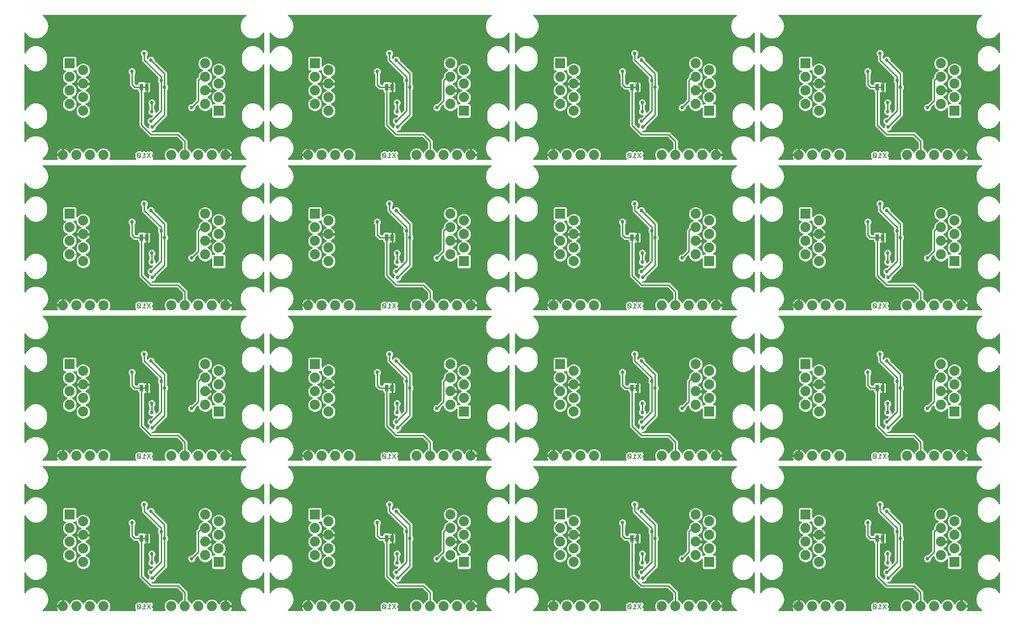
<source format=gbl>
G75*
%MOIN*%
%OFA0B0*%
%FSLAX25Y25*%
%IPPOS*%
%LPD*%
%AMOC8*
5,1,8,0,0,1.08239X$1,22.5*
%
%ADD10C,0.00600*%
%ADD11C,0.07400*%
%ADD12R,0.07400X0.07400*%
%ADD13R,0.02500X0.05000*%
%ADD14C,0.01000*%
%ADD15C,0.02700*%
D10*
X0188398Y0073367D02*
X0188966Y0072800D01*
X0190100Y0072800D01*
X0190667Y0073367D01*
X0188398Y0075636D01*
X0188398Y0073367D01*
X0188398Y0075636D02*
X0188966Y0076203D01*
X0190100Y0076203D01*
X0190667Y0075636D01*
X0190667Y0073367D01*
X0192082Y0072800D02*
X0194350Y0072800D01*
X0193216Y0072800D02*
X0193216Y0076203D01*
X0194350Y0075069D01*
X0195765Y0076203D02*
X0198033Y0072800D01*
X0195765Y0072800D02*
X0198033Y0076203D01*
X0369398Y0075636D02*
X0371667Y0073367D01*
X0371100Y0072800D01*
X0369966Y0072800D01*
X0369398Y0073367D01*
X0369398Y0075636D01*
X0369966Y0076203D01*
X0371100Y0076203D01*
X0371667Y0075636D01*
X0371667Y0073367D01*
X0373082Y0072800D02*
X0375350Y0072800D01*
X0374216Y0072800D02*
X0374216Y0076203D01*
X0375350Y0075069D01*
X0376765Y0076203D02*
X0379033Y0072800D01*
X0376765Y0072800D02*
X0379033Y0076203D01*
X0550398Y0075636D02*
X0552667Y0073367D01*
X0552100Y0072800D01*
X0550966Y0072800D01*
X0550398Y0073367D01*
X0550398Y0075636D01*
X0550966Y0076203D01*
X0552100Y0076203D01*
X0552667Y0075636D01*
X0552667Y0073367D01*
X0554082Y0072800D02*
X0556350Y0072800D01*
X0555216Y0072800D02*
X0555216Y0076203D01*
X0556350Y0075069D01*
X0557765Y0076203D02*
X0560033Y0072800D01*
X0557765Y0072800D02*
X0560033Y0076203D01*
X0731398Y0075636D02*
X0733667Y0073367D01*
X0733100Y0072800D01*
X0731966Y0072800D01*
X0731398Y0073367D01*
X0731398Y0075636D01*
X0731966Y0076203D01*
X0733100Y0076203D01*
X0733667Y0075636D01*
X0733667Y0073367D01*
X0735082Y0072800D02*
X0737350Y0072800D01*
X0736216Y0072800D02*
X0736216Y0076203D01*
X0737350Y0075069D01*
X0738765Y0076203D02*
X0741033Y0072800D01*
X0738765Y0072800D02*
X0741033Y0076203D01*
X0741033Y0183800D02*
X0738765Y0187203D01*
X0737350Y0186069D02*
X0736216Y0187203D01*
X0736216Y0183800D01*
X0737350Y0183800D02*
X0735082Y0183800D01*
X0733667Y0184367D02*
X0731398Y0186636D01*
X0731398Y0184367D01*
X0731966Y0183800D01*
X0733100Y0183800D01*
X0733667Y0184367D01*
X0733667Y0186636D01*
X0733100Y0187203D01*
X0731966Y0187203D01*
X0731398Y0186636D01*
X0738765Y0183800D02*
X0741033Y0187203D01*
X0741033Y0294800D02*
X0738765Y0298203D01*
X0737350Y0297069D02*
X0736216Y0298203D01*
X0736216Y0294800D01*
X0737350Y0294800D02*
X0735082Y0294800D01*
X0733667Y0295367D02*
X0731398Y0297636D01*
X0731398Y0295367D01*
X0731966Y0294800D01*
X0733100Y0294800D01*
X0733667Y0295367D01*
X0733667Y0297636D01*
X0733100Y0298203D01*
X0731966Y0298203D01*
X0731398Y0297636D01*
X0738765Y0294800D02*
X0741033Y0298203D01*
X0741033Y0405800D02*
X0738765Y0409203D01*
X0737350Y0408069D02*
X0736216Y0409203D01*
X0736216Y0405800D01*
X0737350Y0405800D02*
X0735082Y0405800D01*
X0733667Y0406367D02*
X0731398Y0408636D01*
X0731398Y0406367D01*
X0731966Y0405800D01*
X0733100Y0405800D01*
X0733667Y0406367D01*
X0733667Y0408636D01*
X0733100Y0409203D01*
X0731966Y0409203D01*
X0731398Y0408636D01*
X0738765Y0405800D02*
X0741033Y0409203D01*
X0560033Y0409203D02*
X0557765Y0405800D01*
X0556350Y0405800D02*
X0554082Y0405800D01*
X0555216Y0405800D02*
X0555216Y0409203D01*
X0556350Y0408069D01*
X0557765Y0409203D02*
X0560033Y0405800D01*
X0552667Y0406367D02*
X0552667Y0408636D01*
X0552100Y0409203D01*
X0550966Y0409203D01*
X0550398Y0408636D01*
X0552667Y0406367D01*
X0552100Y0405800D01*
X0550966Y0405800D01*
X0550398Y0406367D01*
X0550398Y0408636D01*
X0379033Y0409203D02*
X0376765Y0405800D01*
X0375350Y0405800D02*
X0373082Y0405800D01*
X0374216Y0405800D02*
X0374216Y0409203D01*
X0375350Y0408069D01*
X0376765Y0409203D02*
X0379033Y0405800D01*
X0371667Y0406367D02*
X0371667Y0408636D01*
X0371100Y0409203D01*
X0369966Y0409203D01*
X0369398Y0408636D01*
X0371667Y0406367D01*
X0371100Y0405800D01*
X0369966Y0405800D01*
X0369398Y0406367D01*
X0369398Y0408636D01*
X0198033Y0409203D02*
X0195765Y0405800D01*
X0194350Y0405800D02*
X0192082Y0405800D01*
X0193216Y0405800D02*
X0193216Y0409203D01*
X0194350Y0408069D01*
X0195765Y0409203D02*
X0198033Y0405800D01*
X0190667Y0406367D02*
X0190667Y0408636D01*
X0190100Y0409203D01*
X0188966Y0409203D01*
X0188398Y0408636D01*
X0190667Y0406367D01*
X0190100Y0405800D01*
X0188966Y0405800D01*
X0188398Y0406367D01*
X0188398Y0408636D01*
X0188966Y0298203D02*
X0188398Y0297636D01*
X0190667Y0295367D01*
X0190100Y0294800D01*
X0188966Y0294800D01*
X0188398Y0295367D01*
X0188398Y0297636D01*
X0188966Y0298203D02*
X0190100Y0298203D01*
X0190667Y0297636D01*
X0190667Y0295367D01*
X0192082Y0294800D02*
X0194350Y0294800D01*
X0193216Y0294800D02*
X0193216Y0298203D01*
X0194350Y0297069D01*
X0195765Y0298203D02*
X0198033Y0294800D01*
X0195765Y0294800D02*
X0198033Y0298203D01*
X0369398Y0297636D02*
X0371667Y0295367D01*
X0371100Y0294800D01*
X0369966Y0294800D01*
X0369398Y0295367D01*
X0369398Y0297636D01*
X0369966Y0298203D01*
X0371100Y0298203D01*
X0371667Y0297636D01*
X0371667Y0295367D01*
X0373082Y0294800D02*
X0375350Y0294800D01*
X0374216Y0294800D02*
X0374216Y0298203D01*
X0375350Y0297069D01*
X0376765Y0298203D02*
X0379033Y0294800D01*
X0376765Y0294800D02*
X0379033Y0298203D01*
X0550398Y0297636D02*
X0552667Y0295367D01*
X0552100Y0294800D01*
X0550966Y0294800D01*
X0550398Y0295367D01*
X0550398Y0297636D01*
X0550966Y0298203D01*
X0552100Y0298203D01*
X0552667Y0297636D01*
X0552667Y0295367D01*
X0554082Y0294800D02*
X0556350Y0294800D01*
X0555216Y0294800D02*
X0555216Y0298203D01*
X0556350Y0297069D01*
X0557765Y0298203D02*
X0560033Y0294800D01*
X0557765Y0294800D02*
X0560033Y0298203D01*
X0560033Y0187203D02*
X0557765Y0183800D01*
X0556350Y0183800D02*
X0554082Y0183800D01*
X0555216Y0183800D02*
X0555216Y0187203D01*
X0556350Y0186069D01*
X0557765Y0187203D02*
X0560033Y0183800D01*
X0552667Y0184367D02*
X0552667Y0186636D01*
X0552100Y0187203D01*
X0550966Y0187203D01*
X0550398Y0186636D01*
X0552667Y0184367D01*
X0552100Y0183800D01*
X0550966Y0183800D01*
X0550398Y0184367D01*
X0550398Y0186636D01*
X0379033Y0187203D02*
X0376765Y0183800D01*
X0375350Y0183800D02*
X0373082Y0183800D01*
X0374216Y0183800D02*
X0374216Y0187203D01*
X0375350Y0186069D01*
X0376765Y0187203D02*
X0379033Y0183800D01*
X0371667Y0184367D02*
X0371667Y0186636D01*
X0371100Y0187203D01*
X0369966Y0187203D01*
X0369398Y0186636D01*
X0371667Y0184367D01*
X0371100Y0183800D01*
X0369966Y0183800D01*
X0369398Y0184367D01*
X0369398Y0186636D01*
X0198033Y0187203D02*
X0195765Y0183800D01*
X0194350Y0183800D02*
X0192082Y0183800D01*
X0193216Y0183800D02*
X0193216Y0187203D01*
X0194350Y0186069D01*
X0195765Y0187203D02*
X0198033Y0183800D01*
X0190667Y0184367D02*
X0190667Y0186636D01*
X0190100Y0187203D01*
X0188966Y0187203D01*
X0188398Y0186636D01*
X0190667Y0184367D01*
X0190100Y0183800D01*
X0188966Y0183800D01*
X0188398Y0184367D01*
X0188398Y0186636D01*
D11*
X0213333Y0186000D03*
X0223333Y0186000D03*
X0233333Y0186000D03*
X0243333Y0186000D03*
X0253333Y0186000D03*
X0238333Y0223500D03*
X0248333Y0228500D03*
X0238333Y0233500D03*
X0248333Y0238500D03*
X0238333Y0243500D03*
X0248333Y0248500D03*
X0238333Y0253500D03*
X0233333Y0297000D03*
X0243333Y0297000D03*
X0253333Y0297000D03*
X0223333Y0297000D03*
X0213333Y0297000D03*
X0163333Y0297000D03*
X0153333Y0297000D03*
X0143333Y0297000D03*
X0133333Y0297000D03*
X0148333Y0329500D03*
X0138333Y0334500D03*
X0148333Y0339500D03*
X0138333Y0344500D03*
X0148333Y0349500D03*
X0138333Y0354500D03*
X0148333Y0359500D03*
X0143333Y0408000D03*
X0133333Y0408000D03*
X0153333Y0408000D03*
X0163333Y0408000D03*
X0148333Y0440500D03*
X0138333Y0445500D03*
X0148333Y0450500D03*
X0138333Y0455500D03*
X0148333Y0460500D03*
X0138333Y0465500D03*
X0148333Y0470500D03*
X0238333Y0465500D03*
X0248333Y0460500D03*
X0238333Y0455500D03*
X0248333Y0450500D03*
X0238333Y0445500D03*
X0248333Y0470500D03*
X0238333Y0475500D03*
X0319333Y0465500D03*
X0329333Y0460500D03*
X0319333Y0455500D03*
X0329333Y0450500D03*
X0319333Y0445500D03*
X0329333Y0440500D03*
X0329333Y0470500D03*
X0419333Y0465500D03*
X0429333Y0460500D03*
X0419333Y0455500D03*
X0429333Y0450500D03*
X0419333Y0445500D03*
X0429333Y0470500D03*
X0419333Y0475500D03*
X0500333Y0465500D03*
X0510333Y0460500D03*
X0500333Y0455500D03*
X0510333Y0450500D03*
X0500333Y0445500D03*
X0510333Y0440500D03*
X0510333Y0470500D03*
X0600333Y0465500D03*
X0610333Y0460500D03*
X0600333Y0455500D03*
X0610333Y0450500D03*
X0600333Y0445500D03*
X0610333Y0470500D03*
X0600333Y0475500D03*
X0681333Y0465500D03*
X0691333Y0460500D03*
X0681333Y0455500D03*
X0691333Y0450500D03*
X0681333Y0445500D03*
X0691333Y0440500D03*
X0691333Y0470500D03*
X0781333Y0465500D03*
X0791333Y0460500D03*
X0781333Y0455500D03*
X0791333Y0450500D03*
X0781333Y0445500D03*
X0791333Y0470500D03*
X0781333Y0475500D03*
X0776333Y0408000D03*
X0766333Y0408000D03*
X0756333Y0408000D03*
X0786333Y0408000D03*
X0796333Y0408000D03*
X0781333Y0364500D03*
X0791333Y0359500D03*
X0781333Y0354500D03*
X0791333Y0349500D03*
X0781333Y0344500D03*
X0791333Y0339500D03*
X0781333Y0334500D03*
X0776333Y0297000D03*
X0766333Y0297000D03*
X0756333Y0297000D03*
X0786333Y0297000D03*
X0796333Y0297000D03*
X0781333Y0253500D03*
X0791333Y0248500D03*
X0781333Y0243500D03*
X0791333Y0238500D03*
X0781333Y0233500D03*
X0791333Y0228500D03*
X0781333Y0223500D03*
X0776333Y0186000D03*
X0766333Y0186000D03*
X0756333Y0186000D03*
X0786333Y0186000D03*
X0796333Y0186000D03*
X0781333Y0142500D03*
X0791333Y0137500D03*
X0781333Y0132500D03*
X0791333Y0127500D03*
X0781333Y0122500D03*
X0791333Y0117500D03*
X0781333Y0112500D03*
X0776333Y0075000D03*
X0766333Y0075000D03*
X0756333Y0075000D03*
X0786333Y0075000D03*
X0796333Y0075000D03*
X0706333Y0075000D03*
X0696333Y0075000D03*
X0686333Y0075000D03*
X0676333Y0075000D03*
X0691333Y0107500D03*
X0681333Y0112500D03*
X0691333Y0117500D03*
X0681333Y0122500D03*
X0691333Y0127500D03*
X0681333Y0132500D03*
X0691333Y0137500D03*
X0686333Y0186000D03*
X0676333Y0186000D03*
X0696333Y0186000D03*
X0706333Y0186000D03*
X0691333Y0218500D03*
X0681333Y0223500D03*
X0691333Y0228500D03*
X0681333Y0233500D03*
X0691333Y0238500D03*
X0681333Y0243500D03*
X0691333Y0248500D03*
X0686333Y0297000D03*
X0676333Y0297000D03*
X0696333Y0297000D03*
X0706333Y0297000D03*
X0691333Y0329500D03*
X0681333Y0334500D03*
X0691333Y0339500D03*
X0681333Y0344500D03*
X0691333Y0349500D03*
X0681333Y0354500D03*
X0691333Y0359500D03*
X0686333Y0408000D03*
X0676333Y0408000D03*
X0696333Y0408000D03*
X0706333Y0408000D03*
X0615333Y0408000D03*
X0605333Y0408000D03*
X0595333Y0408000D03*
X0585333Y0408000D03*
X0575333Y0408000D03*
X0525333Y0408000D03*
X0515333Y0408000D03*
X0505333Y0408000D03*
X0495333Y0408000D03*
X0434333Y0408000D03*
X0424333Y0408000D03*
X0414333Y0408000D03*
X0404333Y0408000D03*
X0394333Y0408000D03*
X0344333Y0408000D03*
X0334333Y0408000D03*
X0324333Y0408000D03*
X0314333Y0408000D03*
X0253333Y0408000D03*
X0243333Y0408000D03*
X0233333Y0408000D03*
X0223333Y0408000D03*
X0213333Y0408000D03*
X0238333Y0364500D03*
X0248333Y0359500D03*
X0238333Y0354500D03*
X0248333Y0349500D03*
X0238333Y0344500D03*
X0248333Y0339500D03*
X0238333Y0334500D03*
X0314333Y0297000D03*
X0324333Y0297000D03*
X0334333Y0297000D03*
X0344333Y0297000D03*
X0394333Y0297000D03*
X0404333Y0297000D03*
X0414333Y0297000D03*
X0424333Y0297000D03*
X0434333Y0297000D03*
X0419333Y0334500D03*
X0429333Y0339500D03*
X0419333Y0344500D03*
X0429333Y0349500D03*
X0419333Y0354500D03*
X0429333Y0359500D03*
X0419333Y0364500D03*
X0500333Y0354500D03*
X0510333Y0349500D03*
X0500333Y0344500D03*
X0510333Y0339500D03*
X0500333Y0334500D03*
X0510333Y0329500D03*
X0510333Y0359500D03*
X0600333Y0354500D03*
X0610333Y0349500D03*
X0600333Y0344500D03*
X0610333Y0339500D03*
X0600333Y0334500D03*
X0610333Y0359500D03*
X0600333Y0364500D03*
X0595333Y0297000D03*
X0585333Y0297000D03*
X0575333Y0297000D03*
X0605333Y0297000D03*
X0615333Y0297000D03*
X0600333Y0253500D03*
X0610333Y0248500D03*
X0600333Y0243500D03*
X0610333Y0238500D03*
X0600333Y0233500D03*
X0610333Y0228500D03*
X0600333Y0223500D03*
X0595333Y0186000D03*
X0585333Y0186000D03*
X0575333Y0186000D03*
X0605333Y0186000D03*
X0615333Y0186000D03*
X0600333Y0142500D03*
X0610333Y0137500D03*
X0600333Y0132500D03*
X0610333Y0127500D03*
X0600333Y0122500D03*
X0610333Y0117500D03*
X0600333Y0112500D03*
X0595333Y0075000D03*
X0585333Y0075000D03*
X0575333Y0075000D03*
X0605333Y0075000D03*
X0615333Y0075000D03*
X0525333Y0075000D03*
X0515333Y0075000D03*
X0505333Y0075000D03*
X0495333Y0075000D03*
X0510333Y0107500D03*
X0500333Y0112500D03*
X0510333Y0117500D03*
X0500333Y0122500D03*
X0510333Y0127500D03*
X0500333Y0132500D03*
X0510333Y0137500D03*
X0505333Y0186000D03*
X0495333Y0186000D03*
X0515333Y0186000D03*
X0525333Y0186000D03*
X0510333Y0218500D03*
X0500333Y0223500D03*
X0510333Y0228500D03*
X0500333Y0233500D03*
X0510333Y0238500D03*
X0500333Y0243500D03*
X0510333Y0248500D03*
X0505333Y0297000D03*
X0495333Y0297000D03*
X0515333Y0297000D03*
X0525333Y0297000D03*
X0429333Y0248500D03*
X0419333Y0243500D03*
X0429333Y0238500D03*
X0419333Y0233500D03*
X0429333Y0228500D03*
X0419333Y0223500D03*
X0419333Y0253500D03*
X0329333Y0248500D03*
X0319333Y0243500D03*
X0329333Y0238500D03*
X0319333Y0233500D03*
X0329333Y0228500D03*
X0319333Y0223500D03*
X0329333Y0218500D03*
X0324333Y0186000D03*
X0314333Y0186000D03*
X0334333Y0186000D03*
X0344333Y0186000D03*
X0394333Y0186000D03*
X0404333Y0186000D03*
X0414333Y0186000D03*
X0424333Y0186000D03*
X0434333Y0186000D03*
X0419333Y0142500D03*
X0429333Y0137500D03*
X0419333Y0132500D03*
X0429333Y0127500D03*
X0419333Y0122500D03*
X0429333Y0117500D03*
X0419333Y0112500D03*
X0414333Y0075000D03*
X0404333Y0075000D03*
X0394333Y0075000D03*
X0424333Y0075000D03*
X0434333Y0075000D03*
X0344333Y0075000D03*
X0334333Y0075000D03*
X0324333Y0075000D03*
X0314333Y0075000D03*
X0329333Y0107500D03*
X0319333Y0112500D03*
X0329333Y0117500D03*
X0319333Y0122500D03*
X0329333Y0127500D03*
X0319333Y0132500D03*
X0329333Y0137500D03*
X0248333Y0137500D03*
X0238333Y0132500D03*
X0248333Y0127500D03*
X0238333Y0122500D03*
X0248333Y0117500D03*
X0238333Y0112500D03*
X0238333Y0142500D03*
X0163333Y0186000D03*
X0153333Y0186000D03*
X0143333Y0186000D03*
X0133333Y0186000D03*
X0148333Y0218500D03*
X0138333Y0223500D03*
X0148333Y0228500D03*
X0138333Y0233500D03*
X0148333Y0238500D03*
X0138333Y0243500D03*
X0148333Y0248500D03*
X0319333Y0334500D03*
X0329333Y0329500D03*
X0329333Y0339500D03*
X0319333Y0344500D03*
X0329333Y0349500D03*
X0319333Y0354500D03*
X0329333Y0359500D03*
X0148333Y0137500D03*
X0138333Y0132500D03*
X0148333Y0127500D03*
X0138333Y0122500D03*
X0148333Y0117500D03*
X0138333Y0112500D03*
X0148333Y0107500D03*
X0143333Y0075000D03*
X0133333Y0075000D03*
X0153333Y0075000D03*
X0163333Y0075000D03*
X0213333Y0075000D03*
X0223333Y0075000D03*
X0233333Y0075000D03*
X0243333Y0075000D03*
X0253333Y0075000D03*
D12*
X0248333Y0107500D03*
X0319333Y0142500D03*
X0429333Y0107500D03*
X0500333Y0142500D03*
X0610333Y0107500D03*
X0681333Y0142500D03*
X0791333Y0107500D03*
X0791333Y0218500D03*
X0681333Y0253500D03*
X0610333Y0218500D03*
X0500333Y0253500D03*
X0429333Y0218500D03*
X0319333Y0253500D03*
X0248333Y0218500D03*
X0138333Y0253500D03*
X0248333Y0329500D03*
X0319333Y0364500D03*
X0429333Y0329500D03*
X0500333Y0364500D03*
X0610333Y0329500D03*
X0681333Y0364500D03*
X0791333Y0329500D03*
X0791333Y0440500D03*
X0681333Y0475500D03*
X0610333Y0440500D03*
X0500333Y0475500D03*
X0429333Y0440500D03*
X0319333Y0475500D03*
X0248333Y0440500D03*
X0138333Y0475500D03*
X0138333Y0364500D03*
X0138333Y0142500D03*
D13*
X0191333Y0125000D03*
X0195333Y0125000D03*
X0195333Y0236000D03*
X0191333Y0236000D03*
X0372333Y0236000D03*
X0376333Y0236000D03*
X0376333Y0125000D03*
X0372333Y0125000D03*
X0553333Y0125000D03*
X0557333Y0125000D03*
X0557333Y0236000D03*
X0553333Y0236000D03*
X0734333Y0236000D03*
X0738333Y0236000D03*
X0738333Y0125000D03*
X0734333Y0125000D03*
X0734333Y0347000D03*
X0738333Y0347000D03*
X0738333Y0458000D03*
X0734333Y0458000D03*
X0557333Y0458000D03*
X0553333Y0458000D03*
X0553333Y0347000D03*
X0557333Y0347000D03*
X0376333Y0347000D03*
X0372333Y0347000D03*
X0372333Y0458000D03*
X0376333Y0458000D03*
X0195333Y0458000D03*
X0191333Y0458000D03*
X0191333Y0347000D03*
X0195333Y0347000D03*
D14*
X0120645Y0073865D02*
X0118542Y0072100D01*
X0129013Y0072100D01*
X0128886Y0072275D01*
X0128514Y0073004D01*
X0128261Y0073782D01*
X0128148Y0074500D01*
X0132833Y0074500D01*
X0132833Y0075500D01*
X0128148Y0075500D01*
X0128261Y0076218D01*
X0128514Y0076996D01*
X0128886Y0077725D01*
X0129367Y0078388D01*
X0129946Y0078966D01*
X0130608Y0079447D01*
X0131337Y0079819D01*
X0132116Y0080072D01*
X0132833Y0080186D01*
X0132833Y0075500D01*
X0133833Y0075500D01*
X0133833Y0080186D01*
X0134551Y0080072D01*
X0135329Y0079819D01*
X0136059Y0079447D01*
X0136721Y0078966D01*
X0137300Y0078388D01*
X0137781Y0077725D01*
X0138152Y0076996D01*
X0138224Y0076776D01*
X0138755Y0078059D01*
X0140274Y0079578D01*
X0142259Y0080400D01*
X0144407Y0080400D01*
X0146392Y0079578D01*
X0147911Y0078059D01*
X0148333Y0077040D01*
X0148755Y0078059D01*
X0150274Y0079578D01*
X0152259Y0080400D01*
X0154407Y0080400D01*
X0156392Y0079578D01*
X0157911Y0078059D01*
X0158333Y0077040D01*
X0158755Y0078059D01*
X0160274Y0079578D01*
X0162259Y0080400D01*
X0164407Y0080400D01*
X0166392Y0079578D01*
X0167911Y0078059D01*
X0168733Y0076074D01*
X0168733Y0073926D01*
X0167977Y0072100D01*
X0186837Y0072100D01*
X0186398Y0072539D01*
X0186398Y0076464D01*
X0187570Y0077636D01*
X0187570Y0077636D01*
X0188137Y0078203D01*
X0190928Y0078203D01*
X0191658Y0077473D01*
X0192387Y0078203D01*
X0194044Y0078203D01*
X0194490Y0077757D01*
X0195345Y0078327D01*
X0196899Y0078016D01*
X0198453Y0078327D01*
X0199832Y0077407D01*
X0200157Y0075783D01*
X0199303Y0074501D01*
X0200157Y0073220D01*
X0199933Y0072100D01*
X0208690Y0072100D01*
X0207933Y0073926D01*
X0207933Y0076074D01*
X0208755Y0078059D01*
X0210274Y0079578D01*
X0212259Y0080400D01*
X0214407Y0080400D01*
X0216392Y0079578D01*
X0217911Y0078059D01*
X0218333Y0077040D01*
X0218755Y0078059D01*
X0220274Y0079578D01*
X0221133Y0079934D01*
X0221133Y0084089D01*
X0217422Y0087800D01*
X0197422Y0087800D01*
X0196133Y0089089D01*
X0190422Y0094800D01*
X0189133Y0096089D01*
X0189133Y0121046D01*
X0188383Y0121796D01*
X0188383Y0122800D01*
X0185422Y0122800D01*
X0184133Y0124089D01*
X0182133Y0126089D01*
X0182133Y0134387D01*
X0181748Y0134772D01*
X0181283Y0135893D01*
X0181283Y0137107D01*
X0181748Y0138228D01*
X0182606Y0139086D01*
X0183727Y0139550D01*
X0184940Y0139550D01*
X0186061Y0139086D01*
X0186919Y0138228D01*
X0187383Y0137107D01*
X0187383Y0135893D01*
X0186919Y0134772D01*
X0186533Y0134387D01*
X0186533Y0127911D01*
X0187245Y0127200D01*
X0188383Y0127200D01*
X0188383Y0128204D01*
X0189379Y0129200D01*
X0193287Y0129200D01*
X0193572Y0128916D01*
X0193886Y0129000D01*
X0195208Y0129000D01*
X0195208Y0127200D01*
X0195458Y0127200D01*
X0195458Y0129000D01*
X0196781Y0129000D01*
X0197162Y0128898D01*
X0197504Y0128700D01*
X0197784Y0128421D01*
X0197981Y0128079D01*
X0198083Y0127697D01*
X0198083Y0125125D01*
X0197533Y0125125D01*
X0197533Y0124875D01*
X0198083Y0124875D01*
X0198083Y0122303D01*
X0197981Y0121921D01*
X0197784Y0121579D01*
X0197504Y0121300D01*
X0197162Y0121102D01*
X0196781Y0121000D01*
X0195458Y0121000D01*
X0195458Y0122800D01*
X0195208Y0122800D01*
X0195208Y0121000D01*
X0193886Y0121000D01*
X0193572Y0121084D01*
X0193533Y0121046D01*
X0193533Y0097911D01*
X0196283Y0095161D01*
X0196283Y0096107D01*
X0196748Y0097228D01*
X0196838Y0097318D01*
X0196606Y0097414D01*
X0195748Y0098272D01*
X0195283Y0099393D01*
X0195283Y0100607D01*
X0195748Y0101728D01*
X0196606Y0102586D01*
X0197727Y0103050D01*
X0198272Y0103050D01*
X0199172Y0103950D01*
X0198227Y0103950D01*
X0197106Y0104414D01*
X0196248Y0105272D01*
X0195783Y0106393D01*
X0195783Y0107607D01*
X0196248Y0108728D01*
X0196633Y0109113D01*
X0196633Y0111387D01*
X0196248Y0111772D01*
X0195783Y0112893D01*
X0195783Y0114107D01*
X0196248Y0115228D01*
X0197106Y0116086D01*
X0198227Y0116550D01*
X0199440Y0116550D01*
X0200561Y0116086D01*
X0201419Y0115228D01*
X0201883Y0114107D01*
X0201883Y0112893D01*
X0201419Y0111772D01*
X0201033Y0111387D01*
X0201033Y0109113D01*
X0201419Y0108728D01*
X0201883Y0107607D01*
X0201883Y0106661D01*
X0203633Y0108411D01*
X0203633Y0127887D01*
X0203248Y0128272D01*
X0202783Y0129393D01*
X0202783Y0130607D01*
X0203248Y0131728D01*
X0203371Y0131851D01*
X0192422Y0142800D01*
X0191133Y0144089D01*
X0191133Y0147887D01*
X0190748Y0148272D01*
X0190283Y0149393D01*
X0190283Y0150607D01*
X0190748Y0151728D01*
X0191606Y0152586D01*
X0192727Y0153050D01*
X0193940Y0153050D01*
X0195061Y0152586D01*
X0195919Y0151728D01*
X0196383Y0150607D01*
X0196383Y0149393D01*
X0195919Y0148272D01*
X0195533Y0147887D01*
X0195533Y0146210D01*
X0195748Y0146728D01*
X0196606Y0147586D01*
X0197727Y0148050D01*
X0198940Y0148050D01*
X0200061Y0147586D01*
X0200919Y0146728D01*
X0201383Y0145607D01*
X0201383Y0145061D01*
X0209245Y0137200D01*
X0210533Y0135911D01*
X0210533Y0127113D01*
X0210919Y0126728D01*
X0211383Y0125607D01*
X0211383Y0124393D01*
X0210919Y0123272D01*
X0210533Y0122887D01*
X0210533Y0103589D01*
X0202383Y0095439D01*
X0202383Y0094893D01*
X0201919Y0093772D01*
X0201061Y0092914D01*
X0199940Y0092450D01*
X0198995Y0092450D01*
X0199245Y0092200D01*
X0219245Y0092200D01*
X0224245Y0087200D01*
X0225533Y0085911D01*
X0225533Y0079934D01*
X0226392Y0079578D01*
X0227911Y0078059D01*
X0228333Y0077040D01*
X0228755Y0078059D01*
X0230274Y0079578D01*
X0232259Y0080400D01*
X0234407Y0080400D01*
X0236392Y0079578D01*
X0237911Y0078059D01*
X0238333Y0077040D01*
X0238755Y0078059D01*
X0240274Y0079578D01*
X0242259Y0080400D01*
X0244407Y0080400D01*
X0246392Y0079578D01*
X0247911Y0078059D01*
X0248443Y0076776D01*
X0248514Y0076996D01*
X0248886Y0077725D01*
X0249367Y0078388D01*
X0249946Y0078966D01*
X0250608Y0079447D01*
X0251337Y0079819D01*
X0252116Y0080072D01*
X0252833Y0080186D01*
X0252833Y0075500D01*
X0253833Y0075500D01*
X0253833Y0080186D01*
X0254551Y0080072D01*
X0255329Y0079819D01*
X0256059Y0079447D01*
X0256721Y0078966D01*
X0257300Y0078388D01*
X0257781Y0077725D01*
X0258152Y0076996D01*
X0258405Y0076218D01*
X0258519Y0075500D01*
X0253833Y0075500D01*
X0253833Y0074500D01*
X0258519Y0074500D01*
X0258405Y0073782D01*
X0258152Y0073004D01*
X0257781Y0072275D01*
X0257654Y0072100D01*
X0268124Y0072100D01*
X0266021Y0073865D01*
X0266021Y0073865D01*
X0264364Y0076735D01*
X0264364Y0076735D01*
X0263788Y0080000D01*
X0263788Y0080000D01*
X0264364Y0083265D01*
X0264364Y0083265D01*
X0266021Y0086135D01*
X0266021Y0086135D01*
X0266021Y0086135D01*
X0268561Y0088266D01*
X0268561Y0088266D01*
X0271676Y0089400D01*
X0274991Y0089400D01*
X0278106Y0088266D01*
X0278106Y0088266D01*
X0280645Y0086135D01*
X0280645Y0086135D01*
X0281233Y0085117D01*
X0281233Y0099491D01*
X0280497Y0097713D01*
X0280497Y0097713D01*
X0278120Y0095336D01*
X0278120Y0095336D01*
X0275014Y0094050D01*
X0271653Y0094050D01*
X0268547Y0095336D01*
X0268547Y0095336D01*
X0266170Y0097713D01*
X0266170Y0097713D01*
X0264883Y0100819D01*
X0264883Y0106931D01*
X0266170Y0110037D01*
X0266170Y0110037D01*
X0268547Y0112414D01*
X0268547Y0112414D01*
X0271653Y0113700D01*
X0275014Y0113700D01*
X0278120Y0112414D01*
X0278120Y0112414D01*
X0278120Y0112414D01*
X0280497Y0110037D01*
X0280497Y0110037D01*
X0281233Y0108259D01*
X0281233Y0141741D01*
X0280497Y0139963D01*
X0280497Y0139963D01*
X0278120Y0137586D01*
X0278120Y0137586D01*
X0275014Y0136300D01*
X0271653Y0136300D01*
X0268547Y0137586D01*
X0268547Y0137586D01*
X0266170Y0139963D01*
X0266170Y0139963D01*
X0264883Y0143069D01*
X0264883Y0149181D01*
X0266170Y0152287D01*
X0266170Y0152287D01*
X0268547Y0154664D01*
X0268547Y0154664D01*
X0271653Y0155950D01*
X0275014Y0155950D01*
X0278120Y0154664D01*
X0278120Y0154664D01*
X0278120Y0154664D01*
X0280497Y0152287D01*
X0281233Y0150509D01*
X0281233Y0164883D01*
X0280645Y0163865D01*
X0280645Y0163865D01*
X0280645Y0163865D01*
X0278106Y0161734D01*
X0278106Y0161734D01*
X0274991Y0160600D01*
X0271676Y0160600D01*
X0268561Y0161734D01*
X0268561Y0161734D01*
X0266021Y0163865D01*
X0266021Y0163865D01*
X0264364Y0166735D01*
X0264364Y0166735D01*
X0263788Y0170000D01*
X0263788Y0170000D01*
X0264364Y0173265D01*
X0264364Y0173265D01*
X0266021Y0176135D01*
X0266021Y0176135D01*
X0266021Y0176135D01*
X0268124Y0177900D01*
X0118542Y0177900D01*
X0120645Y0176135D01*
X0120645Y0176135D01*
X0122303Y0173265D01*
X0122303Y0173265D01*
X0122878Y0170000D01*
X0122878Y0170000D01*
X0122303Y0166735D01*
X0122303Y0166735D01*
X0120645Y0163865D01*
X0120645Y0163865D01*
X0120645Y0163865D01*
X0118106Y0161734D01*
X0118106Y0161734D01*
X0114991Y0160600D01*
X0111676Y0160600D01*
X0108561Y0161734D01*
X0108561Y0161734D01*
X0106021Y0163865D01*
X0106021Y0163865D01*
X0105433Y0164883D01*
X0105433Y0150509D01*
X0106170Y0152287D01*
X0106170Y0152287D01*
X0108547Y0154664D01*
X0108547Y0154664D01*
X0111653Y0155950D01*
X0115014Y0155950D01*
X0118120Y0154664D01*
X0118120Y0154664D01*
X0120497Y0152287D01*
X0120497Y0152287D01*
X0121783Y0149181D01*
X0121783Y0143069D01*
X0120497Y0139963D01*
X0120497Y0139963D01*
X0118120Y0137586D01*
X0118120Y0137586D01*
X0115014Y0136300D01*
X0111653Y0136300D01*
X0108547Y0137586D01*
X0108547Y0137586D01*
X0106170Y0139963D01*
X0105433Y0141741D01*
X0105433Y0108259D01*
X0106170Y0110037D01*
X0106170Y0110037D01*
X0108547Y0112414D01*
X0108547Y0112414D01*
X0111653Y0113700D01*
X0115014Y0113700D01*
X0118120Y0112414D01*
X0118120Y0112414D01*
X0120497Y0110037D01*
X0120497Y0110037D01*
X0121783Y0106931D01*
X0121783Y0100819D01*
X0120497Y0097713D01*
X0120497Y0097713D01*
X0118120Y0095336D01*
X0118120Y0095336D01*
X0115014Y0094050D01*
X0111653Y0094050D01*
X0108547Y0095336D01*
X0108547Y0095336D01*
X0106170Y0097713D01*
X0106170Y0097713D01*
X0105433Y0099491D01*
X0105433Y0085117D01*
X0106021Y0086135D01*
X0106021Y0086135D01*
X0106021Y0086135D01*
X0108561Y0088266D01*
X0108561Y0088266D01*
X0111676Y0089400D01*
X0114991Y0089400D01*
X0118106Y0088266D01*
X0118106Y0088266D01*
X0120645Y0086135D01*
X0120645Y0086135D01*
X0122303Y0083265D01*
X0122303Y0083265D01*
X0122878Y0080000D01*
X0122878Y0080000D01*
X0122303Y0076735D01*
X0122303Y0076735D01*
X0120645Y0073865D01*
X0120645Y0073865D01*
X0120720Y0073994D02*
X0128228Y0073994D01*
X0128519Y0072996D02*
X0119610Y0072996D01*
X0121296Y0074993D02*
X0132833Y0074993D01*
X0132833Y0075991D02*
X0133833Y0075991D01*
X0133833Y0076990D02*
X0132833Y0076990D01*
X0132833Y0077988D02*
X0133833Y0077988D01*
X0133833Y0078987D02*
X0132833Y0078987D01*
X0132833Y0079985D02*
X0133833Y0079985D01*
X0134818Y0079985D02*
X0141258Y0079985D01*
X0139683Y0078987D02*
X0136693Y0078987D01*
X0137590Y0077988D02*
X0138726Y0077988D01*
X0138313Y0076990D02*
X0138154Y0076990D01*
X0131848Y0079985D02*
X0122876Y0079985D01*
X0122705Y0080984D02*
X0221133Y0080984D01*
X0221133Y0081982D02*
X0122529Y0081982D01*
X0122353Y0082981D02*
X0221133Y0082981D01*
X0221133Y0083979D02*
X0121890Y0083979D01*
X0121314Y0084978D02*
X0220244Y0084978D01*
X0219246Y0085976D02*
X0120737Y0085976D01*
X0119645Y0086975D02*
X0218247Y0086975D01*
X0218333Y0090000D02*
X0223333Y0085000D01*
X0223333Y0075000D01*
X0219683Y0078987D02*
X0216983Y0078987D01*
X0217941Y0077988D02*
X0218726Y0077988D01*
X0221133Y0079985D02*
X0215409Y0079985D01*
X0211258Y0079985D02*
X0165409Y0079985D01*
X0166983Y0078987D02*
X0209683Y0078987D01*
X0208726Y0077988D02*
X0198961Y0077988D01*
X0199916Y0076990D02*
X0208313Y0076990D01*
X0207933Y0075991D02*
X0200115Y0075991D01*
X0199630Y0074993D02*
X0207933Y0074993D01*
X0207933Y0073994D02*
X0199641Y0073994D01*
X0200112Y0072996D02*
X0208319Y0072996D01*
X0194837Y0077988D02*
X0194259Y0077988D01*
X0192173Y0077988D02*
X0191143Y0077988D01*
X0187922Y0077988D02*
X0167941Y0077988D01*
X0168354Y0076990D02*
X0186924Y0076990D01*
X0186398Y0075991D02*
X0168733Y0075991D01*
X0168733Y0074993D02*
X0186398Y0074993D01*
X0186398Y0073994D02*
X0168733Y0073994D01*
X0168348Y0072996D02*
X0186398Y0072996D01*
X0197249Y0087973D02*
X0118455Y0087973D01*
X0116167Y0088972D02*
X0196250Y0088972D01*
X0195252Y0089970D02*
X0105433Y0089970D01*
X0105433Y0088972D02*
X0110499Y0088972D01*
X0108212Y0087973D02*
X0105433Y0087973D01*
X0105433Y0086975D02*
X0107022Y0086975D01*
X0105930Y0085976D02*
X0105433Y0085976D01*
X0105433Y0090969D02*
X0194253Y0090969D01*
X0193255Y0091967D02*
X0105433Y0091967D01*
X0105433Y0092966D02*
X0192256Y0092966D01*
X0191258Y0093964D02*
X0105433Y0093964D01*
X0105433Y0094963D02*
X0109449Y0094963D01*
X0107922Y0095961D02*
X0105433Y0095961D01*
X0105433Y0096960D02*
X0106923Y0096960D01*
X0106068Y0097958D02*
X0105433Y0097958D01*
X0105433Y0098957D02*
X0105655Y0098957D01*
X0117218Y0094963D02*
X0190259Y0094963D01*
X0189261Y0095961D02*
X0118745Y0095961D01*
X0119743Y0096960D02*
X0189133Y0096960D01*
X0189133Y0097958D02*
X0120598Y0097958D01*
X0121012Y0098957D02*
X0189133Y0098957D01*
X0189133Y0099955D02*
X0121425Y0099955D01*
X0121783Y0100954D02*
X0189133Y0100954D01*
X0189133Y0101952D02*
X0121783Y0101952D01*
X0121783Y0102951D02*
X0145246Y0102951D01*
X0145274Y0102922D02*
X0147259Y0102100D01*
X0149407Y0102100D01*
X0151392Y0102922D01*
X0152911Y0104441D01*
X0153733Y0106426D01*
X0153733Y0108574D01*
X0152911Y0110559D01*
X0151392Y0112078D01*
X0150373Y0112500D01*
X0151392Y0112922D01*
X0152911Y0114441D01*
X0153733Y0116426D01*
X0153733Y0118574D01*
X0152911Y0120559D01*
X0151392Y0122078D01*
X0150109Y0122609D01*
X0150329Y0122681D01*
X0151059Y0123053D01*
X0151721Y0123534D01*
X0152300Y0124112D01*
X0152781Y0124775D01*
X0153152Y0125504D01*
X0153405Y0126282D01*
X0153521Y0127016D01*
X0148818Y0127016D01*
X0148818Y0127984D01*
X0153521Y0127984D01*
X0153405Y0128718D01*
X0153152Y0129496D01*
X0152781Y0130225D01*
X0152300Y0130888D01*
X0151721Y0131466D01*
X0151059Y0131947D01*
X0150329Y0132319D01*
X0150109Y0132391D01*
X0151392Y0132922D01*
X0152911Y0134441D01*
X0153733Y0136426D01*
X0153733Y0138574D01*
X0152911Y0140559D01*
X0151392Y0142078D01*
X0149407Y0142900D01*
X0147259Y0142900D01*
X0145274Y0142078D01*
X0143755Y0140559D01*
X0143733Y0140505D01*
X0143733Y0146904D01*
X0142737Y0147900D01*
X0133929Y0147900D01*
X0132933Y0146904D01*
X0132933Y0138096D01*
X0133929Y0137100D01*
X0135328Y0137100D01*
X0135274Y0137078D01*
X0133755Y0135559D01*
X0132933Y0133574D01*
X0132933Y0131426D01*
X0133755Y0129441D01*
X0135274Y0127922D01*
X0136294Y0127500D01*
X0135274Y0127078D01*
X0133755Y0125559D01*
X0132933Y0123574D01*
X0132933Y0121426D01*
X0133755Y0119441D01*
X0135274Y0117922D01*
X0136294Y0117500D01*
X0135274Y0117078D01*
X0133755Y0115559D01*
X0132933Y0113574D01*
X0132933Y0111426D01*
X0133755Y0109441D01*
X0135274Y0107922D01*
X0137259Y0107100D01*
X0139407Y0107100D01*
X0141392Y0107922D01*
X0142911Y0109441D01*
X0143733Y0111426D01*
X0143733Y0113574D01*
X0142911Y0115559D01*
X0141392Y0117078D01*
X0140373Y0117500D01*
X0141392Y0117922D01*
X0142911Y0119441D01*
X0143733Y0121426D01*
X0143733Y0123574D01*
X0142911Y0125559D01*
X0141392Y0127078D01*
X0140373Y0127500D01*
X0141392Y0127922D01*
X0142911Y0129441D01*
X0143733Y0131426D01*
X0143733Y0133574D01*
X0142911Y0135559D01*
X0141392Y0137078D01*
X0141339Y0137100D01*
X0142737Y0137100D01*
X0142933Y0137296D01*
X0142933Y0136426D01*
X0143755Y0134441D01*
X0145274Y0132922D01*
X0146558Y0132391D01*
X0146337Y0132319D01*
X0145608Y0131947D01*
X0144946Y0131466D01*
X0144367Y0130888D01*
X0143886Y0130225D01*
X0143514Y0129496D01*
X0143261Y0128718D01*
X0143145Y0127984D01*
X0147849Y0127984D01*
X0147849Y0127016D01*
X0143145Y0127016D01*
X0143261Y0126282D01*
X0143514Y0125504D01*
X0143886Y0124775D01*
X0144367Y0124112D01*
X0144946Y0123534D01*
X0145608Y0123053D01*
X0146337Y0122681D01*
X0146558Y0122609D01*
X0145274Y0122078D01*
X0143755Y0120559D01*
X0142933Y0118574D01*
X0142933Y0116426D01*
X0143755Y0114441D01*
X0145274Y0112922D01*
X0146294Y0112500D01*
X0145274Y0112078D01*
X0143755Y0110559D01*
X0142933Y0108574D01*
X0142933Y0106426D01*
X0143755Y0104441D01*
X0145274Y0102922D01*
X0144247Y0103949D02*
X0121783Y0103949D01*
X0121783Y0104948D02*
X0143546Y0104948D01*
X0143132Y0105946D02*
X0121783Y0105946D01*
X0121777Y0106945D02*
X0142933Y0106945D01*
X0142933Y0107943D02*
X0141414Y0107943D01*
X0142412Y0108942D02*
X0143086Y0108942D01*
X0143118Y0109940D02*
X0143499Y0109940D01*
X0143532Y0110939D02*
X0144136Y0110939D01*
X0143733Y0111937D02*
X0145134Y0111937D01*
X0145261Y0112936D02*
X0143733Y0112936D01*
X0143584Y0113934D02*
X0144262Y0113934D01*
X0143552Y0114933D02*
X0143170Y0114933D01*
X0143138Y0115932D02*
X0142539Y0115932D01*
X0142933Y0116930D02*
X0141540Y0116930D01*
X0141399Y0117929D02*
X0142933Y0117929D01*
X0143080Y0118927D02*
X0142397Y0118927D01*
X0143112Y0119926D02*
X0143493Y0119926D01*
X0143525Y0120924D02*
X0144121Y0120924D01*
X0143733Y0121923D02*
X0145119Y0121923D01*
X0145866Y0122921D02*
X0143733Y0122921D01*
X0143590Y0123920D02*
X0144560Y0123920D01*
X0143813Y0124918D02*
X0143177Y0124918D01*
X0143380Y0125917D02*
X0142553Y0125917D01*
X0143161Y0126915D02*
X0141555Y0126915D01*
X0141372Y0127914D02*
X0147849Y0127914D01*
X0148818Y0127914D02*
X0182133Y0127914D01*
X0182133Y0128912D02*
X0153342Y0128912D01*
X0152941Y0129911D02*
X0182133Y0129911D01*
X0182133Y0130909D02*
X0152278Y0130909D01*
X0151113Y0131908D02*
X0182133Y0131908D01*
X0182133Y0132906D02*
X0151354Y0132906D01*
X0152375Y0133905D02*
X0182133Y0133905D01*
X0181693Y0134903D02*
X0153103Y0134903D01*
X0153516Y0135902D02*
X0181283Y0135902D01*
X0181283Y0136900D02*
X0153733Y0136900D01*
X0153733Y0137899D02*
X0181611Y0137899D01*
X0182417Y0138897D02*
X0153599Y0138897D01*
X0153186Y0139896D02*
X0195326Y0139896D01*
X0194328Y0140894D02*
X0152576Y0140894D01*
X0151577Y0141893D02*
X0193329Y0141893D01*
X0192331Y0142891D02*
X0149428Y0142891D01*
X0147238Y0142891D02*
X0143733Y0142891D01*
X0143733Y0141893D02*
X0145089Y0141893D01*
X0144091Y0140894D02*
X0143733Y0140894D01*
X0143733Y0143890D02*
X0191332Y0143890D01*
X0191133Y0144888D02*
X0143733Y0144888D01*
X0143733Y0145887D02*
X0191133Y0145887D01*
X0191133Y0146885D02*
X0143733Y0146885D01*
X0142754Y0147884D02*
X0191133Y0147884D01*
X0190495Y0148882D02*
X0121783Y0148882D01*
X0121783Y0147884D02*
X0133913Y0147884D01*
X0132933Y0146885D02*
X0121783Y0146885D01*
X0121783Y0145887D02*
X0132933Y0145887D01*
X0132933Y0144888D02*
X0121783Y0144888D01*
X0121783Y0143890D02*
X0132933Y0143890D01*
X0132933Y0142891D02*
X0121710Y0142891D01*
X0121296Y0141893D02*
X0132933Y0141893D01*
X0132933Y0140894D02*
X0120882Y0140894D01*
X0120429Y0139896D02*
X0132933Y0139896D01*
X0132933Y0138897D02*
X0119431Y0138897D01*
X0118432Y0137899D02*
X0133130Y0137899D01*
X0135097Y0136900D02*
X0116463Y0136900D01*
X0110203Y0136900D02*
X0105433Y0136900D01*
X0105433Y0135902D02*
X0134098Y0135902D01*
X0133484Y0134903D02*
X0105433Y0134903D01*
X0105433Y0133905D02*
X0133070Y0133905D01*
X0132933Y0132906D02*
X0105433Y0132906D01*
X0105433Y0131908D02*
X0132933Y0131908D01*
X0133147Y0130909D02*
X0105433Y0130909D01*
X0105433Y0129911D02*
X0133561Y0129911D01*
X0134284Y0128912D02*
X0105433Y0128912D01*
X0105433Y0127914D02*
X0135295Y0127914D01*
X0135112Y0126915D02*
X0105433Y0126915D01*
X0105433Y0125917D02*
X0134113Y0125917D01*
X0133490Y0124918D02*
X0105433Y0124918D01*
X0105433Y0123920D02*
X0133076Y0123920D01*
X0132933Y0122921D02*
X0105433Y0122921D01*
X0105433Y0121923D02*
X0132933Y0121923D01*
X0133141Y0120924D02*
X0105433Y0120924D01*
X0105433Y0119926D02*
X0133555Y0119926D01*
X0134270Y0118927D02*
X0105433Y0118927D01*
X0105433Y0117929D02*
X0135268Y0117929D01*
X0135127Y0116930D02*
X0105433Y0116930D01*
X0105433Y0115932D02*
X0134128Y0115932D01*
X0133496Y0114933D02*
X0105433Y0114933D01*
X0105433Y0113934D02*
X0133083Y0113934D01*
X0132933Y0112936D02*
X0116859Y0112936D01*
X0118596Y0111937D02*
X0132933Y0111937D01*
X0133135Y0110939D02*
X0119594Y0110939D01*
X0120537Y0109940D02*
X0133549Y0109940D01*
X0134255Y0108942D02*
X0120950Y0108942D01*
X0121364Y0107943D02*
X0135253Y0107943D01*
X0151533Y0111937D02*
X0189133Y0111937D01*
X0189133Y0110939D02*
X0152531Y0110939D01*
X0153167Y0109940D02*
X0189133Y0109940D01*
X0189133Y0108942D02*
X0153581Y0108942D01*
X0153733Y0107943D02*
X0189133Y0107943D01*
X0189133Y0106945D02*
X0153733Y0106945D01*
X0153535Y0105946D02*
X0189133Y0105946D01*
X0189133Y0104948D02*
X0153121Y0104948D01*
X0152419Y0103949D02*
X0189133Y0103949D01*
X0189133Y0102951D02*
X0151421Y0102951D01*
X0151406Y0112936D02*
X0189133Y0112936D01*
X0189133Y0113934D02*
X0152405Y0113934D01*
X0153115Y0114933D02*
X0189133Y0114933D01*
X0189133Y0115932D02*
X0153529Y0115932D01*
X0153733Y0116930D02*
X0189133Y0116930D01*
X0189133Y0117929D02*
X0153733Y0117929D01*
X0153587Y0118927D02*
X0189133Y0118927D01*
X0189133Y0119926D02*
X0153174Y0119926D01*
X0152546Y0120924D02*
X0189133Y0120924D01*
X0188383Y0121923D02*
X0151547Y0121923D01*
X0150801Y0122921D02*
X0185301Y0122921D01*
X0184302Y0123920D02*
X0152107Y0123920D01*
X0152854Y0124918D02*
X0183304Y0124918D01*
X0182305Y0125917D02*
X0153286Y0125917D01*
X0153505Y0126915D02*
X0182133Y0126915D01*
X0184333Y0127000D02*
X0186333Y0125000D01*
X0191333Y0125000D01*
X0191333Y0097000D01*
X0198333Y0090000D01*
X0218333Y0090000D01*
X0219477Y0091967D02*
X0281233Y0091967D01*
X0281233Y0090969D02*
X0220476Y0090969D01*
X0221474Y0089970D02*
X0281233Y0089970D01*
X0281233Y0088972D02*
X0276167Y0088972D01*
X0278455Y0087973D02*
X0281233Y0087973D01*
X0281233Y0086975D02*
X0279645Y0086975D01*
X0280737Y0085976D02*
X0281233Y0085976D01*
X0286433Y0085976D02*
X0286930Y0085976D01*
X0287021Y0086135D02*
X0286433Y0085117D01*
X0286433Y0099491D01*
X0287170Y0097713D01*
X0289547Y0095336D01*
X0292653Y0094050D01*
X0296014Y0094050D01*
X0299120Y0095336D01*
X0301497Y0097713D01*
X0301497Y0097713D01*
X0302783Y0100819D01*
X0302783Y0106931D01*
X0301497Y0110037D01*
X0299120Y0112414D01*
X0299120Y0112414D01*
X0299120Y0112414D01*
X0296014Y0113700D01*
X0292653Y0113700D01*
X0289547Y0112414D01*
X0287170Y0110037D01*
X0287170Y0110037D01*
X0286433Y0108259D01*
X0286433Y0141741D01*
X0287170Y0139963D01*
X0289547Y0137586D01*
X0292653Y0136300D01*
X0296014Y0136300D01*
X0299120Y0137586D01*
X0301497Y0139963D01*
X0301497Y0139963D01*
X0302783Y0143069D01*
X0302783Y0149181D01*
X0301497Y0152287D01*
X0299120Y0154664D01*
X0299120Y0154664D01*
X0299120Y0154664D01*
X0296014Y0155950D01*
X0292653Y0155950D01*
X0289547Y0154664D01*
X0287170Y0152287D01*
X0287170Y0152287D01*
X0286433Y0150509D01*
X0286433Y0164883D01*
X0287021Y0163865D01*
X0287021Y0163865D01*
X0289561Y0161734D01*
X0292676Y0160600D01*
X0295991Y0160600D01*
X0299106Y0161734D01*
X0301645Y0163865D01*
X0303303Y0166735D01*
X0303303Y0166735D01*
X0303878Y0170000D01*
X0303303Y0173265D01*
X0301645Y0176135D01*
X0301645Y0176135D01*
X0299542Y0177900D01*
X0449124Y0177900D01*
X0447021Y0176135D01*
X0445364Y0173265D01*
X0445364Y0173265D01*
X0444788Y0170000D01*
X0445364Y0166735D01*
X0447021Y0163865D01*
X0447021Y0163865D01*
X0449561Y0161734D01*
X0452676Y0160600D01*
X0455991Y0160600D01*
X0459106Y0161734D01*
X0461645Y0163865D01*
X0462233Y0164883D01*
X0462233Y0150509D01*
X0461497Y0152287D01*
X0459120Y0154664D01*
X0459120Y0154664D01*
X0456014Y0155950D01*
X0452653Y0155950D01*
X0449547Y0154664D01*
X0447170Y0152287D01*
X0447170Y0152287D01*
X0445883Y0149181D01*
X0445883Y0143069D01*
X0447170Y0139963D01*
X0449547Y0137586D01*
X0452653Y0136300D01*
X0456014Y0136300D01*
X0459120Y0137586D01*
X0461497Y0139963D01*
X0461497Y0139963D01*
X0462233Y0141741D01*
X0462233Y0108259D01*
X0461497Y0110037D01*
X0459120Y0112414D01*
X0459120Y0112414D01*
X0456014Y0113700D01*
X0452653Y0113700D01*
X0449547Y0112414D01*
X0447170Y0110037D01*
X0447170Y0110037D01*
X0445883Y0106931D01*
X0445883Y0100819D01*
X0447170Y0097713D01*
X0449547Y0095336D01*
X0452653Y0094050D01*
X0456014Y0094050D01*
X0459120Y0095336D01*
X0461497Y0097713D01*
X0461497Y0097713D01*
X0462233Y0099491D01*
X0462233Y0085117D01*
X0461645Y0086135D01*
X0459106Y0088266D01*
X0455991Y0089400D01*
X0452676Y0089400D01*
X0449561Y0088266D01*
X0449561Y0088266D01*
X0447021Y0086135D01*
X0445364Y0083265D01*
X0445364Y0083265D01*
X0444788Y0080000D01*
X0445364Y0076735D01*
X0447021Y0073865D01*
X0447021Y0073865D01*
X0449124Y0072100D01*
X0438654Y0072100D01*
X0438781Y0072275D01*
X0439152Y0073004D01*
X0439405Y0073782D01*
X0439519Y0074500D01*
X0434833Y0074500D01*
X0434833Y0075500D01*
X0433833Y0075500D01*
X0433833Y0080186D01*
X0433116Y0080072D01*
X0432337Y0079819D01*
X0431608Y0079447D01*
X0430946Y0078966D01*
X0430367Y0078388D01*
X0429886Y0077725D01*
X0429514Y0076996D01*
X0429443Y0076776D01*
X0428911Y0078059D01*
X0427392Y0079578D01*
X0425407Y0080400D01*
X0423259Y0080400D01*
X0421274Y0079578D01*
X0419755Y0078059D01*
X0419333Y0077040D01*
X0418911Y0078059D01*
X0417392Y0079578D01*
X0415407Y0080400D01*
X0413259Y0080400D01*
X0411274Y0079578D01*
X0409755Y0078059D01*
X0409333Y0077040D01*
X0408911Y0078059D01*
X0407392Y0079578D01*
X0406533Y0079934D01*
X0406533Y0085911D01*
X0405245Y0087200D01*
X0400245Y0092200D01*
X0380245Y0092200D01*
X0379995Y0092450D01*
X0380940Y0092450D01*
X0382061Y0092914D01*
X0382919Y0093772D01*
X0383383Y0094893D01*
X0383383Y0095439D01*
X0391533Y0103589D01*
X0391533Y0122887D01*
X0391919Y0123272D01*
X0392383Y0124393D01*
X0392383Y0125607D01*
X0391919Y0126728D01*
X0391533Y0127113D01*
X0391533Y0135911D01*
X0390245Y0137200D01*
X0382383Y0145061D01*
X0382383Y0145607D01*
X0381919Y0146728D01*
X0381061Y0147586D01*
X0379940Y0148050D01*
X0378727Y0148050D01*
X0377606Y0147586D01*
X0376748Y0146728D01*
X0376533Y0146210D01*
X0376533Y0147887D01*
X0376919Y0148272D01*
X0377383Y0149393D01*
X0377383Y0150607D01*
X0376919Y0151728D01*
X0376061Y0152586D01*
X0374940Y0153050D01*
X0373727Y0153050D01*
X0372606Y0152586D01*
X0371748Y0151728D01*
X0371283Y0150607D01*
X0371283Y0149393D01*
X0371748Y0148272D01*
X0372133Y0147887D01*
X0372133Y0144089D01*
X0373422Y0142800D01*
X0384371Y0131851D01*
X0384248Y0131728D01*
X0383783Y0130607D01*
X0383783Y0129393D01*
X0384248Y0128272D01*
X0384633Y0127887D01*
X0384633Y0108411D01*
X0382883Y0106661D01*
X0382883Y0107607D01*
X0382419Y0108728D01*
X0382033Y0109113D01*
X0382033Y0111387D01*
X0382419Y0111772D01*
X0382883Y0112893D01*
X0382883Y0114107D01*
X0382419Y0115228D01*
X0381561Y0116086D01*
X0380440Y0116550D01*
X0379227Y0116550D01*
X0378106Y0116086D01*
X0377248Y0115228D01*
X0376783Y0114107D01*
X0376783Y0112893D01*
X0377248Y0111772D01*
X0377633Y0111387D01*
X0377633Y0109113D01*
X0377248Y0108728D01*
X0376783Y0107607D01*
X0376783Y0106393D01*
X0377248Y0105272D01*
X0378106Y0104414D01*
X0379227Y0103950D01*
X0380172Y0103950D01*
X0379272Y0103050D01*
X0378727Y0103050D01*
X0377606Y0102586D01*
X0376748Y0101728D01*
X0376283Y0100607D01*
X0376283Y0099393D01*
X0376748Y0098272D01*
X0377606Y0097414D01*
X0377838Y0097318D01*
X0377748Y0097228D01*
X0377283Y0096107D01*
X0377283Y0095161D01*
X0374533Y0097911D01*
X0374533Y0121046D01*
X0374572Y0121084D01*
X0374886Y0121000D01*
X0376208Y0121000D01*
X0376208Y0122800D01*
X0376458Y0122800D01*
X0376458Y0121000D01*
X0377781Y0121000D01*
X0378162Y0121102D01*
X0378504Y0121300D01*
X0378784Y0121579D01*
X0378981Y0121921D01*
X0379083Y0122303D01*
X0379083Y0124875D01*
X0378533Y0124875D01*
X0378533Y0125125D01*
X0379083Y0125125D01*
X0379083Y0127697D01*
X0378981Y0128079D01*
X0378784Y0128421D01*
X0378504Y0128700D01*
X0378162Y0128898D01*
X0377781Y0129000D01*
X0376458Y0129000D01*
X0376458Y0127200D01*
X0376208Y0127200D01*
X0376208Y0129000D01*
X0374886Y0129000D01*
X0374572Y0128916D01*
X0374287Y0129200D01*
X0370379Y0129200D01*
X0369383Y0128204D01*
X0369383Y0127200D01*
X0368245Y0127200D01*
X0367533Y0127911D01*
X0367533Y0134387D01*
X0367919Y0134772D01*
X0368383Y0135893D01*
X0368383Y0137107D01*
X0367919Y0138228D01*
X0367061Y0139086D01*
X0365940Y0139550D01*
X0364727Y0139550D01*
X0363606Y0139086D01*
X0362748Y0138228D01*
X0362283Y0137107D01*
X0362283Y0135893D01*
X0362748Y0134772D01*
X0363133Y0134387D01*
X0363133Y0126089D01*
X0365133Y0124089D01*
X0366422Y0122800D01*
X0369383Y0122800D01*
X0369383Y0121796D01*
X0370133Y0121046D01*
X0370133Y0096089D01*
X0371422Y0094800D01*
X0377133Y0089089D01*
X0378422Y0087800D01*
X0398422Y0087800D01*
X0402133Y0084089D01*
X0402133Y0079934D01*
X0401274Y0079578D01*
X0399755Y0078059D01*
X0399333Y0077040D01*
X0398911Y0078059D01*
X0397392Y0079578D01*
X0395407Y0080400D01*
X0393259Y0080400D01*
X0391274Y0079578D01*
X0389755Y0078059D01*
X0388933Y0076074D01*
X0388933Y0073926D01*
X0389690Y0072100D01*
X0380933Y0072100D01*
X0381157Y0073220D01*
X0380303Y0074501D01*
X0381157Y0075783D01*
X0380832Y0077407D01*
X0379453Y0078327D01*
X0377899Y0078016D01*
X0376345Y0078327D01*
X0375490Y0077757D01*
X0375044Y0078203D01*
X0373387Y0078203D01*
X0372658Y0077473D01*
X0371928Y0078203D01*
X0369137Y0078203D01*
X0368570Y0077636D01*
X0367398Y0076464D01*
X0367398Y0072539D01*
X0367837Y0072100D01*
X0348977Y0072100D01*
X0349733Y0073926D01*
X0349733Y0076074D01*
X0348911Y0078059D01*
X0347392Y0079578D01*
X0345407Y0080400D01*
X0343259Y0080400D01*
X0341274Y0079578D01*
X0339755Y0078059D01*
X0339333Y0077040D01*
X0338911Y0078059D01*
X0337392Y0079578D01*
X0335407Y0080400D01*
X0333259Y0080400D01*
X0331274Y0079578D01*
X0329755Y0078059D01*
X0329333Y0077040D01*
X0328911Y0078059D01*
X0327392Y0079578D01*
X0325407Y0080400D01*
X0323259Y0080400D01*
X0321274Y0079578D01*
X0319755Y0078059D01*
X0319224Y0076776D01*
X0319152Y0076996D01*
X0318781Y0077725D01*
X0318300Y0078388D01*
X0317721Y0078966D01*
X0317059Y0079447D01*
X0316329Y0079819D01*
X0315551Y0080072D01*
X0314833Y0080186D01*
X0314833Y0075500D01*
X0313833Y0075500D01*
X0313833Y0074500D01*
X0309148Y0074500D01*
X0309261Y0073782D01*
X0309514Y0073004D01*
X0309886Y0072275D01*
X0310013Y0072100D01*
X0299542Y0072100D01*
X0301645Y0073865D01*
X0303303Y0076735D01*
X0303303Y0076735D01*
X0303878Y0080000D01*
X0303303Y0083265D01*
X0301645Y0086135D01*
X0301645Y0086135D01*
X0299106Y0088266D01*
X0299106Y0088266D01*
X0295991Y0089400D01*
X0292676Y0089400D01*
X0289561Y0088266D01*
X0289561Y0088266D01*
X0287021Y0086135D01*
X0287021Y0086135D01*
X0287021Y0086135D01*
X0286433Y0086975D02*
X0288022Y0086975D01*
X0289212Y0087973D02*
X0286433Y0087973D01*
X0286433Y0088972D02*
X0291499Y0088972D01*
X0286433Y0089970D02*
X0376252Y0089970D01*
X0377250Y0088972D02*
X0297167Y0088972D01*
X0299455Y0087973D02*
X0378249Y0087973D01*
X0379333Y0090000D02*
X0372333Y0097000D01*
X0372333Y0125000D01*
X0367333Y0125000D01*
X0365333Y0127000D01*
X0365333Y0136500D01*
X0362611Y0137899D02*
X0334733Y0137899D01*
X0334733Y0138574D02*
X0333911Y0140559D01*
X0332392Y0142078D01*
X0330407Y0142900D01*
X0328259Y0142900D01*
X0326274Y0142078D01*
X0324755Y0140559D01*
X0324733Y0140505D01*
X0324733Y0146904D01*
X0323737Y0147900D01*
X0314929Y0147900D01*
X0313933Y0146904D01*
X0313933Y0138096D01*
X0314929Y0137100D01*
X0316328Y0137100D01*
X0316274Y0137078D01*
X0314755Y0135559D01*
X0313933Y0133574D01*
X0313933Y0131426D01*
X0314755Y0129441D01*
X0316274Y0127922D01*
X0317294Y0127500D01*
X0316274Y0127078D01*
X0314755Y0125559D01*
X0313933Y0123574D01*
X0313933Y0121426D01*
X0314755Y0119441D01*
X0316274Y0117922D01*
X0317294Y0117500D01*
X0316274Y0117078D01*
X0314755Y0115559D01*
X0313933Y0113574D01*
X0313933Y0111426D01*
X0314755Y0109441D01*
X0316274Y0107922D01*
X0318259Y0107100D01*
X0320407Y0107100D01*
X0322392Y0107922D01*
X0323911Y0109441D01*
X0324733Y0111426D01*
X0324733Y0113574D01*
X0323911Y0115559D01*
X0322392Y0117078D01*
X0321373Y0117500D01*
X0322392Y0117922D01*
X0323911Y0119441D01*
X0324733Y0121426D01*
X0324733Y0123574D01*
X0323911Y0125559D01*
X0322392Y0127078D01*
X0321373Y0127500D01*
X0322392Y0127922D01*
X0323911Y0129441D01*
X0324733Y0131426D01*
X0324733Y0133574D01*
X0323911Y0135559D01*
X0322392Y0137078D01*
X0322339Y0137100D01*
X0323737Y0137100D01*
X0323933Y0137296D01*
X0323933Y0136426D01*
X0324755Y0134441D01*
X0326274Y0132922D01*
X0327558Y0132391D01*
X0327337Y0132319D01*
X0326608Y0131947D01*
X0325946Y0131466D01*
X0325367Y0130888D01*
X0324886Y0130225D01*
X0324514Y0129496D01*
X0324261Y0128718D01*
X0324145Y0127984D01*
X0328849Y0127984D01*
X0328849Y0127016D01*
X0324145Y0127016D01*
X0324261Y0126282D01*
X0324514Y0125504D01*
X0324886Y0124775D01*
X0325367Y0124112D01*
X0325946Y0123534D01*
X0326608Y0123053D01*
X0327337Y0122681D01*
X0327558Y0122609D01*
X0326274Y0122078D01*
X0324755Y0120559D01*
X0323933Y0118574D01*
X0323933Y0116426D01*
X0324755Y0114441D01*
X0326274Y0112922D01*
X0327294Y0112500D01*
X0326274Y0112078D01*
X0324755Y0110559D01*
X0323933Y0108574D01*
X0323933Y0106426D01*
X0324755Y0104441D01*
X0326274Y0102922D01*
X0328259Y0102100D01*
X0330407Y0102100D01*
X0332392Y0102922D01*
X0333911Y0104441D01*
X0334733Y0106426D01*
X0334733Y0108574D01*
X0333911Y0110559D01*
X0332392Y0112078D01*
X0331373Y0112500D01*
X0332392Y0112922D01*
X0333911Y0114441D01*
X0334733Y0116426D01*
X0334733Y0118574D01*
X0333911Y0120559D01*
X0332392Y0122078D01*
X0331109Y0122609D01*
X0331329Y0122681D01*
X0332059Y0123053D01*
X0332721Y0123534D01*
X0333300Y0124112D01*
X0333781Y0124775D01*
X0334152Y0125504D01*
X0334405Y0126282D01*
X0334521Y0127016D01*
X0329818Y0127016D01*
X0329818Y0127984D01*
X0334521Y0127984D01*
X0334405Y0128718D01*
X0334152Y0129496D01*
X0333781Y0130225D01*
X0333300Y0130888D01*
X0332721Y0131466D01*
X0332059Y0131947D01*
X0331329Y0132319D01*
X0331109Y0132391D01*
X0332392Y0132922D01*
X0333911Y0134441D01*
X0334733Y0136426D01*
X0334733Y0138574D01*
X0334599Y0138897D02*
X0363417Y0138897D01*
X0362283Y0136900D02*
X0334733Y0136900D01*
X0334516Y0135902D02*
X0362283Y0135902D01*
X0362693Y0134903D02*
X0334103Y0134903D01*
X0333375Y0133905D02*
X0363133Y0133905D01*
X0363133Y0132906D02*
X0332354Y0132906D01*
X0332113Y0131908D02*
X0363133Y0131908D01*
X0363133Y0130909D02*
X0333278Y0130909D01*
X0333941Y0129911D02*
X0363133Y0129911D01*
X0363133Y0128912D02*
X0334342Y0128912D01*
X0334505Y0126915D02*
X0363133Y0126915D01*
X0363133Y0127914D02*
X0329818Y0127914D01*
X0328849Y0127914D02*
X0322372Y0127914D01*
X0322555Y0126915D02*
X0324161Y0126915D01*
X0324380Y0125917D02*
X0323553Y0125917D01*
X0324177Y0124918D02*
X0324813Y0124918D01*
X0324590Y0123920D02*
X0325560Y0123920D01*
X0324733Y0122921D02*
X0326866Y0122921D01*
X0326119Y0121923D02*
X0324733Y0121923D01*
X0324525Y0120924D02*
X0325121Y0120924D01*
X0324493Y0119926D02*
X0324112Y0119926D01*
X0324080Y0118927D02*
X0323397Y0118927D01*
X0323933Y0117929D02*
X0322399Y0117929D01*
X0322540Y0116930D02*
X0323933Y0116930D01*
X0324138Y0115932D02*
X0323539Y0115932D01*
X0324170Y0114933D02*
X0324552Y0114933D01*
X0324584Y0113934D02*
X0325262Y0113934D01*
X0324733Y0112936D02*
X0326261Y0112936D01*
X0326134Y0111937D02*
X0324733Y0111937D01*
X0324532Y0110939D02*
X0325136Y0110939D01*
X0324499Y0109940D02*
X0324118Y0109940D01*
X0324086Y0108942D02*
X0323412Y0108942D01*
X0323933Y0107943D02*
X0322414Y0107943D01*
X0323933Y0106945D02*
X0302777Y0106945D01*
X0302783Y0105946D02*
X0324132Y0105946D01*
X0324546Y0104948D02*
X0302783Y0104948D01*
X0302783Y0103949D02*
X0325247Y0103949D01*
X0326246Y0102951D02*
X0302783Y0102951D01*
X0302783Y0101952D02*
X0370133Y0101952D01*
X0370133Y0100954D02*
X0302783Y0100954D01*
X0302425Y0099955D02*
X0370133Y0099955D01*
X0370133Y0098957D02*
X0302012Y0098957D01*
X0301598Y0097958D02*
X0370133Y0097958D01*
X0370133Y0096960D02*
X0300743Y0096960D01*
X0299745Y0095961D02*
X0370261Y0095961D01*
X0371259Y0094963D02*
X0298218Y0094963D01*
X0299120Y0095336D02*
X0299120Y0095336D01*
X0290449Y0094963D02*
X0286433Y0094963D01*
X0286433Y0095961D02*
X0288922Y0095961D01*
X0289547Y0095336D02*
X0289547Y0095336D01*
X0287923Y0096960D02*
X0286433Y0096960D01*
X0286433Y0097958D02*
X0287068Y0097958D01*
X0287170Y0097713D02*
X0287170Y0097713D01*
X0286655Y0098957D02*
X0286433Y0098957D01*
X0286433Y0093964D02*
X0372258Y0093964D01*
X0373256Y0092966D02*
X0286433Y0092966D01*
X0286433Y0091967D02*
X0374255Y0091967D01*
X0375253Y0090969D02*
X0286433Y0090969D01*
X0281233Y0092966D02*
X0201112Y0092966D01*
X0201998Y0093964D02*
X0281233Y0093964D01*
X0281233Y0094963D02*
X0277218Y0094963D01*
X0278745Y0095961D02*
X0281233Y0095961D01*
X0281233Y0096960D02*
X0279743Y0096960D01*
X0280598Y0097958D02*
X0281233Y0097958D01*
X0281233Y0098957D02*
X0281012Y0098957D01*
X0269449Y0094963D02*
X0202383Y0094963D01*
X0202906Y0095961D02*
X0267922Y0095961D01*
X0266923Y0096960D02*
X0203904Y0096960D01*
X0204903Y0097958D02*
X0266068Y0097958D01*
X0265655Y0098957D02*
X0205901Y0098957D01*
X0206900Y0099955D02*
X0265241Y0099955D01*
X0264883Y0100954D02*
X0207898Y0100954D01*
X0208897Y0101952D02*
X0264883Y0101952D01*
X0264883Y0102951D02*
X0253588Y0102951D01*
X0253733Y0103096D02*
X0253733Y0111904D01*
X0252737Y0112900D01*
X0251339Y0112900D01*
X0251392Y0112922D01*
X0252911Y0114441D01*
X0253733Y0116426D01*
X0253733Y0118574D01*
X0252911Y0120559D01*
X0251392Y0122078D01*
X0250373Y0122500D01*
X0251392Y0122922D01*
X0252911Y0124441D01*
X0253733Y0126426D01*
X0253733Y0128574D01*
X0252911Y0130559D01*
X0251392Y0132078D01*
X0250373Y0132500D01*
X0251392Y0132922D01*
X0252911Y0134441D01*
X0253733Y0136426D01*
X0253733Y0138574D01*
X0252911Y0140559D01*
X0251392Y0142078D01*
X0249407Y0142900D01*
X0247259Y0142900D01*
X0245274Y0142078D01*
X0243755Y0140559D01*
X0242933Y0138574D01*
X0242933Y0136426D01*
X0243755Y0134441D01*
X0245274Y0132922D01*
X0246294Y0132500D01*
X0245274Y0132078D01*
X0243755Y0130559D01*
X0242933Y0128574D01*
X0242933Y0126426D01*
X0243755Y0124441D01*
X0245274Y0122922D01*
X0246294Y0122500D01*
X0245274Y0122078D01*
X0243755Y0120559D01*
X0242933Y0118574D01*
X0242933Y0116426D01*
X0243755Y0114441D01*
X0245274Y0112922D01*
X0245328Y0112900D01*
X0243929Y0112900D01*
X0243733Y0112704D01*
X0243733Y0113574D01*
X0242911Y0115559D01*
X0241392Y0117078D01*
X0240109Y0117609D01*
X0240329Y0117681D01*
X0241059Y0118053D01*
X0241721Y0118534D01*
X0242300Y0119112D01*
X0242781Y0119775D01*
X0243152Y0120504D01*
X0243405Y0121282D01*
X0243521Y0122016D01*
X0238818Y0122016D01*
X0238818Y0122984D01*
X0243521Y0122984D01*
X0243405Y0123718D01*
X0243152Y0124496D01*
X0242781Y0125225D01*
X0242300Y0125888D01*
X0241721Y0126466D01*
X0241059Y0126947D01*
X0240329Y0127319D01*
X0240109Y0127391D01*
X0241392Y0127922D01*
X0242911Y0129441D01*
X0243733Y0131426D01*
X0243733Y0133574D01*
X0242911Y0135559D01*
X0241392Y0137078D01*
X0240373Y0137500D01*
X0241392Y0137922D01*
X0242911Y0139441D01*
X0243733Y0141426D01*
X0243733Y0143574D01*
X0242911Y0145559D01*
X0241392Y0147078D01*
X0239407Y0147900D01*
X0237259Y0147900D01*
X0235274Y0147078D01*
X0233755Y0145559D01*
X0232933Y0143574D01*
X0232933Y0141426D01*
X0233755Y0139441D01*
X0235274Y0137922D01*
X0236294Y0137500D01*
X0235274Y0137078D01*
X0233755Y0135559D01*
X0232933Y0133574D01*
X0232933Y0132711D01*
X0231133Y0130911D01*
X0231133Y0115911D01*
X0228272Y0113050D01*
X0227727Y0113050D01*
X0226606Y0112586D01*
X0225748Y0111728D01*
X0225283Y0110607D01*
X0225283Y0109393D01*
X0225748Y0108272D01*
X0226606Y0107414D01*
X0227727Y0106950D01*
X0228940Y0106950D01*
X0230061Y0107414D01*
X0230919Y0108272D01*
X0231383Y0109393D01*
X0231383Y0109939D01*
X0232933Y0111489D01*
X0232933Y0111426D01*
X0233755Y0109441D01*
X0235274Y0107922D01*
X0237259Y0107100D01*
X0239407Y0107100D01*
X0241392Y0107922D01*
X0242911Y0109441D01*
X0242933Y0109495D01*
X0242933Y0103096D01*
X0243929Y0102100D01*
X0252737Y0102100D01*
X0253733Y0103096D01*
X0253733Y0103949D02*
X0264883Y0103949D01*
X0264883Y0104948D02*
X0253733Y0104948D01*
X0253733Y0105946D02*
X0264883Y0105946D01*
X0264889Y0106945D02*
X0253733Y0106945D01*
X0253733Y0107943D02*
X0265303Y0107943D01*
X0265716Y0108942D02*
X0253733Y0108942D01*
X0253733Y0109940D02*
X0266130Y0109940D01*
X0267072Y0110939D02*
X0253733Y0110939D01*
X0253700Y0111937D02*
X0268071Y0111937D01*
X0269808Y0112936D02*
X0251406Y0112936D01*
X0252405Y0113934D02*
X0281233Y0113934D01*
X0281233Y0112936D02*
X0276859Y0112936D01*
X0278596Y0111937D02*
X0281233Y0111937D01*
X0281233Y0110939D02*
X0279594Y0110939D01*
X0280537Y0109940D02*
X0281233Y0109940D01*
X0281233Y0108942D02*
X0280950Y0108942D01*
X0286433Y0108942D02*
X0286716Y0108942D01*
X0286433Y0109940D02*
X0287130Y0109940D01*
X0286433Y0110939D02*
X0288072Y0110939D01*
X0289071Y0111937D02*
X0286433Y0111937D01*
X0286433Y0112936D02*
X0290808Y0112936D01*
X0289547Y0112414D02*
X0289547Y0112414D01*
X0286433Y0113934D02*
X0314083Y0113934D01*
X0313933Y0112936D02*
X0297859Y0112936D01*
X0299596Y0111937D02*
X0313933Y0111937D01*
X0314135Y0110939D02*
X0300594Y0110939D01*
X0301537Y0109940D02*
X0314549Y0109940D01*
X0315255Y0108942D02*
X0301950Y0108942D01*
X0302364Y0107943D02*
X0316253Y0107943D01*
X0314496Y0114933D02*
X0286433Y0114933D01*
X0286433Y0115932D02*
X0315128Y0115932D01*
X0316127Y0116930D02*
X0286433Y0116930D01*
X0286433Y0117929D02*
X0316268Y0117929D01*
X0315270Y0118927D02*
X0286433Y0118927D01*
X0286433Y0119926D02*
X0314555Y0119926D01*
X0314141Y0120924D02*
X0286433Y0120924D01*
X0286433Y0121923D02*
X0313933Y0121923D01*
X0313933Y0122921D02*
X0286433Y0122921D01*
X0286433Y0123920D02*
X0314076Y0123920D01*
X0314490Y0124918D02*
X0286433Y0124918D01*
X0286433Y0125917D02*
X0315113Y0125917D01*
X0316112Y0126915D02*
X0286433Y0126915D01*
X0286433Y0127914D02*
X0316295Y0127914D01*
X0315284Y0128912D02*
X0286433Y0128912D01*
X0286433Y0129911D02*
X0314561Y0129911D01*
X0314147Y0130909D02*
X0286433Y0130909D01*
X0286433Y0131908D02*
X0313933Y0131908D01*
X0313933Y0132906D02*
X0286433Y0132906D01*
X0286433Y0133905D02*
X0314070Y0133905D01*
X0314484Y0134903D02*
X0286433Y0134903D01*
X0286433Y0135902D02*
X0315098Y0135902D01*
X0316097Y0136900D02*
X0297463Y0136900D01*
X0299120Y0137586D02*
X0299120Y0137586D01*
X0299432Y0137899D02*
X0314130Y0137899D01*
X0313933Y0138897D02*
X0300431Y0138897D01*
X0301429Y0139896D02*
X0313933Y0139896D01*
X0313933Y0140894D02*
X0301882Y0140894D01*
X0302296Y0141893D02*
X0313933Y0141893D01*
X0313933Y0142891D02*
X0302710Y0142891D01*
X0302783Y0143890D02*
X0313933Y0143890D01*
X0313933Y0144888D02*
X0302783Y0144888D01*
X0302783Y0145887D02*
X0313933Y0145887D01*
X0313933Y0146885D02*
X0302783Y0146885D01*
X0302783Y0147884D02*
X0314913Y0147884D01*
X0323754Y0147884D02*
X0372133Y0147884D01*
X0372133Y0146885D02*
X0324733Y0146885D01*
X0324733Y0145887D02*
X0372133Y0145887D01*
X0372133Y0144888D02*
X0324733Y0144888D01*
X0324733Y0143890D02*
X0372332Y0143890D01*
X0373331Y0142891D02*
X0330428Y0142891D01*
X0328238Y0142891D02*
X0324733Y0142891D01*
X0324733Y0141893D02*
X0326089Y0141893D01*
X0325091Y0140894D02*
X0324733Y0140894D01*
X0323933Y0136900D02*
X0322570Y0136900D01*
X0323568Y0135902D02*
X0324150Y0135902D01*
X0324183Y0134903D02*
X0324564Y0134903D01*
X0324596Y0133905D02*
X0325292Y0133905D01*
X0324733Y0132906D02*
X0326313Y0132906D01*
X0326553Y0131908D02*
X0324733Y0131908D01*
X0324519Y0130909D02*
X0325389Y0130909D01*
X0324726Y0129911D02*
X0324106Y0129911D01*
X0324325Y0128912D02*
X0323382Y0128912D01*
X0333107Y0123920D02*
X0365302Y0123920D01*
X0364304Y0124918D02*
X0333854Y0124918D01*
X0334286Y0125917D02*
X0363305Y0125917D01*
X0366301Y0122921D02*
X0331801Y0122921D01*
X0332547Y0121923D02*
X0369383Y0121923D01*
X0370133Y0120924D02*
X0333546Y0120924D01*
X0334174Y0119926D02*
X0370133Y0119926D01*
X0370133Y0118927D02*
X0334587Y0118927D01*
X0334733Y0117929D02*
X0370133Y0117929D01*
X0370133Y0116930D02*
X0334733Y0116930D01*
X0334529Y0115932D02*
X0370133Y0115932D01*
X0370133Y0114933D02*
X0334115Y0114933D01*
X0333405Y0113934D02*
X0370133Y0113934D01*
X0370133Y0112936D02*
X0332406Y0112936D01*
X0332533Y0111937D02*
X0370133Y0111937D01*
X0370133Y0110939D02*
X0333531Y0110939D01*
X0334167Y0109940D02*
X0370133Y0109940D01*
X0370133Y0108942D02*
X0334581Y0108942D01*
X0334733Y0107943D02*
X0370133Y0107943D01*
X0370133Y0106945D02*
X0334733Y0106945D01*
X0334535Y0105946D02*
X0370133Y0105946D01*
X0370133Y0104948D02*
X0334121Y0104948D01*
X0333419Y0103949D02*
X0370133Y0103949D01*
X0370133Y0102951D02*
X0332421Y0102951D01*
X0302314Y0084978D02*
X0401244Y0084978D01*
X0402133Y0083979D02*
X0302890Y0083979D01*
X0303303Y0083265D02*
X0303303Y0083265D01*
X0303353Y0082981D02*
X0402133Y0082981D01*
X0402133Y0081982D02*
X0303529Y0081982D01*
X0303705Y0080984D02*
X0402133Y0080984D01*
X0402133Y0079985D02*
X0396409Y0079985D01*
X0397983Y0078987D02*
X0400683Y0078987D01*
X0399726Y0077988D02*
X0398941Y0077988D01*
X0404333Y0075000D02*
X0404333Y0085000D01*
X0399333Y0090000D01*
X0379333Y0090000D01*
X0382112Y0092966D02*
X0462233Y0092966D01*
X0462233Y0093964D02*
X0382998Y0093964D01*
X0383383Y0094963D02*
X0450449Y0094963D01*
X0449547Y0095336D02*
X0449547Y0095336D01*
X0448922Y0095961D02*
X0383906Y0095961D01*
X0384904Y0096960D02*
X0447923Y0096960D01*
X0447170Y0097713D02*
X0447170Y0097713D01*
X0447068Y0097958D02*
X0385903Y0097958D01*
X0386901Y0098957D02*
X0446655Y0098957D01*
X0446241Y0099955D02*
X0387900Y0099955D01*
X0388898Y0100954D02*
X0445883Y0100954D01*
X0445883Y0101952D02*
X0389897Y0101952D01*
X0390895Y0102951D02*
X0424078Y0102951D01*
X0423933Y0103096D02*
X0424929Y0102100D01*
X0433737Y0102100D01*
X0434733Y0103096D01*
X0434733Y0111904D01*
X0433737Y0112900D01*
X0432339Y0112900D01*
X0432392Y0112922D01*
X0433911Y0114441D01*
X0434733Y0116426D01*
X0434733Y0118574D01*
X0433911Y0120559D01*
X0432392Y0122078D01*
X0431373Y0122500D01*
X0432392Y0122922D01*
X0433911Y0124441D01*
X0434733Y0126426D01*
X0434733Y0128574D01*
X0433911Y0130559D01*
X0432392Y0132078D01*
X0431373Y0132500D01*
X0432392Y0132922D01*
X0433911Y0134441D01*
X0434733Y0136426D01*
X0434733Y0138574D01*
X0433911Y0140559D01*
X0432392Y0142078D01*
X0430407Y0142900D01*
X0428259Y0142900D01*
X0426274Y0142078D01*
X0424755Y0140559D01*
X0423933Y0138574D01*
X0423933Y0136426D01*
X0424755Y0134441D01*
X0426274Y0132922D01*
X0427294Y0132500D01*
X0426274Y0132078D01*
X0424755Y0130559D01*
X0423933Y0128574D01*
X0423933Y0126426D01*
X0424755Y0124441D01*
X0426274Y0122922D01*
X0427294Y0122500D01*
X0426274Y0122078D01*
X0424755Y0120559D01*
X0423933Y0118574D01*
X0423933Y0116426D01*
X0424755Y0114441D01*
X0426274Y0112922D01*
X0426328Y0112900D01*
X0424929Y0112900D01*
X0424733Y0112704D01*
X0424733Y0113574D01*
X0423911Y0115559D01*
X0422392Y0117078D01*
X0421109Y0117609D01*
X0421329Y0117681D01*
X0422059Y0118053D01*
X0422721Y0118534D01*
X0423300Y0119112D01*
X0423781Y0119775D01*
X0424152Y0120504D01*
X0424405Y0121282D01*
X0424521Y0122016D01*
X0419818Y0122016D01*
X0419818Y0122984D01*
X0424521Y0122984D01*
X0424405Y0123718D01*
X0424152Y0124496D01*
X0423781Y0125225D01*
X0423300Y0125888D01*
X0422721Y0126466D01*
X0422059Y0126947D01*
X0421329Y0127319D01*
X0421109Y0127391D01*
X0422392Y0127922D01*
X0423911Y0129441D01*
X0424733Y0131426D01*
X0424733Y0133574D01*
X0423911Y0135559D01*
X0422392Y0137078D01*
X0421373Y0137500D01*
X0422392Y0137922D01*
X0423911Y0139441D01*
X0424733Y0141426D01*
X0424733Y0143574D01*
X0423911Y0145559D01*
X0422392Y0147078D01*
X0420407Y0147900D01*
X0418259Y0147900D01*
X0416274Y0147078D01*
X0414755Y0145559D01*
X0413933Y0143574D01*
X0413933Y0141426D01*
X0414755Y0139441D01*
X0416274Y0137922D01*
X0417294Y0137500D01*
X0416274Y0137078D01*
X0414755Y0135559D01*
X0413933Y0133574D01*
X0413933Y0132711D01*
X0412133Y0130911D01*
X0412133Y0115911D01*
X0409272Y0113050D01*
X0408727Y0113050D01*
X0407606Y0112586D01*
X0406748Y0111728D01*
X0406283Y0110607D01*
X0406283Y0109393D01*
X0406748Y0108272D01*
X0407606Y0107414D01*
X0408727Y0106950D01*
X0409940Y0106950D01*
X0411061Y0107414D01*
X0411919Y0108272D01*
X0412383Y0109393D01*
X0412383Y0109939D01*
X0413933Y0111489D01*
X0413933Y0111426D01*
X0414755Y0109441D01*
X0416274Y0107922D01*
X0418259Y0107100D01*
X0420407Y0107100D01*
X0422392Y0107922D01*
X0423911Y0109441D01*
X0423933Y0109495D01*
X0423933Y0103096D01*
X0423933Y0103949D02*
X0391533Y0103949D01*
X0391533Y0104948D02*
X0423933Y0104948D01*
X0423933Y0105946D02*
X0391533Y0105946D01*
X0391533Y0106945D02*
X0423933Y0106945D01*
X0423933Y0107943D02*
X0422414Y0107943D01*
X0423412Y0108942D02*
X0423933Y0108942D01*
X0424733Y0112936D02*
X0426261Y0112936D01*
X0425262Y0113934D02*
X0424584Y0113934D01*
X0424552Y0114933D02*
X0424170Y0114933D01*
X0424138Y0115932D02*
X0423539Y0115932D01*
X0423933Y0116930D02*
X0422540Y0116930D01*
X0421815Y0117929D02*
X0423933Y0117929D01*
X0424080Y0118927D02*
X0423114Y0118927D01*
X0423858Y0119926D02*
X0424493Y0119926D01*
X0424289Y0120924D02*
X0425121Y0120924D01*
X0424507Y0121923D02*
X0426119Y0121923D01*
X0426277Y0122921D02*
X0419818Y0122921D01*
X0423271Y0125917D02*
X0424144Y0125917D01*
X0423937Y0124918D02*
X0424558Y0124918D01*
X0424340Y0123920D02*
X0425277Y0123920D01*
X0423933Y0126915D02*
X0422103Y0126915D01*
X0422372Y0127914D02*
X0423933Y0127914D01*
X0424073Y0128912D02*
X0423382Y0128912D01*
X0424106Y0129911D02*
X0424487Y0129911D01*
X0424519Y0130909D02*
X0425106Y0130909D01*
X0424733Y0131908D02*
X0426104Y0131908D01*
X0426313Y0132906D02*
X0424733Y0132906D01*
X0424596Y0133905D02*
X0425292Y0133905D01*
X0424564Y0134903D02*
X0424183Y0134903D01*
X0424150Y0135902D02*
X0423568Y0135902D01*
X0423933Y0136900D02*
X0422570Y0136900D01*
X0422336Y0137899D02*
X0423933Y0137899D01*
X0424067Y0138897D02*
X0423367Y0138897D01*
X0424100Y0139896D02*
X0424481Y0139896D01*
X0424513Y0140894D02*
X0425091Y0140894D01*
X0424733Y0141893D02*
X0426089Y0141893D01*
X0424733Y0142891D02*
X0428238Y0142891D01*
X0430428Y0142891D02*
X0445957Y0142891D01*
X0445883Y0143890D02*
X0424603Y0143890D01*
X0424189Y0144888D02*
X0445883Y0144888D01*
X0445883Y0145887D02*
X0423583Y0145887D01*
X0422585Y0146885D02*
X0445883Y0146885D01*
X0445883Y0147884D02*
X0420446Y0147884D01*
X0418220Y0147884D02*
X0380341Y0147884D01*
X0381761Y0146885D02*
X0416082Y0146885D01*
X0415083Y0145887D02*
X0382267Y0145887D01*
X0382556Y0144888D02*
X0414478Y0144888D01*
X0414064Y0143890D02*
X0383555Y0143890D01*
X0384553Y0142891D02*
X0413933Y0142891D01*
X0413933Y0141893D02*
X0385552Y0141893D01*
X0386550Y0140894D02*
X0414154Y0140894D01*
X0414567Y0139896D02*
X0387549Y0139896D01*
X0388547Y0138897D02*
X0415299Y0138897D01*
X0416331Y0137899D02*
X0389546Y0137899D01*
X0390544Y0136900D02*
X0416097Y0136900D01*
X0415098Y0135902D02*
X0391533Y0135902D01*
X0391533Y0134903D02*
X0414484Y0134903D01*
X0414070Y0133905D02*
X0391533Y0133905D01*
X0391533Y0132906D02*
X0413933Y0132906D01*
X0413130Y0131908D02*
X0391533Y0131908D01*
X0391533Y0130909D02*
X0412133Y0130909D01*
X0412133Y0129911D02*
X0391533Y0129911D01*
X0391533Y0128912D02*
X0412133Y0128912D01*
X0412133Y0127914D02*
X0391533Y0127914D01*
X0391732Y0126915D02*
X0412133Y0126915D01*
X0412133Y0125917D02*
X0392255Y0125917D01*
X0392383Y0124918D02*
X0412133Y0124918D01*
X0412133Y0123920D02*
X0392187Y0123920D01*
X0391568Y0122921D02*
X0412133Y0122921D01*
X0412133Y0121923D02*
X0391533Y0121923D01*
X0391533Y0120924D02*
X0412133Y0120924D01*
X0412133Y0119926D02*
X0391533Y0119926D01*
X0391533Y0118927D02*
X0412133Y0118927D01*
X0412133Y0117929D02*
X0391533Y0117929D01*
X0391533Y0116930D02*
X0412133Y0116930D01*
X0412133Y0115932D02*
X0391533Y0115932D01*
X0391533Y0114933D02*
X0411155Y0114933D01*
X0410157Y0113934D02*
X0391533Y0113934D01*
X0391533Y0112936D02*
X0408451Y0112936D01*
X0406957Y0111937D02*
X0391533Y0111937D01*
X0391533Y0110939D02*
X0406421Y0110939D01*
X0406283Y0109940D02*
X0391533Y0109940D01*
X0391533Y0108942D02*
X0406470Y0108942D01*
X0407077Y0107943D02*
X0391533Y0107943D01*
X0389333Y0104500D02*
X0380333Y0095500D01*
X0377637Y0096960D02*
X0375485Y0096960D01*
X0374533Y0097958D02*
X0377062Y0097958D01*
X0376464Y0098957D02*
X0374533Y0098957D01*
X0374533Y0099955D02*
X0376283Y0099955D01*
X0376427Y0100954D02*
X0374533Y0100954D01*
X0374533Y0101952D02*
X0376972Y0101952D01*
X0378487Y0102951D02*
X0374533Y0102951D01*
X0374533Y0103949D02*
X0380171Y0103949D01*
X0377572Y0104948D02*
X0374533Y0104948D01*
X0374533Y0105946D02*
X0376968Y0105946D01*
X0376783Y0106945D02*
X0374533Y0106945D01*
X0374533Y0107943D02*
X0376923Y0107943D01*
X0377462Y0108942D02*
X0374533Y0108942D01*
X0374533Y0109940D02*
X0377633Y0109940D01*
X0377633Y0110939D02*
X0374533Y0110939D01*
X0374533Y0111937D02*
X0377179Y0111937D01*
X0376783Y0112936D02*
X0374533Y0112936D01*
X0374533Y0113934D02*
X0376783Y0113934D01*
X0377126Y0114933D02*
X0374533Y0114933D01*
X0374533Y0115932D02*
X0377952Y0115932D01*
X0379833Y0113500D02*
X0379833Y0107000D01*
X0382883Y0106945D02*
X0383167Y0106945D01*
X0382744Y0107943D02*
X0384166Y0107943D01*
X0384633Y0108942D02*
X0382205Y0108942D01*
X0382033Y0109940D02*
X0384633Y0109940D01*
X0384633Y0110939D02*
X0382033Y0110939D01*
X0382487Y0111937D02*
X0384633Y0111937D01*
X0384633Y0112936D02*
X0382883Y0112936D01*
X0382883Y0113934D02*
X0384633Y0113934D01*
X0384633Y0114933D02*
X0382541Y0114933D01*
X0381715Y0115932D02*
X0384633Y0115932D01*
X0384633Y0116930D02*
X0374533Y0116930D01*
X0374533Y0117929D02*
X0384633Y0117929D01*
X0384633Y0118927D02*
X0374533Y0118927D01*
X0374533Y0119926D02*
X0384633Y0119926D01*
X0384633Y0120924D02*
X0374533Y0120924D01*
X0376208Y0121923D02*
X0376458Y0121923D01*
X0378982Y0121923D02*
X0384633Y0121923D01*
X0384633Y0122921D02*
X0379083Y0122921D01*
X0379083Y0123920D02*
X0384633Y0123920D01*
X0384633Y0124918D02*
X0378533Y0124918D01*
X0379083Y0125917D02*
X0384633Y0125917D01*
X0384633Y0126915D02*
X0379083Y0126915D01*
X0379025Y0127914D02*
X0384606Y0127914D01*
X0383983Y0128912D02*
X0378109Y0128912D01*
X0376458Y0128912D02*
X0376208Y0128912D01*
X0376208Y0127914D02*
X0376458Y0127914D01*
X0376333Y0125000D02*
X0372333Y0125000D01*
X0369383Y0127914D02*
X0367533Y0127914D01*
X0367533Y0128912D02*
X0370091Y0128912D01*
X0367533Y0129911D02*
X0383783Y0129911D01*
X0383909Y0130909D02*
X0367533Y0130909D01*
X0367533Y0131908D02*
X0384314Y0131908D01*
X0383316Y0132906D02*
X0367533Y0132906D01*
X0367533Y0133905D02*
X0382317Y0133905D01*
X0381319Y0134903D02*
X0367973Y0134903D01*
X0368383Y0135902D02*
X0380320Y0135902D01*
X0379322Y0136900D02*
X0368383Y0136900D01*
X0368055Y0137899D02*
X0378323Y0137899D01*
X0377325Y0138897D02*
X0367249Y0138897D01*
X0374329Y0141893D02*
X0332577Y0141893D01*
X0333576Y0140894D02*
X0375328Y0140894D01*
X0376326Y0139896D02*
X0334186Y0139896D01*
X0302783Y0148882D02*
X0371495Y0148882D01*
X0371283Y0149881D02*
X0302493Y0149881D01*
X0302080Y0150879D02*
X0371396Y0150879D01*
X0371898Y0151878D02*
X0301666Y0151878D01*
X0301497Y0152287D02*
X0301497Y0152287D01*
X0300907Y0152876D02*
X0373308Y0152876D01*
X0375359Y0152876D02*
X0447760Y0152876D01*
X0447001Y0151878D02*
X0376769Y0151878D01*
X0377270Y0150879D02*
X0446587Y0150879D01*
X0446173Y0149881D02*
X0377383Y0149881D01*
X0377172Y0148882D02*
X0445883Y0148882D01*
X0448758Y0153875D02*
X0299908Y0153875D01*
X0298613Y0154873D02*
X0450054Y0154873D01*
X0449547Y0154664D02*
X0449547Y0154664D01*
X0452464Y0155872D02*
X0296202Y0155872D01*
X0292464Y0155872D02*
X0286433Y0155872D01*
X0286433Y0156870D02*
X0462233Y0156870D01*
X0462233Y0155872D02*
X0456202Y0155872D01*
X0458613Y0154873D02*
X0462233Y0154873D01*
X0462233Y0153875D02*
X0459908Y0153875D01*
X0460907Y0152876D02*
X0462233Y0152876D01*
X0461497Y0152287D02*
X0461497Y0152287D01*
X0461666Y0151878D02*
X0462233Y0151878D01*
X0462233Y0150879D02*
X0462080Y0150879D01*
X0467433Y0150879D02*
X0467587Y0150879D01*
X0467433Y0150509D02*
X0467433Y0164883D01*
X0468021Y0163865D01*
X0468021Y0163865D01*
X0470561Y0161734D01*
X0473676Y0160600D01*
X0476991Y0160600D01*
X0480106Y0161734D01*
X0482645Y0163865D01*
X0484303Y0166735D01*
X0484303Y0166735D01*
X0484878Y0170000D01*
X0484303Y0173265D01*
X0482645Y0176135D01*
X0482645Y0176135D01*
X0480542Y0177900D01*
X0630124Y0177900D01*
X0628021Y0176135D01*
X0626364Y0173265D01*
X0626364Y0173265D01*
X0625788Y0170000D01*
X0626364Y0166735D01*
X0628021Y0163865D01*
X0628021Y0163865D01*
X0630561Y0161734D01*
X0633676Y0160600D01*
X0636991Y0160600D01*
X0640106Y0161734D01*
X0642645Y0163865D01*
X0643233Y0164883D01*
X0643233Y0150509D01*
X0642497Y0152287D01*
X0640120Y0154664D01*
X0637014Y0155950D01*
X0633653Y0155950D01*
X0630547Y0154664D01*
X0628170Y0152287D01*
X0628170Y0152287D01*
X0626883Y0149181D01*
X0626883Y0143069D01*
X0628170Y0139963D01*
X0630547Y0137586D01*
X0633653Y0136300D01*
X0637014Y0136300D01*
X0640120Y0137586D01*
X0642497Y0139963D01*
X0642497Y0139963D01*
X0643233Y0141741D01*
X0643233Y0108259D01*
X0642497Y0110037D01*
X0640120Y0112414D01*
X0637014Y0113700D01*
X0633653Y0113700D01*
X0630547Y0112414D01*
X0628170Y0110037D01*
X0628170Y0110037D01*
X0626883Y0106931D01*
X0626883Y0100819D01*
X0628170Y0097713D01*
X0630547Y0095336D01*
X0633653Y0094050D01*
X0637014Y0094050D01*
X0640120Y0095336D01*
X0642497Y0097713D01*
X0642497Y0097713D01*
X0643233Y0099491D01*
X0643233Y0085117D01*
X0642645Y0086135D01*
X0642645Y0086135D01*
X0640106Y0088266D01*
X0640106Y0088266D01*
X0636991Y0089400D01*
X0633676Y0089400D01*
X0630561Y0088266D01*
X0630561Y0088266D01*
X0628021Y0086135D01*
X0626364Y0083265D01*
X0626364Y0083265D01*
X0625788Y0080000D01*
X0626364Y0076735D01*
X0628021Y0073865D01*
X0628021Y0073865D01*
X0630124Y0072100D01*
X0619654Y0072100D01*
X0619781Y0072275D01*
X0620152Y0073004D01*
X0620405Y0073782D01*
X0620519Y0074500D01*
X0615833Y0074500D01*
X0615833Y0075500D01*
X0614833Y0075500D01*
X0614833Y0080186D01*
X0614116Y0080072D01*
X0613337Y0079819D01*
X0612608Y0079447D01*
X0611946Y0078966D01*
X0611367Y0078388D01*
X0610886Y0077725D01*
X0610514Y0076996D01*
X0610443Y0076776D01*
X0609911Y0078059D01*
X0608392Y0079578D01*
X0606407Y0080400D01*
X0604259Y0080400D01*
X0602274Y0079578D01*
X0600755Y0078059D01*
X0600333Y0077040D01*
X0599911Y0078059D01*
X0598392Y0079578D01*
X0596407Y0080400D01*
X0594259Y0080400D01*
X0592274Y0079578D01*
X0590755Y0078059D01*
X0590333Y0077040D01*
X0589911Y0078059D01*
X0588392Y0079578D01*
X0587533Y0079934D01*
X0587533Y0085911D01*
X0586245Y0087200D01*
X0581245Y0092200D01*
X0561245Y0092200D01*
X0560995Y0092450D01*
X0561940Y0092450D01*
X0563061Y0092914D01*
X0563919Y0093772D01*
X0564383Y0094893D01*
X0564383Y0095439D01*
X0572533Y0103589D01*
X0572533Y0122887D01*
X0572919Y0123272D01*
X0573383Y0124393D01*
X0573383Y0125607D01*
X0572919Y0126728D01*
X0572533Y0127113D01*
X0572533Y0135911D01*
X0571245Y0137200D01*
X0563383Y0145061D01*
X0563383Y0145607D01*
X0562919Y0146728D01*
X0562061Y0147586D01*
X0560940Y0148050D01*
X0559727Y0148050D01*
X0558606Y0147586D01*
X0557748Y0146728D01*
X0557533Y0146210D01*
X0557533Y0147887D01*
X0557919Y0148272D01*
X0558383Y0149393D01*
X0558383Y0150607D01*
X0557919Y0151728D01*
X0557061Y0152586D01*
X0555940Y0153050D01*
X0554727Y0153050D01*
X0553606Y0152586D01*
X0552748Y0151728D01*
X0552283Y0150607D01*
X0552283Y0149393D01*
X0552748Y0148272D01*
X0553133Y0147887D01*
X0553133Y0144089D01*
X0554422Y0142800D01*
X0565371Y0131851D01*
X0565248Y0131728D01*
X0564783Y0130607D01*
X0564783Y0129393D01*
X0565248Y0128272D01*
X0565633Y0127887D01*
X0565633Y0108411D01*
X0563883Y0106661D01*
X0563883Y0107607D01*
X0563419Y0108728D01*
X0563033Y0109113D01*
X0563033Y0111387D01*
X0563419Y0111772D01*
X0563883Y0112893D01*
X0563883Y0114107D01*
X0563419Y0115228D01*
X0562561Y0116086D01*
X0561440Y0116550D01*
X0560227Y0116550D01*
X0559106Y0116086D01*
X0558248Y0115228D01*
X0557783Y0114107D01*
X0557783Y0112893D01*
X0558248Y0111772D01*
X0558633Y0111387D01*
X0558633Y0109113D01*
X0558248Y0108728D01*
X0557783Y0107607D01*
X0557783Y0106393D01*
X0558248Y0105272D01*
X0559106Y0104414D01*
X0560227Y0103950D01*
X0561172Y0103950D01*
X0560272Y0103050D01*
X0559727Y0103050D01*
X0558606Y0102586D01*
X0557748Y0101728D01*
X0557283Y0100607D01*
X0557283Y0099393D01*
X0557748Y0098272D01*
X0558606Y0097414D01*
X0558838Y0097318D01*
X0558748Y0097228D01*
X0558283Y0096107D01*
X0558283Y0095161D01*
X0555533Y0097911D01*
X0555533Y0121046D01*
X0555572Y0121084D01*
X0555886Y0121000D01*
X0557208Y0121000D01*
X0557208Y0122800D01*
X0557458Y0122800D01*
X0557458Y0121000D01*
X0558781Y0121000D01*
X0559162Y0121102D01*
X0559504Y0121300D01*
X0559784Y0121579D01*
X0559981Y0121921D01*
X0560083Y0122303D01*
X0560083Y0124875D01*
X0559533Y0124875D01*
X0559533Y0125125D01*
X0560083Y0125125D01*
X0560083Y0127697D01*
X0559981Y0128079D01*
X0559784Y0128421D01*
X0559504Y0128700D01*
X0559162Y0128898D01*
X0558781Y0129000D01*
X0557458Y0129000D01*
X0557458Y0127200D01*
X0557208Y0127200D01*
X0557208Y0129000D01*
X0555886Y0129000D01*
X0555572Y0128916D01*
X0555287Y0129200D01*
X0551379Y0129200D01*
X0550383Y0128204D01*
X0550383Y0127200D01*
X0549245Y0127200D01*
X0548533Y0127911D01*
X0548533Y0134387D01*
X0548919Y0134772D01*
X0549383Y0135893D01*
X0549383Y0137107D01*
X0548919Y0138228D01*
X0548061Y0139086D01*
X0546940Y0139550D01*
X0545727Y0139550D01*
X0544606Y0139086D01*
X0543748Y0138228D01*
X0543283Y0137107D01*
X0543283Y0135893D01*
X0543748Y0134772D01*
X0544133Y0134387D01*
X0544133Y0126089D01*
X0546133Y0124089D01*
X0547422Y0122800D01*
X0550383Y0122800D01*
X0550383Y0121796D01*
X0551133Y0121046D01*
X0551133Y0096089D01*
X0552422Y0094800D01*
X0558133Y0089089D01*
X0559422Y0087800D01*
X0579422Y0087800D01*
X0583133Y0084089D01*
X0583133Y0079934D01*
X0582274Y0079578D01*
X0580755Y0078059D01*
X0580333Y0077040D01*
X0579911Y0078059D01*
X0578392Y0079578D01*
X0576407Y0080400D01*
X0574259Y0080400D01*
X0572274Y0079578D01*
X0570755Y0078059D01*
X0569933Y0076074D01*
X0569933Y0073926D01*
X0570690Y0072100D01*
X0561933Y0072100D01*
X0562157Y0073220D01*
X0561303Y0074501D01*
X0562157Y0075783D01*
X0561832Y0077407D01*
X0560453Y0078327D01*
X0558899Y0078016D01*
X0557345Y0078327D01*
X0556490Y0077757D01*
X0556044Y0078203D01*
X0554387Y0078203D01*
X0553658Y0077473D01*
X0552928Y0078203D01*
X0550137Y0078203D01*
X0549570Y0077636D01*
X0548398Y0076464D01*
X0548398Y0072539D01*
X0548837Y0072100D01*
X0529977Y0072100D01*
X0530733Y0073926D01*
X0530733Y0076074D01*
X0529911Y0078059D01*
X0528392Y0079578D01*
X0526407Y0080400D01*
X0524259Y0080400D01*
X0522274Y0079578D01*
X0520755Y0078059D01*
X0520333Y0077040D01*
X0519911Y0078059D01*
X0518392Y0079578D01*
X0516407Y0080400D01*
X0514259Y0080400D01*
X0512274Y0079578D01*
X0510755Y0078059D01*
X0510333Y0077040D01*
X0509911Y0078059D01*
X0508392Y0079578D01*
X0506407Y0080400D01*
X0504259Y0080400D01*
X0502274Y0079578D01*
X0500755Y0078059D01*
X0500224Y0076776D01*
X0500152Y0076996D01*
X0499781Y0077725D01*
X0499300Y0078388D01*
X0498721Y0078966D01*
X0498059Y0079447D01*
X0497329Y0079819D01*
X0496551Y0080072D01*
X0495833Y0080186D01*
X0495833Y0075500D01*
X0494833Y0075500D01*
X0494833Y0074500D01*
X0490148Y0074500D01*
X0490261Y0073782D01*
X0490514Y0073004D01*
X0490886Y0072275D01*
X0491013Y0072100D01*
X0480542Y0072100D01*
X0482645Y0073865D01*
X0484303Y0076735D01*
X0484878Y0080000D01*
X0484303Y0083265D01*
X0482645Y0086135D01*
X0482645Y0086135D01*
X0480106Y0088266D01*
X0480106Y0088266D01*
X0476991Y0089400D01*
X0473676Y0089400D01*
X0470561Y0088266D01*
X0470561Y0088266D01*
X0468021Y0086135D01*
X0467433Y0085117D01*
X0467433Y0099491D01*
X0468170Y0097713D01*
X0470547Y0095336D01*
X0473653Y0094050D01*
X0477014Y0094050D01*
X0480120Y0095336D01*
X0482497Y0097713D01*
X0482497Y0097713D01*
X0483783Y0100819D01*
X0483783Y0106931D01*
X0482497Y0110037D01*
X0480120Y0112414D01*
X0480120Y0112414D01*
X0477014Y0113700D01*
X0473653Y0113700D01*
X0470547Y0112414D01*
X0468170Y0110037D01*
X0468170Y0110037D01*
X0467433Y0108259D01*
X0467433Y0141741D01*
X0468170Y0139963D01*
X0470547Y0137586D01*
X0473653Y0136300D01*
X0477014Y0136300D01*
X0480120Y0137586D01*
X0482497Y0139963D01*
X0482497Y0139963D01*
X0483783Y0143069D01*
X0483783Y0149181D01*
X0482497Y0152287D01*
X0480120Y0154664D01*
X0480120Y0154664D01*
X0477014Y0155950D01*
X0473653Y0155950D01*
X0470547Y0154664D01*
X0468170Y0152287D01*
X0468170Y0152287D01*
X0467433Y0150509D01*
X0467433Y0151878D02*
X0468001Y0151878D01*
X0467433Y0152876D02*
X0468760Y0152876D01*
X0469758Y0153875D02*
X0467433Y0153875D01*
X0467433Y0154873D02*
X0471054Y0154873D01*
X0470547Y0154664D02*
X0470547Y0154664D01*
X0473464Y0155872D02*
X0467433Y0155872D01*
X0467433Y0156870D02*
X0643233Y0156870D01*
X0643233Y0155872D02*
X0637202Y0155872D01*
X0639613Y0154873D02*
X0643233Y0154873D01*
X0643233Y0153875D02*
X0640908Y0153875D01*
X0640120Y0154664D02*
X0640120Y0154664D01*
X0641907Y0152876D02*
X0643233Y0152876D01*
X0642497Y0152287D02*
X0642497Y0152287D01*
X0642666Y0151878D02*
X0643233Y0151878D01*
X0643233Y0150879D02*
X0643080Y0150879D01*
X0648433Y0150879D02*
X0648587Y0150879D01*
X0648433Y0150509D02*
X0648433Y0164883D01*
X0649021Y0163865D01*
X0649021Y0163865D01*
X0651561Y0161734D01*
X0654676Y0160600D01*
X0657991Y0160600D01*
X0661106Y0161734D01*
X0663645Y0163865D01*
X0665303Y0166735D01*
X0665303Y0166735D01*
X0665878Y0170000D01*
X0665303Y0173265D01*
X0663645Y0176135D01*
X0663645Y0176135D01*
X0661542Y0177900D01*
X0811124Y0177900D01*
X0809021Y0176135D01*
X0807364Y0173265D01*
X0807364Y0173265D01*
X0806788Y0170000D01*
X0807364Y0166735D01*
X0809021Y0163865D01*
X0809021Y0163865D01*
X0811561Y0161734D01*
X0814676Y0160600D01*
X0817991Y0160600D01*
X0821106Y0161734D01*
X0823645Y0163865D01*
X0824233Y0164883D01*
X0824233Y0150509D01*
X0823497Y0152287D01*
X0821120Y0154664D01*
X0821120Y0154664D01*
X0818014Y0155950D01*
X0814653Y0155950D01*
X0811547Y0154664D01*
X0809170Y0152287D01*
X0809170Y0152287D01*
X0807883Y0149181D01*
X0807883Y0143069D01*
X0809170Y0139963D01*
X0811547Y0137586D01*
X0814653Y0136300D01*
X0818014Y0136300D01*
X0821120Y0137586D01*
X0823497Y0139963D01*
X0823497Y0139963D01*
X0824233Y0141741D01*
X0824233Y0108259D01*
X0823497Y0110037D01*
X0821120Y0112414D01*
X0821120Y0112414D01*
X0818014Y0113700D01*
X0814653Y0113700D01*
X0811547Y0112414D01*
X0809170Y0110037D01*
X0809170Y0110037D01*
X0807883Y0106931D01*
X0807883Y0100819D01*
X0809170Y0097713D01*
X0811547Y0095336D01*
X0814653Y0094050D01*
X0818014Y0094050D01*
X0821120Y0095336D01*
X0823497Y0097713D01*
X0823497Y0097713D01*
X0824233Y0099491D01*
X0824233Y0085117D01*
X0823645Y0086135D01*
X0823645Y0086135D01*
X0821106Y0088266D01*
X0817991Y0089400D01*
X0814676Y0089400D01*
X0811561Y0088266D01*
X0811561Y0088266D01*
X0809021Y0086135D01*
X0807364Y0083265D01*
X0807364Y0083265D01*
X0806788Y0080000D01*
X0807364Y0076735D01*
X0809021Y0073865D01*
X0809021Y0073865D01*
X0811124Y0072100D01*
X0800654Y0072100D01*
X0800781Y0072275D01*
X0801152Y0073004D01*
X0801405Y0073782D01*
X0801519Y0074500D01*
X0796833Y0074500D01*
X0796833Y0075500D01*
X0795833Y0075500D01*
X0795833Y0080186D01*
X0795116Y0080072D01*
X0794337Y0079819D01*
X0793608Y0079447D01*
X0792946Y0078966D01*
X0792367Y0078388D01*
X0791886Y0077725D01*
X0791514Y0076996D01*
X0791443Y0076776D01*
X0790911Y0078059D01*
X0789392Y0079578D01*
X0787407Y0080400D01*
X0785259Y0080400D01*
X0783274Y0079578D01*
X0781755Y0078059D01*
X0781333Y0077040D01*
X0780911Y0078059D01*
X0779392Y0079578D01*
X0777407Y0080400D01*
X0775259Y0080400D01*
X0773274Y0079578D01*
X0771755Y0078059D01*
X0771333Y0077040D01*
X0770911Y0078059D01*
X0769392Y0079578D01*
X0768533Y0079934D01*
X0768533Y0085911D01*
X0767245Y0087200D01*
X0762245Y0092200D01*
X0742245Y0092200D01*
X0741995Y0092450D01*
X0742940Y0092450D01*
X0744061Y0092914D01*
X0744919Y0093772D01*
X0745383Y0094893D01*
X0745383Y0095439D01*
X0753533Y0103589D01*
X0753533Y0122887D01*
X0753919Y0123272D01*
X0754383Y0124393D01*
X0754383Y0125607D01*
X0753919Y0126728D01*
X0753533Y0127113D01*
X0753533Y0135911D01*
X0752245Y0137200D01*
X0744383Y0145061D01*
X0744383Y0145607D01*
X0743919Y0146728D01*
X0743061Y0147586D01*
X0741940Y0148050D01*
X0740727Y0148050D01*
X0739606Y0147586D01*
X0738748Y0146728D01*
X0738533Y0146210D01*
X0738533Y0147887D01*
X0738919Y0148272D01*
X0739383Y0149393D01*
X0739383Y0150607D01*
X0738919Y0151728D01*
X0738061Y0152586D01*
X0736940Y0153050D01*
X0735727Y0153050D01*
X0734606Y0152586D01*
X0733748Y0151728D01*
X0733283Y0150607D01*
X0733283Y0149393D01*
X0733748Y0148272D01*
X0734133Y0147887D01*
X0734133Y0144089D01*
X0735422Y0142800D01*
X0746371Y0131851D01*
X0746248Y0131728D01*
X0745783Y0130607D01*
X0745783Y0129393D01*
X0746248Y0128272D01*
X0746633Y0127887D01*
X0746633Y0108411D01*
X0744883Y0106661D01*
X0744883Y0107607D01*
X0744419Y0108728D01*
X0744033Y0109113D01*
X0744033Y0111387D01*
X0744419Y0111772D01*
X0744883Y0112893D01*
X0744883Y0114107D01*
X0744419Y0115228D01*
X0743561Y0116086D01*
X0742440Y0116550D01*
X0741227Y0116550D01*
X0740106Y0116086D01*
X0739248Y0115228D01*
X0738783Y0114107D01*
X0738783Y0112893D01*
X0739248Y0111772D01*
X0739633Y0111387D01*
X0739633Y0109113D01*
X0739248Y0108728D01*
X0738783Y0107607D01*
X0738783Y0106393D01*
X0739248Y0105272D01*
X0740106Y0104414D01*
X0741227Y0103950D01*
X0742172Y0103950D01*
X0741272Y0103050D01*
X0740727Y0103050D01*
X0739606Y0102586D01*
X0738748Y0101728D01*
X0738283Y0100607D01*
X0738283Y0099393D01*
X0738748Y0098272D01*
X0739606Y0097414D01*
X0739838Y0097318D01*
X0739748Y0097228D01*
X0739283Y0096107D01*
X0739283Y0095161D01*
X0736533Y0097911D01*
X0736533Y0121046D01*
X0736572Y0121084D01*
X0736886Y0121000D01*
X0738208Y0121000D01*
X0738208Y0122800D01*
X0738458Y0122800D01*
X0738458Y0121000D01*
X0739781Y0121000D01*
X0740162Y0121102D01*
X0740504Y0121300D01*
X0740784Y0121579D01*
X0740981Y0121921D01*
X0741083Y0122303D01*
X0741083Y0124875D01*
X0740533Y0124875D01*
X0740533Y0125125D01*
X0741083Y0125125D01*
X0741083Y0127697D01*
X0740981Y0128079D01*
X0740784Y0128421D01*
X0740504Y0128700D01*
X0740162Y0128898D01*
X0739781Y0129000D01*
X0738458Y0129000D01*
X0738458Y0127200D01*
X0738208Y0127200D01*
X0738208Y0129000D01*
X0736886Y0129000D01*
X0736572Y0128916D01*
X0736287Y0129200D01*
X0732379Y0129200D01*
X0731383Y0128204D01*
X0731383Y0127200D01*
X0730245Y0127200D01*
X0729533Y0127911D01*
X0729533Y0134387D01*
X0729919Y0134772D01*
X0730383Y0135893D01*
X0730383Y0137107D01*
X0729919Y0138228D01*
X0729061Y0139086D01*
X0727940Y0139550D01*
X0726727Y0139550D01*
X0725606Y0139086D01*
X0724748Y0138228D01*
X0724283Y0137107D01*
X0724283Y0135893D01*
X0724748Y0134772D01*
X0725133Y0134387D01*
X0725133Y0126089D01*
X0727133Y0124089D01*
X0728422Y0122800D01*
X0731383Y0122800D01*
X0731383Y0121796D01*
X0732133Y0121046D01*
X0732133Y0096089D01*
X0733422Y0094800D01*
X0739133Y0089089D01*
X0740422Y0087800D01*
X0760422Y0087800D01*
X0764133Y0084089D01*
X0764133Y0079934D01*
X0763274Y0079578D01*
X0761755Y0078059D01*
X0761333Y0077040D01*
X0760911Y0078059D01*
X0759392Y0079578D01*
X0757407Y0080400D01*
X0755259Y0080400D01*
X0753274Y0079578D01*
X0751755Y0078059D01*
X0750933Y0076074D01*
X0750933Y0073926D01*
X0751690Y0072100D01*
X0742933Y0072100D01*
X0743157Y0073220D01*
X0742303Y0074501D01*
X0743157Y0075783D01*
X0742832Y0077407D01*
X0741453Y0078327D01*
X0739899Y0078016D01*
X0738345Y0078327D01*
X0737490Y0077757D01*
X0737044Y0078203D01*
X0735387Y0078203D01*
X0734658Y0077473D01*
X0733928Y0078203D01*
X0731137Y0078203D01*
X0730570Y0077636D01*
X0729398Y0076464D01*
X0729398Y0072539D01*
X0729837Y0072100D01*
X0710977Y0072100D01*
X0711733Y0073926D01*
X0711733Y0076074D01*
X0710911Y0078059D01*
X0709392Y0079578D01*
X0707407Y0080400D01*
X0705259Y0080400D01*
X0703274Y0079578D01*
X0701755Y0078059D01*
X0701333Y0077040D01*
X0700911Y0078059D01*
X0699392Y0079578D01*
X0697407Y0080400D01*
X0695259Y0080400D01*
X0693274Y0079578D01*
X0691755Y0078059D01*
X0691333Y0077040D01*
X0690911Y0078059D01*
X0689392Y0079578D01*
X0687407Y0080400D01*
X0685259Y0080400D01*
X0683274Y0079578D01*
X0681755Y0078059D01*
X0681224Y0076776D01*
X0681152Y0076996D01*
X0680781Y0077725D01*
X0680300Y0078388D01*
X0679721Y0078966D01*
X0679059Y0079447D01*
X0678329Y0079819D01*
X0677551Y0080072D01*
X0676833Y0080186D01*
X0676833Y0075500D01*
X0675833Y0075500D01*
X0675833Y0074500D01*
X0671148Y0074500D01*
X0671261Y0073782D01*
X0671514Y0073004D01*
X0671886Y0072275D01*
X0672013Y0072100D01*
X0661542Y0072100D01*
X0663645Y0073865D01*
X0665303Y0076735D01*
X0665303Y0076735D01*
X0665878Y0080000D01*
X0665303Y0083265D01*
X0663645Y0086135D01*
X0663645Y0086135D01*
X0661106Y0088266D01*
X0661106Y0088266D01*
X0657991Y0089400D01*
X0654676Y0089400D01*
X0651561Y0088266D01*
X0651561Y0088266D01*
X0649021Y0086135D01*
X0648433Y0085117D01*
X0648433Y0099491D01*
X0649170Y0097713D01*
X0651547Y0095336D01*
X0654653Y0094050D01*
X0658014Y0094050D01*
X0661120Y0095336D01*
X0663497Y0097713D01*
X0663497Y0097713D01*
X0664783Y0100819D01*
X0664783Y0106931D01*
X0663497Y0110037D01*
X0661120Y0112414D01*
X0658014Y0113700D01*
X0654653Y0113700D01*
X0651547Y0112414D01*
X0649170Y0110037D01*
X0649170Y0110037D01*
X0648433Y0108259D01*
X0648433Y0141741D01*
X0649170Y0139963D01*
X0651547Y0137586D01*
X0654653Y0136300D01*
X0658014Y0136300D01*
X0661120Y0137586D01*
X0663497Y0139963D01*
X0663497Y0139963D01*
X0664783Y0143069D01*
X0664783Y0149181D01*
X0663497Y0152287D01*
X0661120Y0154664D01*
X0658014Y0155950D01*
X0654653Y0155950D01*
X0651547Y0154664D01*
X0649170Y0152287D01*
X0649170Y0152287D01*
X0648433Y0150509D01*
X0648433Y0151878D02*
X0649001Y0151878D01*
X0648433Y0152876D02*
X0649760Y0152876D01*
X0650758Y0153875D02*
X0648433Y0153875D01*
X0648433Y0154873D02*
X0652054Y0154873D01*
X0651547Y0154664D02*
X0651547Y0154664D01*
X0654464Y0155872D02*
X0648433Y0155872D01*
X0648433Y0156870D02*
X0824233Y0156870D01*
X0824233Y0155872D02*
X0818202Y0155872D01*
X0820613Y0154873D02*
X0824233Y0154873D01*
X0824233Y0153875D02*
X0821908Y0153875D01*
X0822907Y0152876D02*
X0824233Y0152876D01*
X0823497Y0152287D02*
X0823497Y0152287D01*
X0823666Y0151878D02*
X0824233Y0151878D01*
X0824233Y0150879D02*
X0824080Y0150879D01*
X0824233Y0157869D02*
X0648433Y0157869D01*
X0648433Y0158868D02*
X0824233Y0158868D01*
X0824233Y0159866D02*
X0648433Y0159866D01*
X0648433Y0160865D02*
X0653949Y0160865D01*
X0651561Y0161734D02*
X0651561Y0161734D01*
X0651407Y0161863D02*
X0648433Y0161863D01*
X0648433Y0162862D02*
X0650217Y0162862D01*
X0649027Y0163860D02*
X0648433Y0163860D01*
X0648433Y0164859D02*
X0648448Y0164859D01*
X0643233Y0164859D02*
X0643219Y0164859D01*
X0643233Y0163860D02*
X0642640Y0163860D01*
X0642645Y0163865D02*
X0642645Y0163865D01*
X0642645Y0163865D01*
X0643233Y0162862D02*
X0641450Y0162862D01*
X0640260Y0161863D02*
X0643233Y0161863D01*
X0643233Y0160865D02*
X0637718Y0160865D01*
X0640106Y0161734D02*
X0640106Y0161734D01*
X0643233Y0159866D02*
X0467433Y0159866D01*
X0467433Y0158868D02*
X0643233Y0158868D01*
X0643233Y0157869D02*
X0467433Y0157869D01*
X0467433Y0160865D02*
X0472949Y0160865D01*
X0470561Y0161734D02*
X0470561Y0161734D01*
X0470407Y0161863D02*
X0467433Y0161863D01*
X0467433Y0162862D02*
X0469217Y0162862D01*
X0468027Y0163860D02*
X0467433Y0163860D01*
X0467433Y0164859D02*
X0467448Y0164859D01*
X0462233Y0164859D02*
X0462219Y0164859D01*
X0462233Y0163860D02*
X0461640Y0163860D01*
X0461645Y0163865D02*
X0461645Y0163865D01*
X0461645Y0163865D01*
X0462233Y0162862D02*
X0460450Y0162862D01*
X0459260Y0161863D02*
X0462233Y0161863D01*
X0462233Y0160865D02*
X0456718Y0160865D01*
X0459106Y0161734D02*
X0459106Y0161734D01*
X0462233Y0159866D02*
X0286433Y0159866D01*
X0286433Y0158868D02*
X0462233Y0158868D01*
X0462233Y0157869D02*
X0286433Y0157869D01*
X0286433Y0154873D02*
X0290054Y0154873D01*
X0289547Y0154664D02*
X0289547Y0154664D01*
X0288758Y0153875D02*
X0286433Y0153875D01*
X0286433Y0152876D02*
X0287760Y0152876D01*
X0287001Y0151878D02*
X0286433Y0151878D01*
X0286433Y0150879D02*
X0286587Y0150879D01*
X0281233Y0150879D02*
X0281080Y0150879D01*
X0281233Y0151878D02*
X0280666Y0151878D01*
X0281233Y0152876D02*
X0279907Y0152876D01*
X0278908Y0153875D02*
X0281233Y0153875D01*
X0281233Y0154873D02*
X0277613Y0154873D01*
X0275202Y0155872D02*
X0281233Y0155872D01*
X0281233Y0156870D02*
X0105433Y0156870D01*
X0105433Y0155872D02*
X0111464Y0155872D01*
X0109054Y0154873D02*
X0105433Y0154873D01*
X0105433Y0153875D02*
X0107758Y0153875D01*
X0106760Y0152876D02*
X0105433Y0152876D01*
X0105433Y0151878D02*
X0106001Y0151878D01*
X0105587Y0150879D02*
X0105433Y0150879D01*
X0105433Y0157869D02*
X0281233Y0157869D01*
X0281233Y0158868D02*
X0105433Y0158868D01*
X0105433Y0159866D02*
X0281233Y0159866D01*
X0281233Y0160865D02*
X0275718Y0160865D01*
X0278260Y0161863D02*
X0281233Y0161863D01*
X0281233Y0162862D02*
X0279450Y0162862D01*
X0280640Y0163860D02*
X0281233Y0163860D01*
X0281219Y0164859D02*
X0281233Y0164859D01*
X0286433Y0164859D02*
X0286448Y0164859D01*
X0286433Y0163860D02*
X0287027Y0163860D01*
X0286433Y0162862D02*
X0288217Y0162862D01*
X0289407Y0161863D02*
X0286433Y0161863D01*
X0286433Y0160865D02*
X0291949Y0160865D01*
X0289561Y0161734D02*
X0289561Y0161734D01*
X0296718Y0160865D02*
X0451949Y0160865D01*
X0449561Y0161734D02*
X0449561Y0161734D01*
X0449407Y0161863D02*
X0299260Y0161863D01*
X0299106Y0161734D02*
X0299106Y0161734D01*
X0300450Y0162862D02*
X0448217Y0162862D01*
X0447027Y0163860D02*
X0301640Y0163860D01*
X0301645Y0163865D02*
X0301645Y0163865D01*
X0301645Y0163865D01*
X0302219Y0164859D02*
X0446448Y0164859D01*
X0445871Y0165857D02*
X0302796Y0165857D01*
X0303324Y0166856D02*
X0445343Y0166856D01*
X0445364Y0166735D02*
X0445364Y0166735D01*
X0445167Y0167854D02*
X0303500Y0167854D01*
X0303676Y0168853D02*
X0444991Y0168853D01*
X0444815Y0169851D02*
X0303852Y0169851D01*
X0303878Y0170000D02*
X0303878Y0170000D01*
X0303729Y0170850D02*
X0444938Y0170850D01*
X0444788Y0170000D02*
X0444788Y0170000D01*
X0445114Y0171848D02*
X0303552Y0171848D01*
X0303376Y0172847D02*
X0445290Y0172847D01*
X0445699Y0173845D02*
X0302967Y0173845D01*
X0303303Y0173265D02*
X0303303Y0173265D01*
X0302391Y0174844D02*
X0446276Y0174844D01*
X0446852Y0175842D02*
X0301815Y0175842D01*
X0300805Y0176841D02*
X0447862Y0176841D01*
X0447021Y0176135D02*
X0447021Y0176135D01*
X0447021Y0176135D01*
X0449052Y0177839D02*
X0299615Y0177839D01*
X0299542Y0183100D02*
X0301645Y0184865D01*
X0303303Y0187735D01*
X0303303Y0187735D01*
X0303878Y0191000D01*
X0303303Y0194265D01*
X0301645Y0197135D01*
X0301645Y0197135D01*
X0299106Y0199266D01*
X0299106Y0199266D01*
X0295991Y0200400D01*
X0292676Y0200400D01*
X0289561Y0199266D01*
X0289561Y0199266D01*
X0287021Y0197135D01*
X0286433Y0196117D01*
X0286433Y0210491D01*
X0287170Y0208713D01*
X0289547Y0206336D01*
X0292653Y0205050D01*
X0296014Y0205050D01*
X0299120Y0206336D01*
X0301497Y0208713D01*
X0301497Y0208713D01*
X0302783Y0211819D01*
X0302783Y0217931D01*
X0301497Y0221037D01*
X0299120Y0223414D01*
X0299120Y0223414D01*
X0296014Y0224700D01*
X0292653Y0224700D01*
X0289547Y0223414D01*
X0287170Y0221037D01*
X0287170Y0221037D01*
X0286433Y0219259D01*
X0286433Y0252741D01*
X0287170Y0250963D01*
X0289547Y0248586D01*
X0292653Y0247300D01*
X0296014Y0247300D01*
X0299120Y0248586D01*
X0301497Y0250963D01*
X0301497Y0250963D01*
X0302783Y0254069D01*
X0302783Y0260181D01*
X0301497Y0263287D01*
X0299120Y0265664D01*
X0296014Y0266950D01*
X0292653Y0266950D01*
X0289547Y0265664D01*
X0287170Y0263287D01*
X0287170Y0263287D01*
X0286433Y0261509D01*
X0286433Y0275883D01*
X0287021Y0274865D01*
X0287021Y0274865D01*
X0289561Y0272734D01*
X0292676Y0271600D01*
X0295991Y0271600D01*
X0299106Y0272734D01*
X0301645Y0274865D01*
X0303303Y0277735D01*
X0303303Y0277735D01*
X0303878Y0281000D01*
X0303303Y0284265D01*
X0301645Y0287135D01*
X0301645Y0287135D01*
X0299542Y0288900D01*
X0449124Y0288900D01*
X0447021Y0287135D01*
X0445364Y0284265D01*
X0444788Y0281000D01*
X0445364Y0277735D01*
X0447021Y0274865D01*
X0447021Y0274865D01*
X0449561Y0272734D01*
X0452676Y0271600D01*
X0455991Y0271600D01*
X0459106Y0272734D01*
X0461645Y0274865D01*
X0462233Y0275883D01*
X0462233Y0261509D01*
X0461497Y0263287D01*
X0459120Y0265664D01*
X0459120Y0265664D01*
X0456014Y0266950D01*
X0452653Y0266950D01*
X0449547Y0265664D01*
X0447170Y0263287D01*
X0447170Y0263287D01*
X0445883Y0260181D01*
X0445883Y0254069D01*
X0447170Y0250963D01*
X0449547Y0248586D01*
X0452653Y0247300D01*
X0456014Y0247300D01*
X0459120Y0248586D01*
X0461497Y0250963D01*
X0461497Y0250963D01*
X0462233Y0252741D01*
X0462233Y0219259D01*
X0461497Y0221037D01*
X0459120Y0223414D01*
X0459120Y0223414D01*
X0456014Y0224700D01*
X0452653Y0224700D01*
X0449547Y0223414D01*
X0447170Y0221037D01*
X0447170Y0221037D01*
X0445883Y0217931D01*
X0445883Y0211819D01*
X0445883Y0211819D01*
X0447170Y0208713D01*
X0449547Y0206336D01*
X0452653Y0205050D01*
X0456014Y0205050D01*
X0459120Y0206336D01*
X0461497Y0208713D01*
X0461497Y0208713D01*
X0462233Y0210491D01*
X0462233Y0196117D01*
X0461645Y0197135D01*
X0461645Y0197135D01*
X0459106Y0199266D01*
X0459106Y0199266D01*
X0455991Y0200400D01*
X0452676Y0200400D01*
X0449561Y0199266D01*
X0449561Y0199266D01*
X0447021Y0197135D01*
X0445364Y0194265D01*
X0445364Y0194265D01*
X0444788Y0191000D01*
X0445364Y0187735D01*
X0447021Y0184865D01*
X0447021Y0184865D01*
X0449124Y0183100D01*
X0438654Y0183100D01*
X0438781Y0183275D01*
X0439152Y0184004D01*
X0439405Y0184782D01*
X0439519Y0185500D01*
X0434833Y0185500D01*
X0434833Y0186500D01*
X0433833Y0186500D01*
X0433833Y0191186D01*
X0433116Y0191072D01*
X0432337Y0190819D01*
X0431608Y0190447D01*
X0430946Y0189966D01*
X0430367Y0189388D01*
X0429886Y0188725D01*
X0429514Y0187996D01*
X0429443Y0187776D01*
X0428911Y0189059D01*
X0427392Y0190578D01*
X0425407Y0191400D01*
X0423259Y0191400D01*
X0421274Y0190578D01*
X0419755Y0189059D01*
X0419333Y0188040D01*
X0418911Y0189059D01*
X0417392Y0190578D01*
X0415407Y0191400D01*
X0413259Y0191400D01*
X0411274Y0190578D01*
X0409755Y0189059D01*
X0409333Y0188040D01*
X0408911Y0189059D01*
X0407392Y0190578D01*
X0406533Y0190934D01*
X0406533Y0196911D01*
X0405245Y0198200D01*
X0400245Y0203200D01*
X0380245Y0203200D01*
X0379995Y0203450D01*
X0380940Y0203450D01*
X0382061Y0203914D01*
X0382919Y0204772D01*
X0383383Y0205893D01*
X0383383Y0206439D01*
X0391533Y0214589D01*
X0391533Y0233887D01*
X0391919Y0234272D01*
X0392383Y0235393D01*
X0392383Y0236607D01*
X0391919Y0237728D01*
X0391533Y0238113D01*
X0391533Y0246911D01*
X0390245Y0248200D01*
X0382383Y0256061D01*
X0382383Y0256607D01*
X0381919Y0257728D01*
X0381061Y0258586D01*
X0379940Y0259050D01*
X0378727Y0259050D01*
X0377606Y0258586D01*
X0376748Y0257728D01*
X0376533Y0257210D01*
X0376533Y0258887D01*
X0376919Y0259272D01*
X0377383Y0260393D01*
X0377383Y0261607D01*
X0376919Y0262728D01*
X0376061Y0263586D01*
X0374940Y0264050D01*
X0373727Y0264050D01*
X0372606Y0263586D01*
X0371748Y0262728D01*
X0371283Y0261607D01*
X0371283Y0260393D01*
X0371748Y0259272D01*
X0372133Y0258887D01*
X0372133Y0255089D01*
X0373422Y0253800D01*
X0384371Y0242851D01*
X0384248Y0242728D01*
X0383783Y0241607D01*
X0383783Y0240393D01*
X0384248Y0239272D01*
X0384633Y0238887D01*
X0384633Y0219411D01*
X0382883Y0217661D01*
X0382883Y0218607D01*
X0382419Y0219728D01*
X0382033Y0220113D01*
X0382033Y0222387D01*
X0382419Y0222772D01*
X0384633Y0222772D01*
X0384633Y0221774D02*
X0382033Y0221774D01*
X0382033Y0220775D02*
X0384633Y0220775D01*
X0384633Y0219777D02*
X0382370Y0219777D01*
X0382812Y0218778D02*
X0384000Y0218778D01*
X0383002Y0217780D02*
X0382883Y0217780D01*
X0379833Y0218000D02*
X0379833Y0224500D01*
X0377633Y0222387D02*
X0377633Y0220113D01*
X0377248Y0219728D01*
X0376783Y0218607D01*
X0376783Y0217393D01*
X0377248Y0216272D01*
X0378106Y0215414D01*
X0379227Y0214950D01*
X0380172Y0214950D01*
X0379272Y0214050D01*
X0378727Y0214050D01*
X0377606Y0213586D01*
X0376748Y0212728D01*
X0376283Y0211607D01*
X0376283Y0210393D01*
X0376748Y0209272D01*
X0377606Y0208414D01*
X0377838Y0208318D01*
X0377748Y0208228D01*
X0377283Y0207107D01*
X0377283Y0206161D01*
X0374533Y0208911D01*
X0374533Y0232046D01*
X0374572Y0232084D01*
X0374886Y0232000D01*
X0376208Y0232000D01*
X0376208Y0233800D01*
X0376458Y0233800D01*
X0376458Y0232000D01*
X0377781Y0232000D01*
X0378162Y0232102D01*
X0378504Y0232300D01*
X0378784Y0232579D01*
X0378981Y0232921D01*
X0379083Y0233303D01*
X0379083Y0235875D01*
X0378533Y0235875D01*
X0378533Y0236125D01*
X0379083Y0236125D01*
X0379083Y0238697D01*
X0378981Y0239079D01*
X0378784Y0239421D01*
X0378504Y0239700D01*
X0378162Y0239898D01*
X0377781Y0240000D01*
X0376458Y0240000D01*
X0376458Y0238200D01*
X0376208Y0238200D01*
X0376208Y0240000D01*
X0374886Y0240000D01*
X0374572Y0239916D01*
X0374287Y0240200D01*
X0370379Y0240200D01*
X0369383Y0239204D01*
X0369383Y0238200D01*
X0368245Y0238200D01*
X0367533Y0238911D01*
X0367533Y0245387D01*
X0367919Y0245772D01*
X0368383Y0246893D01*
X0368383Y0248107D01*
X0367919Y0249228D01*
X0367061Y0250086D01*
X0365940Y0250550D01*
X0364727Y0250550D01*
X0363606Y0250086D01*
X0362748Y0249228D01*
X0362283Y0248107D01*
X0362283Y0246893D01*
X0362748Y0245772D01*
X0363133Y0245387D01*
X0363133Y0237089D01*
X0365133Y0235089D01*
X0366422Y0233800D01*
X0369383Y0233800D01*
X0369383Y0232796D01*
X0370133Y0232046D01*
X0370133Y0207089D01*
X0371422Y0205800D01*
X0377133Y0200089D01*
X0378422Y0198800D01*
X0398422Y0198800D01*
X0402133Y0195089D01*
X0402133Y0190934D01*
X0401274Y0190578D01*
X0399755Y0189059D01*
X0399333Y0188040D01*
X0398911Y0189059D01*
X0397392Y0190578D01*
X0395407Y0191400D01*
X0393259Y0191400D01*
X0391274Y0190578D01*
X0389755Y0189059D01*
X0388933Y0187074D01*
X0388933Y0184926D01*
X0389690Y0183100D01*
X0380933Y0183100D01*
X0381157Y0184220D01*
X0380303Y0185501D01*
X0381157Y0186783D01*
X0380832Y0188407D01*
X0379453Y0189327D01*
X0377899Y0189016D01*
X0376345Y0189327D01*
X0375490Y0188757D01*
X0375044Y0189203D01*
X0373387Y0189203D01*
X0372658Y0188473D01*
X0371928Y0189203D01*
X0369137Y0189203D01*
X0368570Y0188636D01*
X0367398Y0187464D01*
X0367398Y0183539D01*
X0367837Y0183100D01*
X0348977Y0183100D01*
X0349733Y0184926D01*
X0349733Y0187074D01*
X0348911Y0189059D01*
X0347392Y0190578D01*
X0345407Y0191400D01*
X0343259Y0191400D01*
X0341274Y0190578D01*
X0339755Y0189059D01*
X0339333Y0188040D01*
X0338911Y0189059D01*
X0337392Y0190578D01*
X0335407Y0191400D01*
X0333259Y0191400D01*
X0331274Y0190578D01*
X0329755Y0189059D01*
X0329333Y0188040D01*
X0328911Y0189059D01*
X0327392Y0190578D01*
X0325407Y0191400D01*
X0323259Y0191400D01*
X0321274Y0190578D01*
X0319755Y0189059D01*
X0319224Y0187776D01*
X0319152Y0187996D01*
X0318781Y0188725D01*
X0318300Y0189388D01*
X0317721Y0189966D01*
X0317059Y0190447D01*
X0316329Y0190819D01*
X0315551Y0191072D01*
X0314833Y0191186D01*
X0314833Y0186500D01*
X0313833Y0186500D01*
X0313833Y0185500D01*
X0309148Y0185500D01*
X0309261Y0184782D01*
X0309514Y0184004D01*
X0309886Y0183275D01*
X0310013Y0183100D01*
X0299542Y0183100D01*
X0300413Y0183830D02*
X0309603Y0183830D01*
X0309254Y0184829D02*
X0301603Y0184829D01*
X0301645Y0184865D02*
X0301645Y0184865D01*
X0301645Y0184865D01*
X0302201Y0185827D02*
X0313833Y0185827D01*
X0313833Y0186500D02*
X0309148Y0186500D01*
X0309261Y0187218D01*
X0309514Y0187996D01*
X0309886Y0188725D01*
X0310367Y0189388D01*
X0310946Y0189966D01*
X0311608Y0190447D01*
X0312337Y0190819D01*
X0313116Y0191072D01*
X0313833Y0191186D01*
X0313833Y0186500D01*
X0313833Y0186826D02*
X0314833Y0186826D01*
X0314833Y0187824D02*
X0313833Y0187824D01*
X0313833Y0188823D02*
X0314833Y0188823D01*
X0314833Y0189821D02*
X0313833Y0189821D01*
X0313833Y0190820D02*
X0314833Y0190820D01*
X0316327Y0190820D02*
X0321859Y0190820D01*
X0320518Y0189821D02*
X0317866Y0189821D01*
X0318710Y0188823D02*
X0319658Y0188823D01*
X0319244Y0187824D02*
X0319208Y0187824D01*
X0312340Y0190820D02*
X0303847Y0190820D01*
X0303878Y0191000D02*
X0303878Y0191000D01*
X0303734Y0191818D02*
X0402133Y0191818D01*
X0402133Y0192817D02*
X0303558Y0192817D01*
X0303382Y0193815D02*
X0402133Y0193815D01*
X0402133Y0194814D02*
X0302986Y0194814D01*
X0303303Y0194265D02*
X0303303Y0194265D01*
X0302409Y0195812D02*
X0401410Y0195812D01*
X0400411Y0196811D02*
X0301833Y0196811D01*
X0300842Y0197809D02*
X0399413Y0197809D01*
X0399333Y0201000D02*
X0404333Y0196000D01*
X0404333Y0186000D01*
X0400518Y0189821D02*
X0398149Y0189821D01*
X0399009Y0188823D02*
X0399658Y0188823D01*
X0401859Y0190820D02*
X0396808Y0190820D01*
X0391859Y0190820D02*
X0346808Y0190820D01*
X0348149Y0189821D02*
X0390518Y0189821D01*
X0389658Y0188823D02*
X0380209Y0188823D01*
X0380949Y0187824D02*
X0389244Y0187824D01*
X0388933Y0186826D02*
X0381148Y0186826D01*
X0380520Y0185827D02*
X0388933Y0185827D01*
X0388974Y0184829D02*
X0380751Y0184829D01*
X0381079Y0183830D02*
X0389387Y0183830D01*
X0375589Y0188823D02*
X0375424Y0188823D01*
X0373007Y0188823D02*
X0372308Y0188823D01*
X0368757Y0188823D02*
X0349009Y0188823D01*
X0349423Y0187824D02*
X0367759Y0187824D01*
X0367398Y0186826D02*
X0349733Y0186826D01*
X0349733Y0185827D02*
X0367398Y0185827D01*
X0367398Y0184829D02*
X0349693Y0184829D01*
X0349280Y0183830D02*
X0367398Y0183830D01*
X0378414Y0198808D02*
X0299652Y0198808D01*
X0297621Y0199806D02*
X0377416Y0199806D01*
X0376417Y0200805D02*
X0286433Y0200805D01*
X0286433Y0201803D02*
X0375419Y0201803D01*
X0374420Y0202802D02*
X0286433Y0202802D01*
X0286433Y0203801D02*
X0373422Y0203801D01*
X0372423Y0204799D02*
X0286433Y0204799D01*
X0286433Y0205798D02*
X0290848Y0205798D01*
X0289547Y0206336D02*
X0289547Y0206336D01*
X0289087Y0206796D02*
X0286433Y0206796D01*
X0286433Y0207795D02*
X0288089Y0207795D01*
X0287170Y0208713D02*
X0287170Y0208713D01*
X0287137Y0208793D02*
X0286433Y0208793D01*
X0286433Y0209792D02*
X0286723Y0209792D01*
X0281233Y0209792D02*
X0280943Y0209792D01*
X0281233Y0210491D02*
X0281233Y0196117D01*
X0280645Y0197135D01*
X0280645Y0197135D01*
X0278106Y0199266D01*
X0278106Y0199266D01*
X0274991Y0200400D01*
X0271676Y0200400D01*
X0268561Y0199266D01*
X0268561Y0199266D01*
X0266021Y0197135D01*
X0264364Y0194265D01*
X0264364Y0194265D01*
X0263788Y0191000D01*
X0264364Y0187735D01*
X0266021Y0184865D01*
X0266021Y0184865D01*
X0268124Y0183100D01*
X0257654Y0183100D01*
X0257781Y0183275D01*
X0258152Y0184004D01*
X0258405Y0184782D01*
X0258519Y0185500D01*
X0253833Y0185500D01*
X0253833Y0186500D01*
X0252833Y0186500D01*
X0252833Y0191186D01*
X0252116Y0191072D01*
X0251337Y0190819D01*
X0250608Y0190447D01*
X0249946Y0189966D01*
X0249367Y0189388D01*
X0248886Y0188725D01*
X0248514Y0187996D01*
X0248443Y0187776D01*
X0247911Y0189059D01*
X0246392Y0190578D01*
X0244407Y0191400D01*
X0242259Y0191400D01*
X0240274Y0190578D01*
X0238755Y0189059D01*
X0238333Y0188040D01*
X0237911Y0189059D01*
X0236392Y0190578D01*
X0234407Y0191400D01*
X0232259Y0191400D01*
X0230274Y0190578D01*
X0228755Y0189059D01*
X0228333Y0188040D01*
X0227911Y0189059D01*
X0226392Y0190578D01*
X0225533Y0190934D01*
X0225533Y0196911D01*
X0224245Y0198200D01*
X0219245Y0203200D01*
X0199245Y0203200D01*
X0198995Y0203450D01*
X0199940Y0203450D01*
X0201061Y0203914D01*
X0201919Y0204772D01*
X0202383Y0205893D01*
X0202383Y0206439D01*
X0210533Y0214589D01*
X0210533Y0233887D01*
X0210919Y0234272D01*
X0211383Y0235393D01*
X0211383Y0236607D01*
X0210919Y0237728D01*
X0210533Y0238113D01*
X0210533Y0246911D01*
X0209245Y0248200D01*
X0201383Y0256061D01*
X0201383Y0256607D01*
X0200919Y0257728D01*
X0200061Y0258586D01*
X0198940Y0259050D01*
X0197727Y0259050D01*
X0196606Y0258586D01*
X0195748Y0257728D01*
X0195533Y0257210D01*
X0195533Y0258887D01*
X0195919Y0259272D01*
X0196383Y0260393D01*
X0196383Y0261607D01*
X0195919Y0262728D01*
X0195061Y0263586D01*
X0193940Y0264050D01*
X0192727Y0264050D01*
X0191606Y0263586D01*
X0190748Y0262728D01*
X0190283Y0261607D01*
X0190283Y0260393D01*
X0190748Y0259272D01*
X0191133Y0258887D01*
X0191133Y0255089D01*
X0192422Y0253800D01*
X0203371Y0242851D01*
X0203248Y0242728D01*
X0202783Y0241607D01*
X0202783Y0240393D01*
X0203248Y0239272D01*
X0203633Y0238887D01*
X0203633Y0219411D01*
X0201883Y0217661D01*
X0201883Y0218607D01*
X0201419Y0219728D01*
X0201033Y0220113D01*
X0201033Y0222387D01*
X0201419Y0222772D01*
X0203633Y0222772D01*
X0203633Y0221774D02*
X0201033Y0221774D01*
X0201033Y0220775D02*
X0203633Y0220775D01*
X0203633Y0219777D02*
X0201370Y0219777D01*
X0201812Y0218778D02*
X0203000Y0218778D01*
X0202002Y0217780D02*
X0201883Y0217780D01*
X0198833Y0218000D02*
X0198833Y0224500D01*
X0196633Y0222387D02*
X0196633Y0220113D01*
X0196248Y0219728D01*
X0195783Y0218607D01*
X0195783Y0217393D01*
X0196248Y0216272D01*
X0197106Y0215414D01*
X0198227Y0214950D01*
X0199172Y0214950D01*
X0198272Y0214050D01*
X0197727Y0214050D01*
X0196606Y0213586D01*
X0195748Y0212728D01*
X0195283Y0211607D01*
X0195283Y0210393D01*
X0195748Y0209272D01*
X0196606Y0208414D01*
X0196838Y0208318D01*
X0196748Y0208228D01*
X0196283Y0207107D01*
X0196283Y0206161D01*
X0193533Y0208911D01*
X0193533Y0232046D01*
X0193572Y0232084D01*
X0193886Y0232000D01*
X0195208Y0232000D01*
X0195208Y0233800D01*
X0195458Y0233800D01*
X0195458Y0232000D01*
X0196781Y0232000D01*
X0197162Y0232102D01*
X0197504Y0232300D01*
X0197784Y0232579D01*
X0197981Y0232921D01*
X0198083Y0233303D01*
X0198083Y0235875D01*
X0197533Y0235875D01*
X0197533Y0236125D01*
X0198083Y0236125D01*
X0198083Y0238697D01*
X0197981Y0239079D01*
X0197784Y0239421D01*
X0197504Y0239700D01*
X0197162Y0239898D01*
X0196781Y0240000D01*
X0195458Y0240000D01*
X0195458Y0238200D01*
X0195208Y0238200D01*
X0195208Y0240000D01*
X0193886Y0240000D01*
X0193572Y0239916D01*
X0193287Y0240200D01*
X0189379Y0240200D01*
X0188383Y0239204D01*
X0188383Y0238200D01*
X0187245Y0238200D01*
X0186533Y0238911D01*
X0186533Y0245387D01*
X0186919Y0245772D01*
X0187383Y0246893D01*
X0187383Y0248107D01*
X0186919Y0249228D01*
X0186061Y0250086D01*
X0184940Y0250550D01*
X0183727Y0250550D01*
X0182606Y0250086D01*
X0181748Y0249228D01*
X0181283Y0248107D01*
X0181283Y0246893D01*
X0181748Y0245772D01*
X0182133Y0245387D01*
X0182133Y0237089D01*
X0184133Y0235089D01*
X0185422Y0233800D01*
X0188383Y0233800D01*
X0188383Y0232796D01*
X0189133Y0232046D01*
X0189133Y0207089D01*
X0190422Y0205800D01*
X0196133Y0200089D01*
X0197422Y0198800D01*
X0217422Y0198800D01*
X0221133Y0195089D01*
X0221133Y0190934D01*
X0220274Y0190578D01*
X0218755Y0189059D01*
X0218333Y0188040D01*
X0217911Y0189059D01*
X0216392Y0190578D01*
X0214407Y0191400D01*
X0212259Y0191400D01*
X0210274Y0190578D01*
X0208755Y0189059D01*
X0207933Y0187074D01*
X0207933Y0184926D01*
X0208690Y0183100D01*
X0199933Y0183100D01*
X0200157Y0184220D01*
X0199303Y0185501D01*
X0200157Y0186783D01*
X0199832Y0188407D01*
X0198453Y0189327D01*
X0196899Y0189016D01*
X0195345Y0189327D01*
X0194490Y0188757D01*
X0194044Y0189203D01*
X0192387Y0189203D01*
X0191658Y0188473D01*
X0190928Y0189203D01*
X0188137Y0189203D01*
X0187570Y0188636D01*
X0186398Y0187464D01*
X0186398Y0183539D01*
X0186837Y0183100D01*
X0167977Y0183100D01*
X0168733Y0184926D01*
X0168733Y0187074D01*
X0167911Y0189059D01*
X0166392Y0190578D01*
X0164407Y0191400D01*
X0162259Y0191400D01*
X0160274Y0190578D01*
X0158755Y0189059D01*
X0158333Y0188040D01*
X0157911Y0189059D01*
X0156392Y0190578D01*
X0154407Y0191400D01*
X0152259Y0191400D01*
X0150274Y0190578D01*
X0148755Y0189059D01*
X0148333Y0188040D01*
X0147911Y0189059D01*
X0146392Y0190578D01*
X0144407Y0191400D01*
X0142259Y0191400D01*
X0140274Y0190578D01*
X0138755Y0189059D01*
X0138224Y0187776D01*
X0138152Y0187996D01*
X0137781Y0188725D01*
X0137300Y0189388D01*
X0136721Y0189966D01*
X0136059Y0190447D01*
X0135329Y0190819D01*
X0134551Y0191072D01*
X0133833Y0191186D01*
X0133833Y0186500D01*
X0132833Y0186500D01*
X0132833Y0185500D01*
X0128148Y0185500D01*
X0128261Y0184782D01*
X0128514Y0184004D01*
X0128886Y0183275D01*
X0129013Y0183100D01*
X0118542Y0183100D01*
X0120645Y0184865D01*
X0122303Y0187735D01*
X0122303Y0187735D01*
X0122878Y0191000D01*
X0122303Y0194265D01*
X0120645Y0197135D01*
X0118106Y0199266D01*
X0114991Y0200400D01*
X0111676Y0200400D01*
X0108561Y0199266D01*
X0108561Y0199266D01*
X0106021Y0197135D01*
X0105433Y0196117D01*
X0105433Y0210491D01*
X0106170Y0208713D01*
X0108547Y0206336D01*
X0111653Y0205050D01*
X0115014Y0205050D01*
X0118120Y0206336D01*
X0120497Y0208713D01*
X0120497Y0208713D01*
X0121783Y0211819D01*
X0121783Y0217931D01*
X0120497Y0221037D01*
X0118120Y0223414D01*
X0118120Y0223414D01*
X0115014Y0224700D01*
X0111653Y0224700D01*
X0108547Y0223414D01*
X0106170Y0221037D01*
X0106170Y0221037D01*
X0105433Y0219259D01*
X0105433Y0252741D01*
X0106170Y0250963D01*
X0108547Y0248586D01*
X0111653Y0247300D01*
X0115014Y0247300D01*
X0118120Y0248586D01*
X0120497Y0250963D01*
X0120497Y0250963D01*
X0121783Y0254069D01*
X0121783Y0260181D01*
X0120497Y0263287D01*
X0118120Y0265664D01*
X0118120Y0265664D01*
X0115014Y0266950D01*
X0111653Y0266950D01*
X0108547Y0265664D01*
X0106170Y0263287D01*
X0106170Y0263287D01*
X0105433Y0261509D01*
X0105433Y0275883D01*
X0106021Y0274865D01*
X0108561Y0272734D01*
X0111676Y0271600D01*
X0114991Y0271600D01*
X0118106Y0272734D01*
X0120645Y0274865D01*
X0122303Y0277735D01*
X0122303Y0277735D01*
X0122878Y0281000D01*
X0122303Y0284265D01*
X0120645Y0287135D01*
X0120645Y0287135D01*
X0118542Y0288900D01*
X0268124Y0288900D01*
X0266021Y0287135D01*
X0264364Y0284265D01*
X0264364Y0284265D01*
X0263788Y0281000D01*
X0264364Y0277735D01*
X0266021Y0274865D01*
X0266021Y0274865D01*
X0268561Y0272734D01*
X0271676Y0271600D01*
X0274991Y0271600D01*
X0278106Y0272734D01*
X0280645Y0274865D01*
X0281233Y0275883D01*
X0281233Y0261509D01*
X0280497Y0263287D01*
X0278120Y0265664D01*
X0278120Y0265664D01*
X0275014Y0266950D01*
X0271653Y0266950D01*
X0268547Y0265664D01*
X0266170Y0263287D01*
X0266170Y0263287D01*
X0264883Y0260181D01*
X0264883Y0254069D01*
X0266170Y0250963D01*
X0268547Y0248586D01*
X0271653Y0247300D01*
X0275014Y0247300D01*
X0278120Y0248586D01*
X0280497Y0250963D01*
X0280497Y0250963D01*
X0281233Y0252741D01*
X0281233Y0219259D01*
X0280497Y0221037D01*
X0278120Y0223414D01*
X0275014Y0224700D01*
X0271653Y0224700D01*
X0268547Y0223414D01*
X0266170Y0221037D01*
X0266170Y0221037D01*
X0264883Y0217931D01*
X0264883Y0211819D01*
X0266170Y0208713D01*
X0268547Y0206336D01*
X0271653Y0205050D01*
X0275014Y0205050D01*
X0278120Y0206336D01*
X0280497Y0208713D01*
X0280497Y0208713D01*
X0281233Y0210491D01*
X0281233Y0208793D02*
X0280530Y0208793D01*
X0281233Y0207795D02*
X0279578Y0207795D01*
X0278579Y0206796D02*
X0281233Y0206796D01*
X0281233Y0205798D02*
X0276819Y0205798D01*
X0278120Y0206336D02*
X0278120Y0206336D01*
X0281233Y0204799D02*
X0201930Y0204799D01*
X0202344Y0205798D02*
X0269848Y0205798D01*
X0268547Y0206336D02*
X0268547Y0206336D01*
X0268087Y0206796D02*
X0202741Y0206796D01*
X0203739Y0207795D02*
X0267089Y0207795D01*
X0266170Y0208713D02*
X0266170Y0208713D01*
X0266137Y0208793D02*
X0204738Y0208793D01*
X0205736Y0209792D02*
X0265723Y0209792D01*
X0265310Y0210790D02*
X0206735Y0210790D01*
X0207733Y0211789D02*
X0264896Y0211789D01*
X0264883Y0212787D02*
X0208732Y0212787D01*
X0209730Y0213786D02*
X0243244Y0213786D01*
X0242933Y0214096D02*
X0243929Y0213100D01*
X0252737Y0213100D01*
X0253733Y0214096D01*
X0253733Y0222904D01*
X0252737Y0223900D01*
X0251339Y0223900D01*
X0251392Y0223922D01*
X0252911Y0225441D01*
X0253733Y0227426D01*
X0253733Y0229574D01*
X0252911Y0231559D01*
X0251392Y0233078D01*
X0250373Y0233500D01*
X0251392Y0233922D01*
X0252911Y0235441D01*
X0253733Y0237426D01*
X0253733Y0239574D01*
X0252911Y0241559D01*
X0251392Y0243078D01*
X0250373Y0243500D01*
X0251392Y0243922D01*
X0252911Y0245441D01*
X0253733Y0247426D01*
X0253733Y0249574D01*
X0252911Y0251559D01*
X0251392Y0253078D01*
X0249407Y0253900D01*
X0247259Y0253900D01*
X0245274Y0253078D01*
X0243755Y0251559D01*
X0242933Y0249574D01*
X0242933Y0247426D01*
X0243755Y0245441D01*
X0245274Y0243922D01*
X0246294Y0243500D01*
X0245274Y0243078D01*
X0243755Y0241559D01*
X0242933Y0239574D01*
X0242933Y0237426D01*
X0243755Y0235441D01*
X0245274Y0233922D01*
X0246294Y0233500D01*
X0245274Y0233078D01*
X0243755Y0231559D01*
X0242933Y0229574D01*
X0242933Y0227426D01*
X0243755Y0225441D01*
X0245274Y0223922D01*
X0245328Y0223900D01*
X0243929Y0223900D01*
X0243733Y0223704D01*
X0243733Y0224574D01*
X0242911Y0226559D01*
X0241392Y0228078D01*
X0240109Y0228609D01*
X0240329Y0228681D01*
X0241059Y0229053D01*
X0241721Y0229534D01*
X0242300Y0230112D01*
X0242781Y0230775D01*
X0243152Y0231504D01*
X0243405Y0232282D01*
X0243521Y0233016D01*
X0238818Y0233016D01*
X0238818Y0233984D01*
X0243521Y0233984D01*
X0243405Y0234718D01*
X0243152Y0235496D01*
X0242781Y0236225D01*
X0242300Y0236888D01*
X0241721Y0237466D01*
X0241059Y0237947D01*
X0240329Y0238319D01*
X0240109Y0238391D01*
X0241392Y0238922D01*
X0242911Y0240441D01*
X0243733Y0242426D01*
X0243733Y0244574D01*
X0242911Y0246559D01*
X0241392Y0248078D01*
X0240373Y0248500D01*
X0241392Y0248922D01*
X0242911Y0250441D01*
X0243733Y0252426D01*
X0243733Y0254574D01*
X0242911Y0256559D01*
X0241392Y0258078D01*
X0239407Y0258900D01*
X0237259Y0258900D01*
X0235274Y0258078D01*
X0233755Y0256559D01*
X0232933Y0254574D01*
X0232933Y0252426D01*
X0233755Y0250441D01*
X0235274Y0248922D01*
X0236294Y0248500D01*
X0235274Y0248078D01*
X0233755Y0246559D01*
X0232933Y0244574D01*
X0232933Y0243711D01*
X0231133Y0241911D01*
X0231133Y0226911D01*
X0228272Y0224050D01*
X0227727Y0224050D01*
X0226606Y0223586D01*
X0225748Y0222728D01*
X0225283Y0221607D01*
X0225283Y0220393D01*
X0225748Y0219272D01*
X0226606Y0218414D01*
X0227727Y0217950D01*
X0228940Y0217950D01*
X0230061Y0218414D01*
X0230919Y0219272D01*
X0231383Y0220393D01*
X0231383Y0220939D01*
X0232933Y0222489D01*
X0232933Y0222426D01*
X0233755Y0220441D01*
X0235274Y0218922D01*
X0237259Y0218100D01*
X0239407Y0218100D01*
X0241392Y0218922D01*
X0242911Y0220441D01*
X0242933Y0220495D01*
X0242933Y0214096D01*
X0242933Y0214784D02*
X0210533Y0214784D01*
X0210533Y0215783D02*
X0242933Y0215783D01*
X0242933Y0216781D02*
X0210533Y0216781D01*
X0210533Y0217780D02*
X0242933Y0217780D01*
X0242933Y0218778D02*
X0241045Y0218778D01*
X0242247Y0219777D02*
X0242933Y0219777D01*
X0243733Y0223771D02*
X0243800Y0223771D01*
X0243652Y0224769D02*
X0244427Y0224769D01*
X0243620Y0225768D02*
X0243239Y0225768D01*
X0243207Y0226766D02*
X0242704Y0226766D01*
X0242933Y0227765D02*
X0241705Y0227765D01*
X0240491Y0228763D02*
X0242933Y0228763D01*
X0243011Y0229762D02*
X0241949Y0229762D01*
X0242770Y0230760D02*
X0243425Y0230760D01*
X0243235Y0231759D02*
X0243955Y0231759D01*
X0243480Y0232757D02*
X0244954Y0232757D01*
X0245676Y0233756D02*
X0238818Y0233756D01*
X0243022Y0235753D02*
X0243626Y0235753D01*
X0243393Y0234754D02*
X0244442Y0234754D01*
X0243213Y0236751D02*
X0242399Y0236751D01*
X0242933Y0237750D02*
X0241331Y0237750D01*
X0240973Y0238748D02*
X0242933Y0238748D01*
X0243005Y0239747D02*
X0242217Y0239747D01*
X0243037Y0240745D02*
X0243419Y0240745D01*
X0243451Y0241744D02*
X0243941Y0241744D01*
X0243733Y0242742D02*
X0244939Y0242742D01*
X0245712Y0243741D02*
X0243733Y0243741D01*
X0243665Y0244739D02*
X0244457Y0244739D01*
X0243632Y0245738D02*
X0243251Y0245738D01*
X0243219Y0246737D02*
X0242734Y0246737D01*
X0242933Y0247735D02*
X0241735Y0247735D01*
X0240937Y0248734D02*
X0242933Y0248734D01*
X0242999Y0249732D02*
X0242202Y0249732D01*
X0243031Y0250731D02*
X0243412Y0250731D01*
X0243445Y0251729D02*
X0243926Y0251729D01*
X0243733Y0252728D02*
X0244924Y0252728D01*
X0243733Y0253726D02*
X0246839Y0253726D01*
X0249827Y0253726D02*
X0265025Y0253726D01*
X0264883Y0254725D02*
X0243671Y0254725D01*
X0243257Y0255723D02*
X0264883Y0255723D01*
X0264883Y0256722D02*
X0242748Y0256722D01*
X0241750Y0257720D02*
X0264883Y0257720D01*
X0264883Y0258719D02*
X0239845Y0258719D01*
X0236821Y0258719D02*
X0199740Y0258719D01*
X0200922Y0257720D02*
X0234917Y0257720D01*
X0233918Y0256722D02*
X0201336Y0256722D01*
X0201721Y0255723D02*
X0233409Y0255723D01*
X0232996Y0254725D02*
X0202720Y0254725D01*
X0203719Y0253726D02*
X0232933Y0253726D01*
X0232933Y0252728D02*
X0204717Y0252728D01*
X0205716Y0251729D02*
X0233222Y0251729D01*
X0233636Y0250731D02*
X0206714Y0250731D01*
X0207713Y0249732D02*
X0234465Y0249732D01*
X0235730Y0248734D02*
X0208711Y0248734D01*
X0209710Y0247735D02*
X0234932Y0247735D01*
X0233933Y0246737D02*
X0210533Y0246737D01*
X0210533Y0245738D02*
X0233415Y0245738D01*
X0233002Y0244739D02*
X0210533Y0244739D01*
X0210533Y0243741D02*
X0232933Y0243741D01*
X0231965Y0242742D02*
X0210533Y0242742D01*
X0210533Y0241744D02*
X0231133Y0241744D01*
X0231133Y0240745D02*
X0210533Y0240745D01*
X0210533Y0239747D02*
X0231133Y0239747D01*
X0231133Y0238748D02*
X0210533Y0238748D01*
X0210897Y0237750D02*
X0231133Y0237750D01*
X0231133Y0236751D02*
X0211323Y0236751D01*
X0211383Y0235753D02*
X0231133Y0235753D01*
X0231133Y0234754D02*
X0211119Y0234754D01*
X0210533Y0233756D02*
X0231133Y0233756D01*
X0231133Y0232757D02*
X0210533Y0232757D01*
X0210533Y0231759D02*
X0231133Y0231759D01*
X0231133Y0230760D02*
X0210533Y0230760D01*
X0210533Y0229762D02*
X0231133Y0229762D01*
X0231133Y0228763D02*
X0210533Y0228763D01*
X0210533Y0227765D02*
X0231133Y0227765D01*
X0230988Y0226766D02*
X0210533Y0226766D01*
X0210533Y0225768D02*
X0229990Y0225768D01*
X0228991Y0224769D02*
X0210533Y0224769D01*
X0210533Y0223771D02*
X0227052Y0223771D01*
X0225792Y0222772D02*
X0210533Y0222772D01*
X0210533Y0221774D02*
X0225353Y0221774D01*
X0225283Y0220775D02*
X0210533Y0220775D01*
X0210533Y0219777D02*
X0225539Y0219777D01*
X0226242Y0218778D02*
X0210533Y0218778D01*
X0208333Y0215500D02*
X0199333Y0206500D01*
X0196568Y0207795D02*
X0194650Y0207795D01*
X0193652Y0208793D02*
X0196227Y0208793D01*
X0195533Y0209792D02*
X0193533Y0209792D01*
X0193533Y0210790D02*
X0195283Y0210790D01*
X0195359Y0211789D02*
X0193533Y0211789D01*
X0193533Y0212787D02*
X0195807Y0212787D01*
X0197088Y0213786D02*
X0193533Y0213786D01*
X0193533Y0214784D02*
X0199006Y0214784D01*
X0196737Y0215783D02*
X0193533Y0215783D01*
X0193533Y0216781D02*
X0196037Y0216781D01*
X0195783Y0217780D02*
X0193533Y0217780D01*
X0193533Y0218778D02*
X0195854Y0218778D01*
X0196297Y0219777D02*
X0193533Y0219777D01*
X0193533Y0220775D02*
X0196633Y0220775D01*
X0196633Y0221774D02*
X0193533Y0221774D01*
X0193533Y0222772D02*
X0196248Y0222772D01*
X0196633Y0222387D01*
X0196248Y0222772D02*
X0195783Y0223893D01*
X0195783Y0225107D01*
X0196248Y0226228D01*
X0197106Y0227086D01*
X0198227Y0227550D01*
X0199440Y0227550D01*
X0200561Y0227086D01*
X0201419Y0226228D01*
X0201883Y0225107D01*
X0201883Y0223893D01*
X0201419Y0222772D01*
X0201833Y0223771D02*
X0203633Y0223771D01*
X0203633Y0224769D02*
X0201883Y0224769D01*
X0201609Y0225768D02*
X0203633Y0225768D01*
X0203633Y0226766D02*
X0200880Y0226766D01*
X0203633Y0227765D02*
X0193533Y0227765D01*
X0193533Y0228763D02*
X0203633Y0228763D01*
X0203633Y0229762D02*
X0193533Y0229762D01*
X0193533Y0230760D02*
X0203633Y0230760D01*
X0203633Y0231759D02*
X0193533Y0231759D01*
X0195208Y0232757D02*
X0195458Y0232757D01*
X0195458Y0233756D02*
X0195208Y0233756D01*
X0195333Y0236000D02*
X0191333Y0236000D01*
X0191333Y0208000D01*
X0198333Y0201000D01*
X0218333Y0201000D01*
X0223333Y0196000D01*
X0223333Y0186000D01*
X0219518Y0189821D02*
X0217149Y0189821D01*
X0218009Y0188823D02*
X0218658Y0188823D01*
X0220859Y0190820D02*
X0215808Y0190820D01*
X0210859Y0190820D02*
X0165808Y0190820D01*
X0167149Y0189821D02*
X0209518Y0189821D01*
X0208658Y0188823D02*
X0199209Y0188823D01*
X0199949Y0187824D02*
X0208244Y0187824D01*
X0207933Y0186826D02*
X0200148Y0186826D01*
X0199520Y0185827D02*
X0207933Y0185827D01*
X0207974Y0184829D02*
X0199751Y0184829D01*
X0200079Y0183830D02*
X0208387Y0183830D01*
X0194589Y0188823D02*
X0194424Y0188823D01*
X0192007Y0188823D02*
X0191308Y0188823D01*
X0187757Y0188823D02*
X0168009Y0188823D01*
X0168423Y0187824D02*
X0186759Y0187824D01*
X0186398Y0186826D02*
X0168733Y0186826D01*
X0168733Y0185827D02*
X0186398Y0185827D01*
X0186398Y0184829D02*
X0168693Y0184829D01*
X0168280Y0183830D02*
X0186398Y0183830D01*
X0187570Y0188636D02*
X0187570Y0188636D01*
X0197414Y0198808D02*
X0118652Y0198808D01*
X0118106Y0199266D02*
X0118106Y0199266D01*
X0116621Y0199806D02*
X0196416Y0199806D01*
X0195417Y0200805D02*
X0105433Y0200805D01*
X0105433Y0201803D02*
X0194419Y0201803D01*
X0193420Y0202802D02*
X0105433Y0202802D01*
X0105433Y0203801D02*
X0192422Y0203801D01*
X0191423Y0204799D02*
X0105433Y0204799D01*
X0105433Y0205798D02*
X0109848Y0205798D01*
X0108547Y0206336D02*
X0108547Y0206336D01*
X0108087Y0206796D02*
X0105433Y0206796D01*
X0105433Y0207795D02*
X0107089Y0207795D01*
X0106170Y0208713D02*
X0106170Y0208713D01*
X0106137Y0208793D02*
X0105433Y0208793D01*
X0105433Y0209792D02*
X0105723Y0209792D01*
X0116819Y0205798D02*
X0190425Y0205798D01*
X0189426Y0206796D02*
X0118579Y0206796D01*
X0118120Y0206336D02*
X0118120Y0206336D01*
X0119578Y0207795D02*
X0189133Y0207795D01*
X0189133Y0208793D02*
X0120530Y0208793D01*
X0120943Y0209792D02*
X0189133Y0209792D01*
X0189133Y0210790D02*
X0121357Y0210790D01*
X0121771Y0211789D02*
X0189133Y0211789D01*
X0189133Y0212787D02*
X0121783Y0212787D01*
X0121783Y0213786D02*
X0145604Y0213786D01*
X0145274Y0213922D02*
X0147259Y0213100D01*
X0149407Y0213100D01*
X0151392Y0213922D01*
X0152911Y0215441D01*
X0153733Y0217426D01*
X0153733Y0219574D01*
X0152911Y0221559D01*
X0151392Y0223078D01*
X0150373Y0223500D01*
X0151392Y0223922D01*
X0152911Y0225441D01*
X0153733Y0227426D01*
X0153733Y0229574D01*
X0152911Y0231559D01*
X0151392Y0233078D01*
X0150109Y0233609D01*
X0150329Y0233681D01*
X0151059Y0234053D01*
X0151721Y0234534D01*
X0152300Y0235112D01*
X0152781Y0235775D01*
X0153152Y0236504D01*
X0153405Y0237282D01*
X0153521Y0238016D01*
X0148818Y0238016D01*
X0148818Y0238984D01*
X0153521Y0238984D01*
X0153405Y0239718D01*
X0153152Y0240496D01*
X0152781Y0241225D01*
X0152300Y0241888D01*
X0151721Y0242466D01*
X0151059Y0242947D01*
X0150329Y0243319D01*
X0150109Y0243391D01*
X0151392Y0243922D01*
X0152911Y0245441D01*
X0153733Y0247426D01*
X0153733Y0249574D01*
X0152911Y0251559D01*
X0151392Y0253078D01*
X0149407Y0253900D01*
X0147259Y0253900D01*
X0145274Y0253078D01*
X0143755Y0251559D01*
X0143733Y0251505D01*
X0143733Y0257904D01*
X0142737Y0258900D01*
X0133929Y0258900D01*
X0132933Y0257904D01*
X0132933Y0249096D01*
X0133929Y0248100D01*
X0135328Y0248100D01*
X0135274Y0248078D01*
X0133755Y0246559D01*
X0132933Y0244574D01*
X0132933Y0242426D01*
X0133755Y0240441D01*
X0135274Y0238922D01*
X0136294Y0238500D01*
X0135274Y0238078D01*
X0133755Y0236559D01*
X0132933Y0234574D01*
X0132933Y0232426D01*
X0133755Y0230441D01*
X0135274Y0228922D01*
X0136294Y0228500D01*
X0135274Y0228078D01*
X0133755Y0226559D01*
X0132933Y0224574D01*
X0132933Y0222426D01*
X0133755Y0220441D01*
X0135274Y0218922D01*
X0137259Y0218100D01*
X0139407Y0218100D01*
X0141392Y0218922D01*
X0142911Y0220441D01*
X0143733Y0222426D01*
X0143733Y0224574D01*
X0142911Y0226559D01*
X0141392Y0228078D01*
X0140373Y0228500D01*
X0141392Y0228922D01*
X0142911Y0230441D01*
X0143733Y0232426D01*
X0143733Y0234574D01*
X0142911Y0236559D01*
X0141392Y0238078D01*
X0140373Y0238500D01*
X0141392Y0238922D01*
X0142911Y0240441D01*
X0143733Y0242426D01*
X0143733Y0244574D01*
X0142911Y0246559D01*
X0141392Y0248078D01*
X0141339Y0248100D01*
X0142737Y0248100D01*
X0142933Y0248296D01*
X0142933Y0247426D01*
X0143755Y0245441D01*
X0145274Y0243922D01*
X0146558Y0243391D01*
X0146337Y0243319D01*
X0145608Y0242947D01*
X0144946Y0242466D01*
X0144367Y0241888D01*
X0143886Y0241225D01*
X0143514Y0240496D01*
X0143261Y0239718D01*
X0143145Y0238984D01*
X0147849Y0238984D01*
X0147849Y0238016D01*
X0143145Y0238016D01*
X0143261Y0237282D01*
X0143514Y0236504D01*
X0143886Y0235775D01*
X0144367Y0235112D01*
X0144946Y0234534D01*
X0145608Y0234053D01*
X0146337Y0233681D01*
X0146558Y0233609D01*
X0145274Y0233078D01*
X0143755Y0231559D01*
X0142933Y0229574D01*
X0142933Y0227426D01*
X0143755Y0225441D01*
X0145274Y0223922D01*
X0146294Y0223500D01*
X0145274Y0223078D01*
X0143755Y0221559D01*
X0142933Y0219574D01*
X0142933Y0217426D01*
X0143755Y0215441D01*
X0145274Y0213922D01*
X0144412Y0214784D02*
X0121783Y0214784D01*
X0121783Y0215783D02*
X0143614Y0215783D01*
X0143200Y0216781D02*
X0121783Y0216781D01*
X0121783Y0217780D02*
X0142933Y0217780D01*
X0142933Y0218778D02*
X0141045Y0218778D01*
X0142247Y0219777D02*
X0143017Y0219777D01*
X0143050Y0220775D02*
X0143431Y0220775D01*
X0143463Y0221774D02*
X0143970Y0221774D01*
X0143733Y0222772D02*
X0144969Y0222772D01*
X0145640Y0223771D02*
X0143733Y0223771D01*
X0143652Y0224769D02*
X0144427Y0224769D01*
X0143620Y0225768D02*
X0143239Y0225768D01*
X0143207Y0226766D02*
X0142704Y0226766D01*
X0142933Y0227765D02*
X0141705Y0227765D01*
X0141009Y0228763D02*
X0142933Y0228763D01*
X0143011Y0229762D02*
X0142232Y0229762D01*
X0143043Y0230760D02*
X0143425Y0230760D01*
X0143457Y0231759D02*
X0143955Y0231759D01*
X0143733Y0232757D02*
X0144954Y0232757D01*
X0143733Y0233756D02*
X0146190Y0233756D01*
X0144725Y0234754D02*
X0143659Y0234754D01*
X0143902Y0235753D02*
X0143245Y0235753D01*
X0143434Y0236751D02*
X0142719Y0236751D01*
X0143187Y0237750D02*
X0141720Y0237750D01*
X0140973Y0238748D02*
X0147849Y0238748D01*
X0148818Y0238748D02*
X0182133Y0238748D01*
X0182133Y0237750D02*
X0153479Y0237750D01*
X0153233Y0236751D02*
X0182471Y0236751D01*
X0183469Y0235753D02*
X0152765Y0235753D01*
X0151942Y0234754D02*
X0184468Y0234754D01*
X0186333Y0236000D02*
X0191333Y0236000D01*
X0188383Y0233756D02*
X0150476Y0233756D01*
X0151713Y0232757D02*
X0188422Y0232757D01*
X0189133Y0231759D02*
X0152711Y0231759D01*
X0153242Y0230760D02*
X0189133Y0230760D01*
X0189133Y0229762D02*
X0153656Y0229762D01*
X0153733Y0228763D02*
X0189133Y0228763D01*
X0189133Y0227765D02*
X0153733Y0227765D01*
X0153460Y0226766D02*
X0189133Y0226766D01*
X0189133Y0225768D02*
X0153047Y0225768D01*
X0152239Y0224769D02*
X0189133Y0224769D01*
X0189133Y0223771D02*
X0151027Y0223771D01*
X0151698Y0222772D02*
X0189133Y0222772D01*
X0189133Y0221774D02*
X0152696Y0221774D01*
X0153236Y0220775D02*
X0189133Y0220775D01*
X0189133Y0219777D02*
X0153649Y0219777D01*
X0153733Y0218778D02*
X0189133Y0218778D01*
X0189133Y0217780D02*
X0153733Y0217780D01*
X0153466Y0216781D02*
X0189133Y0216781D01*
X0189133Y0215783D02*
X0153053Y0215783D01*
X0152254Y0214784D02*
X0189133Y0214784D01*
X0189133Y0213786D02*
X0151063Y0213786D01*
X0135622Y0218778D02*
X0121432Y0218778D01*
X0121019Y0219777D02*
X0134420Y0219777D01*
X0133617Y0220775D02*
X0120605Y0220775D01*
X0120497Y0221037D02*
X0120497Y0221037D01*
X0119760Y0221774D02*
X0133203Y0221774D01*
X0132933Y0222772D02*
X0118761Y0222772D01*
X0117258Y0223771D02*
X0132933Y0223771D01*
X0133014Y0224769D02*
X0105433Y0224769D01*
X0105433Y0223771D02*
X0109409Y0223771D01*
X0108547Y0223414D02*
X0108547Y0223414D01*
X0107905Y0222772D02*
X0105433Y0222772D01*
X0105433Y0221774D02*
X0106907Y0221774D01*
X0106062Y0220775D02*
X0105433Y0220775D01*
X0105433Y0219777D02*
X0105648Y0219777D01*
X0105433Y0225768D02*
X0133428Y0225768D01*
X0133963Y0226766D02*
X0105433Y0226766D01*
X0105433Y0227765D02*
X0134961Y0227765D01*
X0135658Y0228763D02*
X0105433Y0228763D01*
X0105433Y0229762D02*
X0134435Y0229762D01*
X0133623Y0230760D02*
X0105433Y0230760D01*
X0105433Y0231759D02*
X0133210Y0231759D01*
X0132933Y0232757D02*
X0105433Y0232757D01*
X0105433Y0233756D02*
X0132933Y0233756D01*
X0133008Y0234754D02*
X0105433Y0234754D01*
X0105433Y0235753D02*
X0133422Y0235753D01*
X0133948Y0236751D02*
X0105433Y0236751D01*
X0105433Y0237750D02*
X0134946Y0237750D01*
X0135694Y0238748D02*
X0105433Y0238748D01*
X0105433Y0239747D02*
X0134450Y0239747D01*
X0133629Y0240745D02*
X0105433Y0240745D01*
X0105433Y0241744D02*
X0133216Y0241744D01*
X0132933Y0242742D02*
X0105433Y0242742D01*
X0105433Y0243741D02*
X0132933Y0243741D01*
X0133002Y0244739D02*
X0105433Y0244739D01*
X0105433Y0245738D02*
X0133415Y0245738D01*
X0133933Y0246737D02*
X0105433Y0246737D01*
X0105433Y0247735D02*
X0110602Y0247735D01*
X0108547Y0248586D02*
X0108547Y0248586D01*
X0108400Y0248734D02*
X0105433Y0248734D01*
X0105433Y0249732D02*
X0107401Y0249732D01*
X0106403Y0250731D02*
X0105433Y0250731D01*
X0106170Y0250963D02*
X0106170Y0250963D01*
X0105853Y0251729D02*
X0105433Y0251729D01*
X0105433Y0252728D02*
X0105439Y0252728D01*
X0105433Y0261714D02*
X0105518Y0261714D01*
X0105433Y0262713D02*
X0105932Y0262713D01*
X0105433Y0263711D02*
X0106594Y0263711D01*
X0107593Y0264710D02*
X0105433Y0264710D01*
X0105433Y0265708D02*
X0108655Y0265708D01*
X0108547Y0265664D02*
X0108547Y0265664D01*
X0111065Y0266707D02*
X0105433Y0266707D01*
X0105433Y0267705D02*
X0281233Y0267705D01*
X0281233Y0266707D02*
X0275601Y0266707D01*
X0278012Y0265708D02*
X0281233Y0265708D01*
X0281233Y0264710D02*
X0279074Y0264710D01*
X0280072Y0263711D02*
X0281233Y0263711D01*
X0280497Y0263287D02*
X0280497Y0263287D01*
X0280735Y0262713D02*
X0281233Y0262713D01*
X0281233Y0261714D02*
X0281148Y0261714D01*
X0286433Y0261714D02*
X0286518Y0261714D01*
X0286433Y0262713D02*
X0286932Y0262713D01*
X0286433Y0263711D02*
X0287594Y0263711D01*
X0288593Y0264710D02*
X0286433Y0264710D01*
X0286433Y0265708D02*
X0289655Y0265708D01*
X0289547Y0265664D02*
X0289547Y0265664D01*
X0292065Y0266707D02*
X0286433Y0266707D01*
X0286433Y0267705D02*
X0462233Y0267705D01*
X0462233Y0266707D02*
X0456601Y0266707D01*
X0459012Y0265708D02*
X0462233Y0265708D01*
X0462233Y0264710D02*
X0460074Y0264710D01*
X0461072Y0263711D02*
X0462233Y0263711D01*
X0461497Y0263287D02*
X0461497Y0263287D01*
X0461735Y0262713D02*
X0462233Y0262713D01*
X0462233Y0261714D02*
X0462148Y0261714D01*
X0467433Y0261714D02*
X0467518Y0261714D01*
X0467433Y0261509D02*
X0467433Y0275883D01*
X0468021Y0274865D01*
X0470561Y0272734D01*
X0470561Y0272734D01*
X0473676Y0271600D01*
X0476991Y0271600D01*
X0480106Y0272734D01*
X0482645Y0274865D01*
X0484303Y0277735D01*
X0484303Y0277735D01*
X0484878Y0281000D01*
X0484303Y0284265D01*
X0482645Y0287135D01*
X0482645Y0287135D01*
X0480542Y0288900D01*
X0630124Y0288900D01*
X0628021Y0287135D01*
X0626364Y0284265D01*
X0626364Y0284265D01*
X0625788Y0281000D01*
X0626364Y0277735D01*
X0628021Y0274865D01*
X0628021Y0274865D01*
X0630561Y0272734D01*
X0633676Y0271600D01*
X0636991Y0271600D01*
X0640106Y0272734D01*
X0642645Y0274865D01*
X0643233Y0275883D01*
X0643233Y0261509D01*
X0642497Y0263287D01*
X0640120Y0265664D01*
X0640120Y0265664D01*
X0637014Y0266950D01*
X0633653Y0266950D01*
X0630547Y0265664D01*
X0628170Y0263287D01*
X0628170Y0263287D01*
X0626883Y0260181D01*
X0626883Y0254069D01*
X0628170Y0250963D01*
X0630547Y0248586D01*
X0633653Y0247300D01*
X0637014Y0247300D01*
X0640120Y0248586D01*
X0642497Y0250963D01*
X0642497Y0250963D01*
X0643233Y0252741D01*
X0643233Y0219259D01*
X0642497Y0221037D01*
X0640120Y0223414D01*
X0640120Y0223414D01*
X0637014Y0224700D01*
X0633653Y0224700D01*
X0630547Y0223414D01*
X0628170Y0221037D01*
X0628170Y0221037D01*
X0626883Y0217931D01*
X0626883Y0211819D01*
X0628170Y0208713D01*
X0630547Y0206336D01*
X0633653Y0205050D01*
X0637014Y0205050D01*
X0640120Y0206336D01*
X0642497Y0208713D01*
X0642497Y0208713D01*
X0643233Y0210491D01*
X0643233Y0196117D01*
X0642645Y0197135D01*
X0642645Y0197135D01*
X0640106Y0199266D01*
X0640106Y0199266D01*
X0636991Y0200400D01*
X0633676Y0200400D01*
X0630561Y0199266D01*
X0630561Y0199266D01*
X0628021Y0197135D01*
X0626364Y0194265D01*
X0626364Y0194265D01*
X0625788Y0191000D01*
X0626364Y0187735D01*
X0628021Y0184865D01*
X0628021Y0184865D01*
X0630124Y0183100D01*
X0619654Y0183100D01*
X0619781Y0183275D01*
X0620152Y0184004D01*
X0620405Y0184782D01*
X0620519Y0185500D01*
X0615833Y0185500D01*
X0615833Y0186500D01*
X0614833Y0186500D01*
X0614833Y0191186D01*
X0614116Y0191072D01*
X0613337Y0190819D01*
X0612608Y0190447D01*
X0611946Y0189966D01*
X0611367Y0189388D01*
X0610886Y0188725D01*
X0610514Y0187996D01*
X0610443Y0187776D01*
X0609911Y0189059D01*
X0608392Y0190578D01*
X0606407Y0191400D01*
X0604259Y0191400D01*
X0602274Y0190578D01*
X0600755Y0189059D01*
X0600333Y0188040D01*
X0599911Y0189059D01*
X0598392Y0190578D01*
X0596407Y0191400D01*
X0594259Y0191400D01*
X0592274Y0190578D01*
X0590755Y0189059D01*
X0590333Y0188040D01*
X0589911Y0189059D01*
X0588392Y0190578D01*
X0587533Y0190934D01*
X0587533Y0196911D01*
X0586245Y0198200D01*
X0581245Y0203200D01*
X0561245Y0203200D01*
X0560995Y0203450D01*
X0561940Y0203450D01*
X0563061Y0203914D01*
X0563919Y0204772D01*
X0564383Y0205893D01*
X0564383Y0206439D01*
X0572533Y0214589D01*
X0572533Y0233887D01*
X0572919Y0234272D01*
X0573383Y0235393D01*
X0573383Y0236607D01*
X0572919Y0237728D01*
X0572533Y0238113D01*
X0572533Y0246911D01*
X0571245Y0248200D01*
X0563383Y0256061D01*
X0563383Y0256607D01*
X0562919Y0257728D01*
X0562061Y0258586D01*
X0560940Y0259050D01*
X0559727Y0259050D01*
X0558606Y0258586D01*
X0557748Y0257728D01*
X0557533Y0257210D01*
X0557533Y0258887D01*
X0557919Y0259272D01*
X0558383Y0260393D01*
X0558383Y0261607D01*
X0557919Y0262728D01*
X0557061Y0263586D01*
X0555940Y0264050D01*
X0554727Y0264050D01*
X0553606Y0263586D01*
X0552748Y0262728D01*
X0552283Y0261607D01*
X0552283Y0260393D01*
X0552748Y0259272D01*
X0553133Y0258887D01*
X0553133Y0255089D01*
X0554422Y0253800D01*
X0554422Y0253800D01*
X0565371Y0242851D01*
X0565248Y0242728D01*
X0564783Y0241607D01*
X0564783Y0240393D01*
X0565248Y0239272D01*
X0565633Y0238887D01*
X0565633Y0219411D01*
X0563883Y0217661D01*
X0563883Y0218607D01*
X0563419Y0219728D01*
X0563033Y0220113D01*
X0563033Y0222387D01*
X0563419Y0222772D01*
X0565633Y0222772D01*
X0565633Y0221774D02*
X0563033Y0221774D01*
X0563033Y0220775D02*
X0565633Y0220775D01*
X0565633Y0219777D02*
X0563370Y0219777D01*
X0563812Y0218778D02*
X0565000Y0218778D01*
X0564002Y0217780D02*
X0563883Y0217780D01*
X0560833Y0218000D02*
X0560833Y0224500D01*
X0558633Y0222387D02*
X0558633Y0220113D01*
X0558248Y0219728D01*
X0557783Y0218607D01*
X0557783Y0217393D01*
X0558248Y0216272D01*
X0559106Y0215414D01*
X0560227Y0214950D01*
X0561172Y0214950D01*
X0560272Y0214050D01*
X0559727Y0214050D01*
X0558606Y0213586D01*
X0557748Y0212728D01*
X0557283Y0211607D01*
X0557283Y0210393D01*
X0557748Y0209272D01*
X0558606Y0208414D01*
X0558838Y0208318D01*
X0558748Y0208228D01*
X0558283Y0207107D01*
X0558283Y0206161D01*
X0555533Y0208911D01*
X0555533Y0232046D01*
X0555572Y0232084D01*
X0555886Y0232000D01*
X0557208Y0232000D01*
X0557208Y0233800D01*
X0557458Y0233800D01*
X0557458Y0232000D01*
X0558781Y0232000D01*
X0559162Y0232102D01*
X0559504Y0232300D01*
X0559784Y0232579D01*
X0559981Y0232921D01*
X0560083Y0233303D01*
X0560083Y0235875D01*
X0559533Y0235875D01*
X0559533Y0236125D01*
X0560083Y0236125D01*
X0560083Y0238697D01*
X0559981Y0239079D01*
X0559784Y0239421D01*
X0559504Y0239700D01*
X0559162Y0239898D01*
X0558781Y0240000D01*
X0557458Y0240000D01*
X0557458Y0238200D01*
X0557208Y0238200D01*
X0557208Y0240000D01*
X0555886Y0240000D01*
X0555572Y0239916D01*
X0555287Y0240200D01*
X0551379Y0240200D01*
X0550383Y0239204D01*
X0550383Y0238200D01*
X0549245Y0238200D01*
X0548533Y0238911D01*
X0548533Y0245387D01*
X0548919Y0245772D01*
X0549383Y0246893D01*
X0549383Y0248107D01*
X0548919Y0249228D01*
X0548061Y0250086D01*
X0546940Y0250550D01*
X0545727Y0250550D01*
X0544606Y0250086D01*
X0543748Y0249228D01*
X0543283Y0248107D01*
X0543283Y0246893D01*
X0543748Y0245772D01*
X0544133Y0245387D01*
X0544133Y0237089D01*
X0546133Y0235089D01*
X0547422Y0233800D01*
X0550383Y0233800D01*
X0550383Y0232796D01*
X0551133Y0232046D01*
X0551133Y0207089D01*
X0552422Y0205800D01*
X0558133Y0200089D01*
X0559422Y0198800D01*
X0579422Y0198800D01*
X0583133Y0195089D01*
X0583133Y0190934D01*
X0582274Y0190578D01*
X0580755Y0189059D01*
X0580333Y0188040D01*
X0579911Y0189059D01*
X0578392Y0190578D01*
X0576407Y0191400D01*
X0574259Y0191400D01*
X0572274Y0190578D01*
X0570755Y0189059D01*
X0569933Y0187074D01*
X0569933Y0184926D01*
X0570690Y0183100D01*
X0561933Y0183100D01*
X0562157Y0184220D01*
X0561303Y0185501D01*
X0562157Y0186783D01*
X0561832Y0188407D01*
X0560453Y0189327D01*
X0558899Y0189016D01*
X0557345Y0189327D01*
X0556490Y0188757D01*
X0556044Y0189203D01*
X0554387Y0189203D01*
X0553658Y0188473D01*
X0552928Y0189203D01*
X0550137Y0189203D01*
X0549570Y0188636D01*
X0548398Y0187464D01*
X0548398Y0183539D01*
X0548837Y0183100D01*
X0529977Y0183100D01*
X0530733Y0184926D01*
X0530733Y0187074D01*
X0529911Y0189059D01*
X0528392Y0190578D01*
X0526407Y0191400D01*
X0524259Y0191400D01*
X0522274Y0190578D01*
X0520755Y0189059D01*
X0520333Y0188040D01*
X0519911Y0189059D01*
X0518392Y0190578D01*
X0516407Y0191400D01*
X0514259Y0191400D01*
X0512274Y0190578D01*
X0510755Y0189059D01*
X0510333Y0188040D01*
X0509911Y0189059D01*
X0508392Y0190578D01*
X0506407Y0191400D01*
X0504259Y0191400D01*
X0502274Y0190578D01*
X0500755Y0189059D01*
X0500224Y0187776D01*
X0500152Y0187996D01*
X0499781Y0188725D01*
X0499300Y0189388D01*
X0498721Y0189966D01*
X0498059Y0190447D01*
X0497329Y0190819D01*
X0496551Y0191072D01*
X0495833Y0191186D01*
X0495833Y0186500D01*
X0494833Y0186500D01*
X0494833Y0185500D01*
X0490148Y0185500D01*
X0490261Y0184782D01*
X0490514Y0184004D01*
X0490886Y0183275D01*
X0491013Y0183100D01*
X0480542Y0183100D01*
X0482645Y0184865D01*
X0484303Y0187735D01*
X0484303Y0187735D01*
X0484878Y0191000D01*
X0484303Y0194265D01*
X0482645Y0197135D01*
X0480106Y0199266D01*
X0476991Y0200400D01*
X0473676Y0200400D01*
X0470561Y0199266D01*
X0470561Y0199266D01*
X0468021Y0197135D01*
X0467433Y0196117D01*
X0467433Y0210491D01*
X0468170Y0208713D01*
X0470547Y0206336D01*
X0473653Y0205050D01*
X0477014Y0205050D01*
X0480120Y0206336D01*
X0482497Y0208713D01*
X0482497Y0208713D01*
X0483783Y0211819D01*
X0483783Y0217931D01*
X0482497Y0221037D01*
X0480120Y0223414D01*
X0480120Y0223414D01*
X0477014Y0224700D01*
X0473653Y0224700D01*
X0470547Y0223414D01*
X0468170Y0221037D01*
X0468170Y0221037D01*
X0467433Y0219259D01*
X0467433Y0252741D01*
X0468170Y0250963D01*
X0470547Y0248586D01*
X0473653Y0247300D01*
X0477014Y0247300D01*
X0480120Y0248586D01*
X0482497Y0250963D01*
X0482497Y0250963D01*
X0483783Y0254069D01*
X0483783Y0260181D01*
X0482497Y0263287D01*
X0480120Y0265664D01*
X0480120Y0265664D01*
X0477014Y0266950D01*
X0473653Y0266950D01*
X0470547Y0265664D01*
X0468170Y0263287D01*
X0468170Y0263287D01*
X0467433Y0261509D01*
X0467433Y0262713D02*
X0467932Y0262713D01*
X0467433Y0263711D02*
X0468594Y0263711D01*
X0469593Y0264710D02*
X0467433Y0264710D01*
X0467433Y0265708D02*
X0470655Y0265708D01*
X0470547Y0265664D02*
X0470547Y0265664D01*
X0473065Y0266707D02*
X0467433Y0266707D01*
X0467433Y0267705D02*
X0643233Y0267705D01*
X0643233Y0266707D02*
X0637601Y0266707D01*
X0640012Y0265708D02*
X0643233Y0265708D01*
X0643233Y0264710D02*
X0641074Y0264710D01*
X0642072Y0263711D02*
X0643233Y0263711D01*
X0642497Y0263287D02*
X0642497Y0263287D01*
X0642735Y0262713D02*
X0643233Y0262713D01*
X0643233Y0261714D02*
X0643148Y0261714D01*
X0648433Y0261714D02*
X0648518Y0261714D01*
X0648433Y0261509D02*
X0648433Y0275883D01*
X0649021Y0274865D01*
X0649021Y0274865D01*
X0651561Y0272734D01*
X0654676Y0271600D01*
X0657991Y0271600D01*
X0661106Y0272734D01*
X0663645Y0274865D01*
X0665303Y0277735D01*
X0665878Y0281000D01*
X0665303Y0284265D01*
X0663645Y0287135D01*
X0663645Y0287135D01*
X0661542Y0288900D01*
X0811124Y0288900D01*
X0809021Y0287135D01*
X0807364Y0284265D01*
X0806788Y0281000D01*
X0807364Y0277735D01*
X0809021Y0274865D01*
X0809021Y0274865D01*
X0811561Y0272734D01*
X0814676Y0271600D01*
X0817991Y0271600D01*
X0821106Y0272734D01*
X0823645Y0274865D01*
X0824233Y0275883D01*
X0824233Y0261509D01*
X0823497Y0263287D01*
X0821120Y0265664D01*
X0821120Y0265664D01*
X0818014Y0266950D01*
X0814653Y0266950D01*
X0811547Y0265664D01*
X0809170Y0263287D01*
X0809170Y0263287D01*
X0807883Y0260181D01*
X0807883Y0254069D01*
X0809170Y0250963D01*
X0811547Y0248586D01*
X0814653Y0247300D01*
X0818014Y0247300D01*
X0821120Y0248586D01*
X0823497Y0250963D01*
X0823497Y0250963D01*
X0823497Y0250963D01*
X0824233Y0252741D01*
X0824233Y0219259D01*
X0823497Y0221037D01*
X0821120Y0223414D01*
X0821120Y0223414D01*
X0818014Y0224700D01*
X0814653Y0224700D01*
X0811547Y0223414D01*
X0809170Y0221037D01*
X0809170Y0221037D01*
X0807883Y0217931D01*
X0807883Y0211819D01*
X0809170Y0208713D01*
X0811547Y0206336D01*
X0814653Y0205050D01*
X0818014Y0205050D01*
X0821120Y0206336D01*
X0823497Y0208713D01*
X0823497Y0208713D01*
X0824233Y0210491D01*
X0824233Y0196117D01*
X0823645Y0197135D01*
X0823645Y0197135D01*
X0821106Y0199266D01*
X0821106Y0199266D01*
X0817991Y0200400D01*
X0814676Y0200400D01*
X0811561Y0199266D01*
X0809021Y0197135D01*
X0807364Y0194265D01*
X0807364Y0194265D01*
X0806788Y0191000D01*
X0807364Y0187735D01*
X0809021Y0184865D01*
X0809021Y0184865D01*
X0811124Y0183100D01*
X0800654Y0183100D01*
X0800781Y0183275D01*
X0801152Y0184004D01*
X0801405Y0184782D01*
X0801519Y0185500D01*
X0796833Y0185500D01*
X0796833Y0186500D01*
X0795833Y0186500D01*
X0795833Y0191186D01*
X0795116Y0191072D01*
X0794337Y0190819D01*
X0793608Y0190447D01*
X0792946Y0189966D01*
X0792367Y0189388D01*
X0791886Y0188725D01*
X0791514Y0187996D01*
X0791443Y0187776D01*
X0790911Y0189059D01*
X0789392Y0190578D01*
X0787407Y0191400D01*
X0785259Y0191400D01*
X0783274Y0190578D01*
X0781755Y0189059D01*
X0781333Y0188040D01*
X0780911Y0189059D01*
X0779392Y0190578D01*
X0777407Y0191400D01*
X0775259Y0191400D01*
X0773274Y0190578D01*
X0771755Y0189059D01*
X0771333Y0188040D01*
X0770911Y0189059D01*
X0769392Y0190578D01*
X0768533Y0190934D01*
X0768533Y0196911D01*
X0767245Y0198200D01*
X0762245Y0203200D01*
X0742245Y0203200D01*
X0741995Y0203450D01*
X0742940Y0203450D01*
X0744061Y0203914D01*
X0744919Y0204772D01*
X0745383Y0205893D01*
X0745383Y0206439D01*
X0753533Y0214589D01*
X0753533Y0233887D01*
X0753919Y0234272D01*
X0754383Y0235393D01*
X0754383Y0236607D01*
X0753919Y0237728D01*
X0753533Y0238113D01*
X0753533Y0246911D01*
X0752245Y0248200D01*
X0744383Y0256061D01*
X0744383Y0256607D01*
X0743919Y0257728D01*
X0743061Y0258586D01*
X0741940Y0259050D01*
X0740727Y0259050D01*
X0739606Y0258586D01*
X0738748Y0257728D01*
X0738533Y0257210D01*
X0738533Y0258887D01*
X0738919Y0259272D01*
X0739383Y0260393D01*
X0739383Y0261607D01*
X0738919Y0262728D01*
X0738061Y0263586D01*
X0736940Y0264050D01*
X0735727Y0264050D01*
X0734606Y0263586D01*
X0733748Y0262728D01*
X0733283Y0261607D01*
X0733283Y0260393D01*
X0733748Y0259272D01*
X0734133Y0258887D01*
X0734133Y0255089D01*
X0735422Y0253800D01*
X0735422Y0253800D01*
X0746371Y0242851D01*
X0746248Y0242728D01*
X0745783Y0241607D01*
X0745783Y0240393D01*
X0746248Y0239272D01*
X0746633Y0238887D01*
X0746633Y0219411D01*
X0744883Y0217661D01*
X0744883Y0218607D01*
X0744419Y0219728D01*
X0744033Y0220113D01*
X0744033Y0222387D01*
X0744419Y0222772D01*
X0746633Y0222772D01*
X0746633Y0221774D02*
X0744033Y0221774D01*
X0744033Y0220775D02*
X0746633Y0220775D01*
X0746633Y0219777D02*
X0744370Y0219777D01*
X0744812Y0218778D02*
X0746000Y0218778D01*
X0745002Y0217780D02*
X0744883Y0217780D01*
X0741833Y0218000D02*
X0741833Y0224500D01*
X0739633Y0222387D02*
X0739633Y0220113D01*
X0739248Y0219728D01*
X0738783Y0218607D01*
X0738783Y0217393D01*
X0739248Y0216272D01*
X0740106Y0215414D01*
X0741227Y0214950D01*
X0742172Y0214950D01*
X0741272Y0214050D01*
X0740727Y0214050D01*
X0739606Y0213586D01*
X0738748Y0212728D01*
X0738283Y0211607D01*
X0738283Y0210393D01*
X0738748Y0209272D01*
X0739606Y0208414D01*
X0739838Y0208318D01*
X0739748Y0208228D01*
X0739283Y0207107D01*
X0739283Y0206161D01*
X0736533Y0208911D01*
X0736533Y0232046D01*
X0736572Y0232084D01*
X0736886Y0232000D01*
X0738208Y0232000D01*
X0738208Y0233800D01*
X0738458Y0233800D01*
X0738458Y0232000D01*
X0739781Y0232000D01*
X0740162Y0232102D01*
X0740504Y0232300D01*
X0740784Y0232579D01*
X0740981Y0232921D01*
X0741083Y0233303D01*
X0741083Y0235875D01*
X0740533Y0235875D01*
X0740533Y0236125D01*
X0741083Y0236125D01*
X0741083Y0238697D01*
X0740981Y0239079D01*
X0740784Y0239421D01*
X0740504Y0239700D01*
X0740162Y0239898D01*
X0739781Y0240000D01*
X0738458Y0240000D01*
X0738458Y0238200D01*
X0738208Y0238200D01*
X0738208Y0240000D01*
X0736886Y0240000D01*
X0736572Y0239916D01*
X0736287Y0240200D01*
X0732379Y0240200D01*
X0731383Y0239204D01*
X0731383Y0238200D01*
X0730245Y0238200D01*
X0729533Y0238911D01*
X0729533Y0245387D01*
X0729919Y0245772D01*
X0730383Y0246893D01*
X0730383Y0248107D01*
X0729919Y0249228D01*
X0729061Y0250086D01*
X0727940Y0250550D01*
X0726727Y0250550D01*
X0725606Y0250086D01*
X0724748Y0249228D01*
X0724283Y0248107D01*
X0724283Y0246893D01*
X0724748Y0245772D01*
X0725133Y0245387D01*
X0725133Y0237089D01*
X0727133Y0235089D01*
X0728422Y0233800D01*
X0731383Y0233800D01*
X0731383Y0232796D01*
X0732133Y0232046D01*
X0732133Y0207089D01*
X0733422Y0205800D01*
X0739133Y0200089D01*
X0740422Y0198800D01*
X0760422Y0198800D01*
X0764133Y0195089D01*
X0764133Y0190934D01*
X0763274Y0190578D01*
X0761755Y0189059D01*
X0761333Y0188040D01*
X0760911Y0189059D01*
X0759392Y0190578D01*
X0757407Y0191400D01*
X0755259Y0191400D01*
X0753274Y0190578D01*
X0751755Y0189059D01*
X0750933Y0187074D01*
X0750933Y0184926D01*
X0751690Y0183100D01*
X0742933Y0183100D01*
X0743157Y0184220D01*
X0742303Y0185501D01*
X0743157Y0186783D01*
X0742832Y0188407D01*
X0741453Y0189327D01*
X0739899Y0189016D01*
X0738345Y0189327D01*
X0737490Y0188757D01*
X0737044Y0189203D01*
X0735387Y0189203D01*
X0734658Y0188473D01*
X0733928Y0189203D01*
X0731137Y0189203D01*
X0730570Y0188636D01*
X0729398Y0187464D01*
X0729398Y0183539D01*
X0729837Y0183100D01*
X0710977Y0183100D01*
X0711733Y0184926D01*
X0711733Y0187074D01*
X0710911Y0189059D01*
X0709392Y0190578D01*
X0707407Y0191400D01*
X0705259Y0191400D01*
X0703274Y0190578D01*
X0701755Y0189059D01*
X0701333Y0188040D01*
X0700911Y0189059D01*
X0699392Y0190578D01*
X0697407Y0191400D01*
X0695259Y0191400D01*
X0693274Y0190578D01*
X0691755Y0189059D01*
X0691333Y0188040D01*
X0690911Y0189059D01*
X0689392Y0190578D01*
X0687407Y0191400D01*
X0685259Y0191400D01*
X0683274Y0190578D01*
X0681755Y0189059D01*
X0681224Y0187776D01*
X0681152Y0187996D01*
X0680781Y0188725D01*
X0680300Y0189388D01*
X0679721Y0189966D01*
X0679059Y0190447D01*
X0678329Y0190819D01*
X0677551Y0191072D01*
X0676833Y0191186D01*
X0676833Y0186500D01*
X0675833Y0186500D01*
X0675833Y0185500D01*
X0671148Y0185500D01*
X0671261Y0184782D01*
X0671514Y0184004D01*
X0671886Y0183275D01*
X0672013Y0183100D01*
X0661542Y0183100D01*
X0663645Y0184865D01*
X0665303Y0187735D01*
X0665303Y0187735D01*
X0665878Y0191000D01*
X0665303Y0194265D01*
X0663645Y0197135D01*
X0663645Y0197135D01*
X0661106Y0199266D01*
X0661106Y0199266D01*
X0657991Y0200400D01*
X0654676Y0200400D01*
X0651561Y0199266D01*
X0651561Y0199266D01*
X0649021Y0197135D01*
X0648433Y0196117D01*
X0648433Y0210491D01*
X0649170Y0208713D01*
X0651547Y0206336D01*
X0654653Y0205050D01*
X0658014Y0205050D01*
X0661120Y0206336D01*
X0663497Y0208713D01*
X0663497Y0208713D01*
X0664783Y0211819D01*
X0664783Y0217931D01*
X0663497Y0221037D01*
X0661120Y0223414D01*
X0661120Y0223414D01*
X0658014Y0224700D01*
X0654653Y0224700D01*
X0651547Y0223414D01*
X0649170Y0221037D01*
X0649170Y0221037D01*
X0649170Y0221037D01*
X0648433Y0219259D01*
X0648433Y0252741D01*
X0649170Y0250963D01*
X0651547Y0248586D01*
X0654653Y0247300D01*
X0658014Y0247300D01*
X0661120Y0248586D01*
X0663497Y0250963D01*
X0663497Y0250963D01*
X0664783Y0254069D01*
X0664783Y0260181D01*
X0663497Y0263287D01*
X0661120Y0265664D01*
X0661120Y0265664D01*
X0658014Y0266950D01*
X0654653Y0266950D01*
X0651547Y0265664D01*
X0649170Y0263287D01*
X0649170Y0263287D01*
X0649170Y0263287D01*
X0648433Y0261509D01*
X0648433Y0262713D02*
X0648932Y0262713D01*
X0648433Y0263711D02*
X0649594Y0263711D01*
X0650593Y0264710D02*
X0648433Y0264710D01*
X0648433Y0265708D02*
X0651655Y0265708D01*
X0651547Y0265664D02*
X0651547Y0265664D01*
X0654065Y0266707D02*
X0648433Y0266707D01*
X0648433Y0267705D02*
X0824233Y0267705D01*
X0824233Y0266707D02*
X0818601Y0266707D01*
X0821012Y0265708D02*
X0824233Y0265708D01*
X0824233Y0264710D02*
X0822074Y0264710D01*
X0823072Y0263711D02*
X0824233Y0263711D01*
X0823497Y0263287D02*
X0823497Y0263287D01*
X0823735Y0262713D02*
X0824233Y0262713D01*
X0824233Y0261714D02*
X0824148Y0261714D01*
X0824228Y0252728D02*
X0824233Y0252728D01*
X0824233Y0251729D02*
X0823814Y0251729D01*
X0824233Y0250731D02*
X0823264Y0250731D01*
X0824233Y0249732D02*
X0822265Y0249732D01*
X0821267Y0248734D02*
X0824233Y0248734D01*
X0824233Y0247735D02*
X0819064Y0247735D01*
X0821120Y0248586D02*
X0821120Y0248586D01*
X0824233Y0246737D02*
X0796448Y0246737D01*
X0796733Y0247426D02*
X0796733Y0249574D01*
X0795911Y0251559D01*
X0794392Y0253078D01*
X0792407Y0253900D01*
X0790259Y0253900D01*
X0788274Y0253078D01*
X0786755Y0251559D01*
X0785933Y0249574D01*
X0785933Y0247426D01*
X0786755Y0245441D01*
X0788274Y0243922D01*
X0789294Y0243500D01*
X0788274Y0243078D01*
X0786755Y0241559D01*
X0785933Y0239574D01*
X0785933Y0237426D01*
X0786755Y0235441D01*
X0788274Y0233922D01*
X0789294Y0233500D01*
X0788274Y0233078D01*
X0786755Y0231559D01*
X0785933Y0229574D01*
X0785933Y0227426D01*
X0786755Y0225441D01*
X0788274Y0223922D01*
X0788328Y0223900D01*
X0786929Y0223900D01*
X0786733Y0223704D01*
X0786733Y0224574D01*
X0785911Y0226559D01*
X0784392Y0228078D01*
X0783109Y0228609D01*
X0783329Y0228681D01*
X0784059Y0229053D01*
X0784721Y0229534D01*
X0785300Y0230112D01*
X0785781Y0230775D01*
X0786152Y0231504D01*
X0786405Y0232282D01*
X0786521Y0233016D01*
X0781818Y0233016D01*
X0781818Y0233984D01*
X0786521Y0233984D01*
X0786405Y0234718D01*
X0786152Y0235496D01*
X0785781Y0236225D01*
X0785300Y0236888D01*
X0784721Y0237466D01*
X0784059Y0237947D01*
X0783329Y0238319D01*
X0783109Y0238391D01*
X0784392Y0238922D01*
X0785911Y0240441D01*
X0786733Y0242426D01*
X0786733Y0244574D01*
X0785911Y0246559D01*
X0784392Y0248078D01*
X0783373Y0248500D01*
X0784392Y0248922D01*
X0785911Y0250441D01*
X0786733Y0252426D01*
X0786733Y0254574D01*
X0785911Y0256559D01*
X0784392Y0258078D01*
X0782407Y0258900D01*
X0780259Y0258900D01*
X0778274Y0258078D01*
X0776755Y0256559D01*
X0775933Y0254574D01*
X0775933Y0252426D01*
X0776755Y0250441D01*
X0778274Y0248922D01*
X0779294Y0248500D01*
X0778274Y0248078D01*
X0776755Y0246559D01*
X0775933Y0244574D01*
X0775933Y0243711D01*
X0774133Y0241911D01*
X0774133Y0226911D01*
X0771272Y0224050D01*
X0770727Y0224050D01*
X0769606Y0223586D01*
X0768748Y0222728D01*
X0768283Y0221607D01*
X0768283Y0220393D01*
X0768748Y0219272D01*
X0769606Y0218414D01*
X0770727Y0217950D01*
X0771940Y0217950D01*
X0773061Y0218414D01*
X0773919Y0219272D01*
X0774383Y0220393D01*
X0774383Y0220939D01*
X0775933Y0222489D01*
X0775933Y0222426D01*
X0776755Y0220441D01*
X0778274Y0218922D01*
X0780259Y0218100D01*
X0782407Y0218100D01*
X0784392Y0218922D01*
X0785911Y0220441D01*
X0785933Y0220495D01*
X0785933Y0214096D01*
X0786929Y0213100D01*
X0795737Y0213100D01*
X0796733Y0214096D01*
X0796733Y0222904D01*
X0795737Y0223900D01*
X0794339Y0223900D01*
X0794392Y0223922D01*
X0795911Y0225441D01*
X0796733Y0227426D01*
X0796733Y0229574D01*
X0795911Y0231559D01*
X0794392Y0233078D01*
X0793373Y0233500D01*
X0794392Y0233922D01*
X0795911Y0235441D01*
X0796733Y0237426D01*
X0796733Y0239574D01*
X0795911Y0241559D01*
X0794392Y0243078D01*
X0793373Y0243500D01*
X0794392Y0243922D01*
X0795911Y0245441D01*
X0796733Y0247426D01*
X0796733Y0247735D02*
X0813602Y0247735D01*
X0811547Y0248586D02*
X0811547Y0248586D01*
X0811400Y0248734D02*
X0796733Y0248734D01*
X0796668Y0249732D02*
X0810401Y0249732D01*
X0809403Y0250731D02*
X0796254Y0250731D01*
X0795741Y0251729D02*
X0808853Y0251729D01*
X0809170Y0250963D02*
X0809170Y0250963D01*
X0808439Y0252728D02*
X0794742Y0252728D01*
X0792827Y0253726D02*
X0808025Y0253726D01*
X0807883Y0254725D02*
X0786671Y0254725D01*
X0786733Y0253726D02*
X0789839Y0253726D01*
X0787924Y0252728D02*
X0786733Y0252728D01*
X0786926Y0251729D02*
X0786445Y0251729D01*
X0786412Y0250731D02*
X0786031Y0250731D01*
X0785999Y0249732D02*
X0785202Y0249732D01*
X0785933Y0248734D02*
X0783937Y0248734D01*
X0784735Y0247735D02*
X0785933Y0247735D01*
X0785734Y0246737D02*
X0786219Y0246737D01*
X0786251Y0245738D02*
X0786632Y0245738D01*
X0786665Y0244739D02*
X0787457Y0244739D01*
X0786733Y0243741D02*
X0788712Y0243741D01*
X0787939Y0242742D02*
X0786733Y0242742D01*
X0786941Y0241744D02*
X0786451Y0241744D01*
X0786419Y0240745D02*
X0786037Y0240745D01*
X0786005Y0239747D02*
X0785217Y0239747D01*
X0785933Y0238748D02*
X0783973Y0238748D01*
X0784331Y0237750D02*
X0785933Y0237750D01*
X0786213Y0236751D02*
X0785399Y0236751D01*
X0786022Y0235753D02*
X0786626Y0235753D01*
X0786393Y0234754D02*
X0787442Y0234754D01*
X0788676Y0233756D02*
X0781818Y0233756D01*
X0786480Y0232757D02*
X0787954Y0232757D01*
X0786955Y0231759D02*
X0786235Y0231759D01*
X0786425Y0230760D02*
X0785770Y0230760D01*
X0786011Y0229762D02*
X0784949Y0229762D01*
X0785933Y0228763D02*
X0783491Y0228763D01*
X0784705Y0227765D02*
X0785933Y0227765D01*
X0785704Y0226766D02*
X0786207Y0226766D01*
X0786239Y0225768D02*
X0786620Y0225768D01*
X0786652Y0224769D02*
X0787427Y0224769D01*
X0786800Y0223771D02*
X0786733Y0223771D01*
X0785933Y0219777D02*
X0785247Y0219777D01*
X0785933Y0218778D02*
X0784045Y0218778D01*
X0785933Y0217780D02*
X0753533Y0217780D01*
X0753533Y0218778D02*
X0769242Y0218778D01*
X0768539Y0219777D02*
X0753533Y0219777D01*
X0753533Y0220775D02*
X0768283Y0220775D01*
X0768353Y0221774D02*
X0753533Y0221774D01*
X0753533Y0222772D02*
X0768792Y0222772D01*
X0770052Y0223771D02*
X0753533Y0223771D01*
X0753533Y0224769D02*
X0771991Y0224769D01*
X0772990Y0225768D02*
X0753533Y0225768D01*
X0753533Y0226766D02*
X0773988Y0226766D01*
X0774133Y0227765D02*
X0753533Y0227765D01*
X0753533Y0228763D02*
X0774133Y0228763D01*
X0774133Y0229762D02*
X0753533Y0229762D01*
X0753533Y0230760D02*
X0774133Y0230760D01*
X0774133Y0231759D02*
X0753533Y0231759D01*
X0753533Y0232757D02*
X0774133Y0232757D01*
X0774133Y0233756D02*
X0753533Y0233756D01*
X0754119Y0234754D02*
X0774133Y0234754D01*
X0774133Y0235753D02*
X0754383Y0235753D01*
X0754323Y0236751D02*
X0774133Y0236751D01*
X0774133Y0237750D02*
X0753897Y0237750D01*
X0753533Y0238748D02*
X0774133Y0238748D01*
X0774133Y0239747D02*
X0753533Y0239747D01*
X0753533Y0240745D02*
X0774133Y0240745D01*
X0774133Y0241744D02*
X0753533Y0241744D01*
X0753533Y0242742D02*
X0774965Y0242742D01*
X0775933Y0243741D02*
X0753533Y0243741D01*
X0753533Y0244739D02*
X0776002Y0244739D01*
X0776415Y0245738D02*
X0753533Y0245738D01*
X0753533Y0246737D02*
X0776933Y0246737D01*
X0777932Y0247735D02*
X0752710Y0247735D01*
X0751711Y0248734D02*
X0778730Y0248734D01*
X0777465Y0249732D02*
X0750713Y0249732D01*
X0749714Y0250731D02*
X0776636Y0250731D01*
X0776222Y0251729D02*
X0748716Y0251729D01*
X0747717Y0252728D02*
X0775933Y0252728D01*
X0775933Y0253726D02*
X0746719Y0253726D01*
X0745720Y0254725D02*
X0775996Y0254725D01*
X0776409Y0255723D02*
X0744721Y0255723D01*
X0744336Y0256722D02*
X0776918Y0256722D01*
X0777917Y0257720D02*
X0743922Y0257720D01*
X0742740Y0258719D02*
X0779821Y0258719D01*
X0782845Y0258719D02*
X0807883Y0258719D01*
X0807883Y0259717D02*
X0739103Y0259717D01*
X0739383Y0260716D02*
X0808105Y0260716D01*
X0808518Y0261714D02*
X0739339Y0261714D01*
X0738925Y0262713D02*
X0808932Y0262713D01*
X0809594Y0263711D02*
X0737758Y0263711D01*
X0734909Y0263711D02*
X0663072Y0263711D01*
X0663497Y0263287D02*
X0663497Y0263287D01*
X0663735Y0262713D02*
X0733741Y0262713D01*
X0733328Y0261714D02*
X0664148Y0261714D01*
X0664562Y0260716D02*
X0733283Y0260716D01*
X0733563Y0259717D02*
X0664783Y0259717D01*
X0664783Y0258719D02*
X0676748Y0258719D01*
X0676929Y0258900D02*
X0675933Y0257904D01*
X0675933Y0249096D01*
X0676929Y0248100D01*
X0678328Y0248100D01*
X0678274Y0248078D01*
X0676755Y0246559D01*
X0675933Y0244574D01*
X0675933Y0242426D01*
X0676755Y0240441D01*
X0678274Y0238922D01*
X0679294Y0238500D01*
X0678274Y0238078D01*
X0676755Y0236559D01*
X0675933Y0234574D01*
X0675933Y0232426D01*
X0676755Y0230441D01*
X0678274Y0228922D01*
X0679294Y0228500D01*
X0678274Y0228078D01*
X0676755Y0226559D01*
X0675933Y0224574D01*
X0675933Y0222426D01*
X0676755Y0220441D01*
X0678274Y0218922D01*
X0680259Y0218100D01*
X0682407Y0218100D01*
X0684392Y0218922D01*
X0685911Y0220441D01*
X0686733Y0222426D01*
X0686733Y0224574D01*
X0685911Y0226559D01*
X0684392Y0228078D01*
X0683373Y0228500D01*
X0684392Y0228922D01*
X0685911Y0230441D01*
X0686733Y0232426D01*
X0686733Y0234574D01*
X0685911Y0236559D01*
X0684392Y0238078D01*
X0683373Y0238500D01*
X0684392Y0238922D01*
X0685911Y0240441D01*
X0686733Y0242426D01*
X0686733Y0244574D01*
X0685911Y0246559D01*
X0684392Y0248078D01*
X0684339Y0248100D01*
X0685737Y0248100D01*
X0685933Y0248296D01*
X0685933Y0247426D01*
X0686755Y0245441D01*
X0688274Y0243922D01*
X0689558Y0243391D01*
X0689337Y0243319D01*
X0688608Y0242947D01*
X0687946Y0242466D01*
X0687367Y0241888D01*
X0686886Y0241225D01*
X0686514Y0240496D01*
X0686261Y0239718D01*
X0686145Y0238984D01*
X0690849Y0238984D01*
X0690849Y0238016D01*
X0686145Y0238016D01*
X0686261Y0237282D01*
X0686514Y0236504D01*
X0686886Y0235775D01*
X0687367Y0235112D01*
X0687946Y0234534D01*
X0688608Y0234053D01*
X0689337Y0233681D01*
X0689558Y0233609D01*
X0688274Y0233078D01*
X0686755Y0231559D01*
X0685933Y0229574D01*
X0685933Y0227426D01*
X0686755Y0225441D01*
X0688274Y0223922D01*
X0689294Y0223500D01*
X0688274Y0223078D01*
X0686755Y0221559D01*
X0685933Y0219574D01*
X0685933Y0217426D01*
X0686755Y0215441D01*
X0688274Y0213922D01*
X0690259Y0213100D01*
X0692407Y0213100D01*
X0694392Y0213922D01*
X0695911Y0215441D01*
X0696733Y0217426D01*
X0696733Y0219574D01*
X0695911Y0221559D01*
X0694392Y0223078D01*
X0693373Y0223500D01*
X0694392Y0223922D01*
X0695911Y0225441D01*
X0696733Y0227426D01*
X0696733Y0229574D01*
X0695911Y0231559D01*
X0694392Y0233078D01*
X0693109Y0233609D01*
X0693329Y0233681D01*
X0694059Y0234053D01*
X0694721Y0234534D01*
X0695300Y0235112D01*
X0695781Y0235775D01*
X0696152Y0236504D01*
X0696405Y0237282D01*
X0696521Y0238016D01*
X0691818Y0238016D01*
X0691818Y0238984D01*
X0696521Y0238984D01*
X0696405Y0239718D01*
X0696152Y0240496D01*
X0695781Y0241225D01*
X0695300Y0241888D01*
X0694721Y0242466D01*
X0694059Y0242947D01*
X0693329Y0243319D01*
X0693109Y0243391D01*
X0694392Y0243922D01*
X0695911Y0245441D01*
X0696733Y0247426D01*
X0696733Y0249574D01*
X0695911Y0251559D01*
X0694392Y0253078D01*
X0692407Y0253900D01*
X0690259Y0253900D01*
X0688274Y0253078D01*
X0686755Y0251559D01*
X0686733Y0251505D01*
X0686733Y0257904D01*
X0685737Y0258900D01*
X0676929Y0258900D01*
X0675933Y0257720D02*
X0664783Y0257720D01*
X0664783Y0256722D02*
X0675933Y0256722D01*
X0675933Y0255723D02*
X0664783Y0255723D01*
X0664783Y0254725D02*
X0675933Y0254725D01*
X0675933Y0253726D02*
X0664641Y0253726D01*
X0664228Y0252728D02*
X0675933Y0252728D01*
X0675933Y0251729D02*
X0663814Y0251729D01*
X0663264Y0250731D02*
X0675933Y0250731D01*
X0675933Y0249732D02*
X0662265Y0249732D01*
X0661267Y0248734D02*
X0676296Y0248734D01*
X0677932Y0247735D02*
X0659064Y0247735D01*
X0661120Y0248586D02*
X0661120Y0248586D01*
X0653602Y0247735D02*
X0648433Y0247735D01*
X0648433Y0246737D02*
X0676933Y0246737D01*
X0676415Y0245738D02*
X0648433Y0245738D01*
X0648433Y0244739D02*
X0676002Y0244739D01*
X0675933Y0243741D02*
X0648433Y0243741D01*
X0648433Y0242742D02*
X0675933Y0242742D01*
X0676216Y0241744D02*
X0648433Y0241744D01*
X0648433Y0240745D02*
X0676629Y0240745D01*
X0677450Y0239747D02*
X0648433Y0239747D01*
X0648433Y0238748D02*
X0678694Y0238748D01*
X0677946Y0237750D02*
X0648433Y0237750D01*
X0648433Y0236751D02*
X0676948Y0236751D01*
X0676422Y0235753D02*
X0648433Y0235753D01*
X0648433Y0234754D02*
X0676008Y0234754D01*
X0675933Y0233756D02*
X0648433Y0233756D01*
X0648433Y0232757D02*
X0675933Y0232757D01*
X0676210Y0231759D02*
X0648433Y0231759D01*
X0648433Y0230760D02*
X0676623Y0230760D01*
X0677435Y0229762D02*
X0648433Y0229762D01*
X0648433Y0228763D02*
X0678658Y0228763D01*
X0677961Y0227765D02*
X0648433Y0227765D01*
X0648433Y0226766D02*
X0676963Y0226766D01*
X0676428Y0225768D02*
X0648433Y0225768D01*
X0648433Y0224769D02*
X0676014Y0224769D01*
X0675933Y0223771D02*
X0660258Y0223771D01*
X0661761Y0222772D02*
X0675933Y0222772D01*
X0676203Y0221774D02*
X0662760Y0221774D01*
X0663497Y0221037D02*
X0663497Y0221037D01*
X0663605Y0220775D02*
X0676617Y0220775D01*
X0677420Y0219777D02*
X0664019Y0219777D01*
X0664432Y0218778D02*
X0678622Y0218778D01*
X0684045Y0218778D02*
X0685933Y0218778D01*
X0685933Y0217780D02*
X0664783Y0217780D01*
X0664783Y0216781D02*
X0686200Y0216781D01*
X0686614Y0215783D02*
X0664783Y0215783D01*
X0664783Y0214784D02*
X0687412Y0214784D01*
X0688604Y0213786D02*
X0664783Y0213786D01*
X0664783Y0212787D02*
X0732133Y0212787D01*
X0732133Y0211789D02*
X0664771Y0211789D01*
X0664357Y0210790D02*
X0732133Y0210790D01*
X0732133Y0209792D02*
X0663943Y0209792D01*
X0663530Y0208793D02*
X0732133Y0208793D01*
X0732133Y0207795D02*
X0662578Y0207795D01*
X0661579Y0206796D02*
X0732426Y0206796D01*
X0733425Y0205798D02*
X0659819Y0205798D01*
X0661120Y0206336D02*
X0661120Y0206336D01*
X0652848Y0205798D02*
X0648433Y0205798D01*
X0648433Y0206796D02*
X0651087Y0206796D01*
X0651547Y0206336D02*
X0651547Y0206336D01*
X0650089Y0207795D02*
X0648433Y0207795D01*
X0648433Y0208793D02*
X0649137Y0208793D01*
X0649170Y0208713D02*
X0649170Y0208713D01*
X0648723Y0209792D02*
X0648433Y0209792D01*
X0648433Y0204799D02*
X0734423Y0204799D01*
X0735422Y0203801D02*
X0648433Y0203801D01*
X0648433Y0202802D02*
X0736420Y0202802D01*
X0737419Y0201803D02*
X0648433Y0201803D01*
X0648433Y0200805D02*
X0738417Y0200805D01*
X0739416Y0199806D02*
X0659621Y0199806D01*
X0661652Y0198808D02*
X0740414Y0198808D01*
X0741333Y0201000D02*
X0761333Y0201000D01*
X0766333Y0196000D01*
X0766333Y0186000D01*
X0762518Y0189821D02*
X0760149Y0189821D01*
X0761009Y0188823D02*
X0761658Y0188823D01*
X0763859Y0190820D02*
X0758808Y0190820D01*
X0753859Y0190820D02*
X0708808Y0190820D01*
X0710149Y0189821D02*
X0752518Y0189821D01*
X0751658Y0188823D02*
X0742209Y0188823D01*
X0742949Y0187824D02*
X0751244Y0187824D01*
X0750933Y0186826D02*
X0743148Y0186826D01*
X0742520Y0185827D02*
X0750933Y0185827D01*
X0750974Y0184829D02*
X0742751Y0184829D01*
X0743079Y0183830D02*
X0751387Y0183830D01*
X0737589Y0188823D02*
X0737424Y0188823D01*
X0735007Y0188823D02*
X0734308Y0188823D01*
X0730757Y0188823D02*
X0711009Y0188823D01*
X0711423Y0187824D02*
X0729759Y0187824D01*
X0729398Y0186826D02*
X0711733Y0186826D01*
X0711733Y0185827D02*
X0729398Y0185827D01*
X0729398Y0184829D02*
X0711693Y0184829D01*
X0711280Y0183830D02*
X0729398Y0183830D01*
X0741333Y0201000D02*
X0734333Y0208000D01*
X0734333Y0236000D01*
X0729333Y0236000D01*
X0727333Y0238000D01*
X0727333Y0247500D01*
X0724543Y0248734D02*
X0696733Y0248734D01*
X0696733Y0247735D02*
X0724283Y0247735D01*
X0724348Y0246737D02*
X0696448Y0246737D01*
X0696034Y0245738D02*
X0724782Y0245738D01*
X0725133Y0244739D02*
X0695210Y0244739D01*
X0693955Y0243741D02*
X0725133Y0243741D01*
X0725133Y0242742D02*
X0694341Y0242742D01*
X0695404Y0241744D02*
X0725133Y0241744D01*
X0725133Y0240745D02*
X0696025Y0240745D01*
X0696396Y0239747D02*
X0725133Y0239747D01*
X0725133Y0238748D02*
X0691818Y0238748D01*
X0690849Y0238748D02*
X0683973Y0238748D01*
X0684720Y0237750D02*
X0686187Y0237750D01*
X0686434Y0236751D02*
X0685719Y0236751D01*
X0686245Y0235753D02*
X0686902Y0235753D01*
X0686659Y0234754D02*
X0687725Y0234754D01*
X0686733Y0233756D02*
X0689190Y0233756D01*
X0687954Y0232757D02*
X0686733Y0232757D01*
X0686955Y0231759D02*
X0686457Y0231759D01*
X0686425Y0230760D02*
X0686043Y0230760D01*
X0686011Y0229762D02*
X0685232Y0229762D01*
X0685933Y0228763D02*
X0684009Y0228763D01*
X0684705Y0227765D02*
X0685933Y0227765D01*
X0685704Y0226766D02*
X0686207Y0226766D01*
X0686239Y0225768D02*
X0686620Y0225768D01*
X0686652Y0224769D02*
X0687427Y0224769D01*
X0686733Y0223771D02*
X0688640Y0223771D01*
X0687969Y0222772D02*
X0686733Y0222772D01*
X0686970Y0221774D02*
X0686463Y0221774D01*
X0686431Y0220775D02*
X0686050Y0220775D01*
X0686017Y0219777D02*
X0685247Y0219777D01*
X0694027Y0223771D02*
X0732133Y0223771D01*
X0732133Y0224769D02*
X0695239Y0224769D01*
X0696047Y0225768D02*
X0732133Y0225768D01*
X0732133Y0226766D02*
X0696460Y0226766D01*
X0696733Y0227765D02*
X0732133Y0227765D01*
X0732133Y0228763D02*
X0696733Y0228763D01*
X0696656Y0229762D02*
X0732133Y0229762D01*
X0732133Y0230760D02*
X0696242Y0230760D01*
X0695711Y0231759D02*
X0732133Y0231759D01*
X0731422Y0232757D02*
X0694713Y0232757D01*
X0693476Y0233756D02*
X0731383Y0233756D01*
X0734333Y0236000D02*
X0738333Y0236000D01*
X0738208Y0233756D02*
X0738458Y0233756D01*
X0738458Y0232757D02*
X0738208Y0232757D01*
X0736533Y0231759D02*
X0746633Y0231759D01*
X0746633Y0232757D02*
X0740887Y0232757D01*
X0741083Y0233756D02*
X0746633Y0233756D01*
X0746633Y0234754D02*
X0741083Y0234754D01*
X0741083Y0235753D02*
X0746633Y0235753D01*
X0746633Y0236751D02*
X0741083Y0236751D01*
X0741083Y0237750D02*
X0746633Y0237750D01*
X0746633Y0238748D02*
X0741070Y0238748D01*
X0740424Y0239747D02*
X0746051Y0239747D01*
X0745783Y0240745D02*
X0729533Y0240745D01*
X0729533Y0239747D02*
X0731926Y0239747D01*
X0731383Y0238748D02*
X0729696Y0238748D01*
X0729533Y0241744D02*
X0745840Y0241744D01*
X0746262Y0242742D02*
X0729533Y0242742D01*
X0729533Y0243741D02*
X0745481Y0243741D01*
X0744483Y0244739D02*
X0729533Y0244739D01*
X0729885Y0245738D02*
X0743484Y0245738D01*
X0742486Y0246737D02*
X0730318Y0246737D01*
X0730383Y0247735D02*
X0741487Y0247735D01*
X0740489Y0248734D02*
X0730124Y0248734D01*
X0729415Y0249732D02*
X0739490Y0249732D01*
X0738492Y0250731D02*
X0696254Y0250731D01*
X0696668Y0249732D02*
X0725252Y0249732D01*
X0734497Y0254725D02*
X0686733Y0254725D01*
X0686733Y0255723D02*
X0734133Y0255723D01*
X0734133Y0256722D02*
X0686733Y0256722D01*
X0686733Y0257720D02*
X0734133Y0257720D01*
X0734133Y0258719D02*
X0685919Y0258719D01*
X0686733Y0253726D02*
X0689839Y0253726D01*
X0687924Y0252728D02*
X0686733Y0252728D01*
X0686733Y0251729D02*
X0686926Y0251729D01*
X0685933Y0247735D02*
X0684735Y0247735D01*
X0685734Y0246737D02*
X0686219Y0246737D01*
X0686251Y0245738D02*
X0686632Y0245738D01*
X0686665Y0244739D02*
X0687457Y0244739D01*
X0686733Y0243741D02*
X0688712Y0243741D01*
X0688326Y0242742D02*
X0686733Y0242742D01*
X0686451Y0241744D02*
X0687263Y0241744D01*
X0686641Y0240745D02*
X0686037Y0240745D01*
X0686271Y0239747D02*
X0685217Y0239747D01*
X0694942Y0234754D02*
X0727468Y0234754D01*
X0726469Y0235753D02*
X0695765Y0235753D01*
X0696233Y0236751D02*
X0725471Y0236751D01*
X0725133Y0237750D02*
X0696479Y0237750D01*
X0695741Y0251729D02*
X0737493Y0251729D01*
X0736494Y0252728D02*
X0694742Y0252728D01*
X0692827Y0253726D02*
X0735496Y0253726D01*
X0736333Y0256000D02*
X0736333Y0261000D01*
X0738533Y0258719D02*
X0739927Y0258719D01*
X0738745Y0257720D02*
X0738533Y0257720D01*
X0736333Y0256000D02*
X0748833Y0243500D01*
X0748833Y0241000D01*
X0748833Y0218500D01*
X0741333Y0211000D01*
X0738533Y0209792D02*
X0736533Y0209792D01*
X0736533Y0210790D02*
X0738283Y0210790D01*
X0738359Y0211789D02*
X0736533Y0211789D01*
X0736533Y0212787D02*
X0738807Y0212787D01*
X0740088Y0213786D02*
X0736533Y0213786D01*
X0736533Y0214784D02*
X0742006Y0214784D01*
X0739737Y0215783D02*
X0736533Y0215783D01*
X0736533Y0216781D02*
X0739037Y0216781D01*
X0738783Y0217780D02*
X0736533Y0217780D01*
X0736533Y0218778D02*
X0738854Y0218778D01*
X0739297Y0219777D02*
X0736533Y0219777D01*
X0736533Y0220775D02*
X0739633Y0220775D01*
X0739633Y0221774D02*
X0736533Y0221774D01*
X0736533Y0222772D02*
X0739248Y0222772D01*
X0739633Y0222387D01*
X0739248Y0222772D02*
X0738783Y0223893D01*
X0738783Y0225107D01*
X0739248Y0226228D01*
X0740106Y0227086D01*
X0741227Y0227550D01*
X0742440Y0227550D01*
X0743561Y0227086D01*
X0744419Y0226228D01*
X0744883Y0225107D01*
X0744883Y0223893D01*
X0744419Y0222772D01*
X0744833Y0223771D02*
X0746633Y0223771D01*
X0746633Y0224769D02*
X0744883Y0224769D01*
X0744609Y0225768D02*
X0746633Y0225768D01*
X0746633Y0226766D02*
X0743880Y0226766D01*
X0746633Y0227765D02*
X0736533Y0227765D01*
X0736533Y0228763D02*
X0746633Y0228763D01*
X0746633Y0229762D02*
X0736533Y0229762D01*
X0736533Y0230760D02*
X0746633Y0230760D01*
X0751333Y0236000D02*
X0751333Y0215500D01*
X0742333Y0206500D01*
X0739568Y0207795D02*
X0737650Y0207795D01*
X0736652Y0208793D02*
X0739227Y0208793D01*
X0739283Y0206796D02*
X0738649Y0206796D01*
X0743786Y0203801D02*
X0824233Y0203801D01*
X0824233Y0204799D02*
X0744930Y0204799D01*
X0745344Y0205798D02*
X0812848Y0205798D01*
X0811087Y0206796D02*
X0745741Y0206796D01*
X0746739Y0207795D02*
X0810089Y0207795D01*
X0809170Y0208713D02*
X0809170Y0208713D01*
X0809137Y0208793D02*
X0747738Y0208793D01*
X0748736Y0209792D02*
X0808723Y0209792D01*
X0808310Y0210790D02*
X0749735Y0210790D01*
X0750733Y0211789D02*
X0807896Y0211789D01*
X0807883Y0212787D02*
X0751732Y0212787D01*
X0752730Y0213786D02*
X0786244Y0213786D01*
X0785933Y0214784D02*
X0753533Y0214784D01*
X0753533Y0215783D02*
X0785933Y0215783D01*
X0785933Y0216781D02*
X0753533Y0216781D01*
X0738834Y0223771D02*
X0736533Y0223771D01*
X0736533Y0224769D02*
X0738783Y0224769D01*
X0739057Y0225768D02*
X0736533Y0225768D01*
X0736533Y0226766D02*
X0739786Y0226766D01*
X0732133Y0222772D02*
X0694698Y0222772D01*
X0695696Y0221774D02*
X0732133Y0221774D01*
X0732133Y0220775D02*
X0696236Y0220775D01*
X0696649Y0219777D02*
X0732133Y0219777D01*
X0732133Y0218778D02*
X0696733Y0218778D01*
X0696733Y0217780D02*
X0732133Y0217780D01*
X0732133Y0216781D02*
X0696466Y0216781D01*
X0696053Y0215783D02*
X0732133Y0215783D01*
X0732133Y0214784D02*
X0695254Y0214784D01*
X0694063Y0213786D02*
X0732133Y0213786D01*
X0762643Y0202802D02*
X0824233Y0202802D01*
X0824233Y0201803D02*
X0763641Y0201803D01*
X0764640Y0200805D02*
X0824233Y0200805D01*
X0824233Y0199806D02*
X0819621Y0199806D01*
X0821652Y0198808D02*
X0824233Y0198808D01*
X0824233Y0197809D02*
X0822842Y0197809D01*
X0823833Y0196811D02*
X0824233Y0196811D01*
X0824233Y0205798D02*
X0819819Y0205798D01*
X0821120Y0206336D02*
X0821120Y0206336D01*
X0821579Y0206796D02*
X0824233Y0206796D01*
X0824233Y0207795D02*
X0822578Y0207795D01*
X0823530Y0208793D02*
X0824233Y0208793D01*
X0824233Y0209792D02*
X0823943Y0209792D01*
X0824019Y0219777D02*
X0824233Y0219777D01*
X0824233Y0220775D02*
X0823605Y0220775D01*
X0823497Y0221037D02*
X0823497Y0221037D01*
X0824233Y0221774D02*
X0822760Y0221774D01*
X0821761Y0222772D02*
X0824233Y0222772D01*
X0824233Y0223771D02*
X0820258Y0223771D01*
X0824233Y0224769D02*
X0795239Y0224769D01*
X0795867Y0223771D02*
X0812409Y0223771D01*
X0811547Y0223414D02*
X0811547Y0223414D01*
X0810905Y0222772D02*
X0796733Y0222772D01*
X0796733Y0221774D02*
X0809907Y0221774D01*
X0809062Y0220775D02*
X0796733Y0220775D01*
X0796733Y0219777D02*
X0808648Y0219777D01*
X0808234Y0218778D02*
X0796733Y0218778D01*
X0796733Y0217780D02*
X0807883Y0217780D01*
X0807883Y0216781D02*
X0796733Y0216781D01*
X0796733Y0215783D02*
X0807883Y0215783D01*
X0807883Y0214784D02*
X0796733Y0214784D01*
X0796423Y0213786D02*
X0807883Y0213786D01*
X0796047Y0225768D02*
X0824233Y0225768D01*
X0824233Y0226766D02*
X0796460Y0226766D01*
X0796733Y0227765D02*
X0824233Y0227765D01*
X0824233Y0228763D02*
X0796733Y0228763D01*
X0796656Y0229762D02*
X0824233Y0229762D01*
X0824233Y0230760D02*
X0796242Y0230760D01*
X0795711Y0231759D02*
X0824233Y0231759D01*
X0824233Y0232757D02*
X0794713Y0232757D01*
X0793991Y0233756D02*
X0824233Y0233756D01*
X0824233Y0234754D02*
X0795224Y0234754D01*
X0796040Y0235753D02*
X0824233Y0235753D01*
X0824233Y0236751D02*
X0796454Y0236751D01*
X0796733Y0237750D02*
X0824233Y0237750D01*
X0824233Y0238748D02*
X0796733Y0238748D01*
X0796662Y0239747D02*
X0824233Y0239747D01*
X0824233Y0240745D02*
X0796248Y0240745D01*
X0795726Y0241744D02*
X0824233Y0241744D01*
X0824233Y0242742D02*
X0794728Y0242742D01*
X0793955Y0243741D02*
X0824233Y0243741D01*
X0824233Y0244739D02*
X0795210Y0244739D01*
X0796034Y0245738D02*
X0824233Y0245738D01*
X0807883Y0255723D02*
X0786257Y0255723D01*
X0785748Y0256722D02*
X0807883Y0256722D01*
X0807883Y0257720D02*
X0784750Y0257720D01*
X0781333Y0243500D02*
X0778833Y0243500D01*
X0776333Y0241000D01*
X0776333Y0226000D01*
X0771333Y0221000D01*
X0774128Y0219777D02*
X0777420Y0219777D01*
X0776617Y0220775D02*
X0774383Y0220775D01*
X0775218Y0221774D02*
X0776203Y0221774D01*
X0778622Y0218778D02*
X0773425Y0218778D01*
X0751333Y0236000D02*
X0751333Y0246000D01*
X0741333Y0256000D01*
X0738458Y0239747D02*
X0738208Y0239747D01*
X0738208Y0238748D02*
X0738458Y0238748D01*
X0761413Y0197809D02*
X0662842Y0197809D01*
X0663833Y0196811D02*
X0762411Y0196811D01*
X0763410Y0195812D02*
X0664409Y0195812D01*
X0664986Y0194814D02*
X0764133Y0194814D01*
X0764133Y0193815D02*
X0665382Y0193815D01*
X0665303Y0194265D02*
X0665303Y0194265D01*
X0665558Y0192817D02*
X0764133Y0192817D01*
X0764133Y0191818D02*
X0665734Y0191818D01*
X0665878Y0191000D02*
X0665878Y0191000D01*
X0665847Y0190820D02*
X0674340Y0190820D01*
X0674337Y0190819D02*
X0673608Y0190447D01*
X0672946Y0189966D01*
X0672367Y0189388D01*
X0671886Y0188725D01*
X0671514Y0187996D01*
X0671261Y0187218D01*
X0671148Y0186500D01*
X0675833Y0186500D01*
X0675833Y0191186D01*
X0675116Y0191072D01*
X0674337Y0190819D01*
X0675833Y0190820D02*
X0676833Y0190820D01*
X0676833Y0189821D02*
X0675833Y0189821D01*
X0675833Y0188823D02*
X0676833Y0188823D01*
X0676833Y0187824D02*
X0675833Y0187824D01*
X0675833Y0186826D02*
X0676833Y0186826D01*
X0675833Y0185827D02*
X0664201Y0185827D01*
X0663645Y0184865D02*
X0663645Y0184865D01*
X0663645Y0184865D01*
X0663603Y0184829D02*
X0671254Y0184829D01*
X0671603Y0183830D02*
X0662413Y0183830D01*
X0664778Y0186826D02*
X0671199Y0186826D01*
X0671458Y0187824D02*
X0665318Y0187824D01*
X0665494Y0188823D02*
X0671957Y0188823D01*
X0672801Y0189821D02*
X0665670Y0189821D01*
X0678327Y0190820D02*
X0683859Y0190820D01*
X0682518Y0189821D02*
X0679866Y0189821D01*
X0680710Y0188823D02*
X0681658Y0188823D01*
X0681244Y0187824D02*
X0681208Y0187824D01*
X0688808Y0190820D02*
X0693859Y0190820D01*
X0692518Y0189821D02*
X0690149Y0189821D01*
X0691009Y0188823D02*
X0691658Y0188823D01*
X0698808Y0190820D02*
X0703859Y0190820D01*
X0702518Y0189821D02*
X0700149Y0189821D01*
X0701009Y0188823D02*
X0701658Y0188823D01*
X0665303Y0173265D02*
X0665303Y0173265D01*
X0665376Y0172847D02*
X0807290Y0172847D01*
X0807114Y0171848D02*
X0665552Y0171848D01*
X0665729Y0170850D02*
X0806938Y0170850D01*
X0806788Y0170000D02*
X0806788Y0170000D01*
X0806815Y0169851D02*
X0665852Y0169851D01*
X0665878Y0170000D02*
X0665878Y0170000D01*
X0665676Y0168853D02*
X0806991Y0168853D01*
X0807167Y0167854D02*
X0665500Y0167854D01*
X0665324Y0166856D02*
X0807343Y0166856D01*
X0807364Y0166735D02*
X0807364Y0166735D01*
X0807871Y0165857D02*
X0664796Y0165857D01*
X0664219Y0164859D02*
X0808448Y0164859D01*
X0809027Y0163860D02*
X0663640Y0163860D01*
X0663645Y0163865D02*
X0663645Y0163865D01*
X0663645Y0163865D01*
X0662450Y0162862D02*
X0810217Y0162862D01*
X0811407Y0161863D02*
X0661260Y0161863D01*
X0661106Y0161734D02*
X0661106Y0161734D01*
X0658718Y0160865D02*
X0813949Y0160865D01*
X0811561Y0161734D02*
X0811561Y0161734D01*
X0814464Y0155872D02*
X0658202Y0155872D01*
X0660613Y0154873D02*
X0812054Y0154873D01*
X0811547Y0154664D02*
X0811547Y0154664D01*
X0810758Y0153875D02*
X0661908Y0153875D01*
X0661120Y0154664D02*
X0661120Y0154664D01*
X0662907Y0152876D02*
X0735308Y0152876D01*
X0733898Y0151878D02*
X0663666Y0151878D01*
X0664080Y0150879D02*
X0733396Y0150879D01*
X0733283Y0149881D02*
X0664493Y0149881D01*
X0664783Y0149181D02*
X0664783Y0149181D01*
X0664783Y0148882D02*
X0733495Y0148882D01*
X0734133Y0147884D02*
X0685754Y0147884D01*
X0685737Y0147900D02*
X0676929Y0147900D01*
X0675933Y0146904D01*
X0675933Y0138096D01*
X0676929Y0137100D01*
X0678328Y0137100D01*
X0678274Y0137078D01*
X0676755Y0135559D01*
X0675933Y0133574D01*
X0675933Y0131426D01*
X0676755Y0129441D01*
X0678274Y0127922D01*
X0679294Y0127500D01*
X0678274Y0127078D01*
X0676755Y0125559D01*
X0675933Y0123574D01*
X0675933Y0121426D01*
X0676755Y0119441D01*
X0678274Y0117922D01*
X0679294Y0117500D01*
X0678274Y0117078D01*
X0676755Y0115559D01*
X0675933Y0113574D01*
X0675933Y0111426D01*
X0676755Y0109441D01*
X0678274Y0107922D01*
X0680259Y0107100D01*
X0682407Y0107100D01*
X0684392Y0107922D01*
X0685911Y0109441D01*
X0686733Y0111426D01*
X0686733Y0113574D01*
X0685911Y0115559D01*
X0684392Y0117078D01*
X0683373Y0117500D01*
X0684392Y0117922D01*
X0685911Y0119441D01*
X0686733Y0121426D01*
X0686733Y0123574D01*
X0685911Y0125559D01*
X0684392Y0127078D01*
X0683373Y0127500D01*
X0684392Y0127922D01*
X0685911Y0129441D01*
X0686733Y0131426D01*
X0686733Y0133574D01*
X0685911Y0135559D01*
X0684392Y0137078D01*
X0684339Y0137100D01*
X0685737Y0137100D01*
X0685933Y0137296D01*
X0685933Y0136426D01*
X0686755Y0134441D01*
X0688274Y0132922D01*
X0689558Y0132391D01*
X0689337Y0132319D01*
X0688608Y0131947D01*
X0687946Y0131466D01*
X0687367Y0130888D01*
X0686886Y0130225D01*
X0686514Y0129496D01*
X0686261Y0128718D01*
X0686145Y0127984D01*
X0690849Y0127984D01*
X0690849Y0127016D01*
X0686145Y0127016D01*
X0686261Y0126282D01*
X0686514Y0125504D01*
X0686886Y0124775D01*
X0687367Y0124112D01*
X0687946Y0123534D01*
X0688608Y0123053D01*
X0689337Y0122681D01*
X0689558Y0122609D01*
X0688274Y0122078D01*
X0686755Y0120559D01*
X0685933Y0118574D01*
X0685933Y0116426D01*
X0686755Y0114441D01*
X0688274Y0112922D01*
X0689294Y0112500D01*
X0688274Y0112078D01*
X0686755Y0110559D01*
X0685933Y0108574D01*
X0685933Y0106426D01*
X0686755Y0104441D01*
X0688274Y0102922D01*
X0690259Y0102100D01*
X0692407Y0102100D01*
X0694392Y0102922D01*
X0695911Y0104441D01*
X0696733Y0106426D01*
X0696733Y0108574D01*
X0695911Y0110559D01*
X0694392Y0112078D01*
X0693373Y0112500D01*
X0694392Y0112922D01*
X0695911Y0114441D01*
X0696733Y0116426D01*
X0696733Y0118574D01*
X0695911Y0120559D01*
X0694392Y0122078D01*
X0693109Y0122609D01*
X0693329Y0122681D01*
X0694059Y0123053D01*
X0694721Y0123534D01*
X0695300Y0124112D01*
X0695781Y0124775D01*
X0696152Y0125504D01*
X0696405Y0126282D01*
X0696521Y0127016D01*
X0691818Y0127016D01*
X0691818Y0127984D01*
X0696521Y0127984D01*
X0696405Y0128718D01*
X0696152Y0129496D01*
X0695781Y0130225D01*
X0695300Y0130888D01*
X0694721Y0131466D01*
X0694059Y0131947D01*
X0693329Y0132319D01*
X0693109Y0132391D01*
X0694392Y0132922D01*
X0695911Y0134441D01*
X0696733Y0136426D01*
X0696733Y0138574D01*
X0695911Y0140559D01*
X0694392Y0142078D01*
X0692407Y0142900D01*
X0690259Y0142900D01*
X0688274Y0142078D01*
X0686755Y0140559D01*
X0686733Y0140505D01*
X0686733Y0146904D01*
X0685737Y0147900D01*
X0686733Y0146885D02*
X0734133Y0146885D01*
X0734133Y0145887D02*
X0686733Y0145887D01*
X0686733Y0144888D02*
X0734133Y0144888D01*
X0734332Y0143890D02*
X0686733Y0143890D01*
X0686733Y0142891D02*
X0690238Y0142891D01*
X0692428Y0142891D02*
X0735331Y0142891D01*
X0736329Y0141893D02*
X0694577Y0141893D01*
X0695576Y0140894D02*
X0737328Y0140894D01*
X0738326Y0139896D02*
X0696186Y0139896D01*
X0696599Y0138897D02*
X0725417Y0138897D01*
X0724611Y0137899D02*
X0696733Y0137899D01*
X0696733Y0136900D02*
X0724283Y0136900D01*
X0724283Y0135902D02*
X0696516Y0135902D01*
X0696103Y0134903D02*
X0724693Y0134903D01*
X0725133Y0133905D02*
X0695375Y0133905D01*
X0694354Y0132906D02*
X0725133Y0132906D01*
X0725133Y0131908D02*
X0694113Y0131908D01*
X0695278Y0130909D02*
X0725133Y0130909D01*
X0725133Y0129911D02*
X0695941Y0129911D01*
X0696342Y0128912D02*
X0725133Y0128912D01*
X0725133Y0127914D02*
X0691818Y0127914D01*
X0690849Y0127914D02*
X0684372Y0127914D01*
X0684555Y0126915D02*
X0686161Y0126915D01*
X0686380Y0125917D02*
X0685553Y0125917D01*
X0686177Y0124918D02*
X0686813Y0124918D01*
X0686590Y0123920D02*
X0687560Y0123920D01*
X0686733Y0122921D02*
X0688866Y0122921D01*
X0688119Y0121923D02*
X0686733Y0121923D01*
X0686525Y0120924D02*
X0687121Y0120924D01*
X0686493Y0119926D02*
X0686112Y0119926D01*
X0686080Y0118927D02*
X0685397Y0118927D01*
X0685933Y0117929D02*
X0684399Y0117929D01*
X0684540Y0116930D02*
X0685933Y0116930D01*
X0686138Y0115932D02*
X0685539Y0115932D01*
X0686170Y0114933D02*
X0686552Y0114933D01*
X0686584Y0113934D02*
X0687262Y0113934D01*
X0686733Y0112936D02*
X0688261Y0112936D01*
X0688134Y0111937D02*
X0686733Y0111937D01*
X0686532Y0110939D02*
X0687136Y0110939D01*
X0686499Y0109940D02*
X0686118Y0109940D01*
X0686086Y0108942D02*
X0685412Y0108942D01*
X0685933Y0107943D02*
X0684414Y0107943D01*
X0685933Y0106945D02*
X0664777Y0106945D01*
X0664783Y0105946D02*
X0686132Y0105946D01*
X0686546Y0104948D02*
X0664783Y0104948D01*
X0664783Y0103949D02*
X0687247Y0103949D01*
X0688246Y0102951D02*
X0664783Y0102951D01*
X0664783Y0101952D02*
X0732133Y0101952D01*
X0732133Y0100954D02*
X0664783Y0100954D01*
X0664425Y0099955D02*
X0732133Y0099955D01*
X0732133Y0098957D02*
X0664012Y0098957D01*
X0663598Y0097958D02*
X0732133Y0097958D01*
X0732133Y0096960D02*
X0662743Y0096960D01*
X0661745Y0095961D02*
X0732261Y0095961D01*
X0733259Y0094963D02*
X0660218Y0094963D01*
X0661120Y0095336D02*
X0661120Y0095336D01*
X0659167Y0088972D02*
X0739250Y0088972D01*
X0738252Y0089970D02*
X0648433Y0089970D01*
X0648433Y0088972D02*
X0653499Y0088972D01*
X0651212Y0087973D02*
X0648433Y0087973D01*
X0648433Y0086975D02*
X0650022Y0086975D01*
X0649021Y0086135D02*
X0649021Y0086135D01*
X0649021Y0086135D01*
X0648930Y0085976D02*
X0648433Y0085976D01*
X0648433Y0090969D02*
X0737253Y0090969D01*
X0736255Y0091967D02*
X0648433Y0091967D01*
X0648433Y0092966D02*
X0735256Y0092966D01*
X0734258Y0093964D02*
X0648433Y0093964D01*
X0648433Y0094963D02*
X0652449Y0094963D01*
X0651547Y0095336D02*
X0651547Y0095336D01*
X0650922Y0095961D02*
X0648433Y0095961D01*
X0648433Y0096960D02*
X0649923Y0096960D01*
X0649170Y0097713D02*
X0649170Y0097713D01*
X0649068Y0097958D02*
X0648433Y0097958D01*
X0648433Y0098957D02*
X0648655Y0098957D01*
X0643233Y0098957D02*
X0643012Y0098957D01*
X0643233Y0097958D02*
X0642598Y0097958D01*
X0643233Y0096960D02*
X0641743Y0096960D01*
X0640745Y0095961D02*
X0643233Y0095961D01*
X0643233Y0094963D02*
X0639218Y0094963D01*
X0640120Y0095336D02*
X0640120Y0095336D01*
X0643233Y0093964D02*
X0563998Y0093964D01*
X0564383Y0094963D02*
X0631449Y0094963D01*
X0630547Y0095336D02*
X0630547Y0095336D01*
X0629922Y0095961D02*
X0564906Y0095961D01*
X0565904Y0096960D02*
X0628923Y0096960D01*
X0628170Y0097713D02*
X0628170Y0097713D01*
X0628068Y0097958D02*
X0566903Y0097958D01*
X0567901Y0098957D02*
X0627655Y0098957D01*
X0627241Y0099955D02*
X0568900Y0099955D01*
X0569898Y0100954D02*
X0626883Y0100954D01*
X0626883Y0101952D02*
X0570897Y0101952D01*
X0571895Y0102951D02*
X0605078Y0102951D01*
X0604933Y0103096D02*
X0605929Y0102100D01*
X0614737Y0102100D01*
X0615733Y0103096D01*
X0615733Y0111904D01*
X0614737Y0112900D01*
X0613339Y0112900D01*
X0613392Y0112922D01*
X0614911Y0114441D01*
X0615733Y0116426D01*
X0615733Y0118574D01*
X0614911Y0120559D01*
X0613392Y0122078D01*
X0612373Y0122500D01*
X0613392Y0122922D01*
X0614911Y0124441D01*
X0615733Y0126426D01*
X0615733Y0128574D01*
X0614911Y0130559D01*
X0613392Y0132078D01*
X0612373Y0132500D01*
X0613392Y0132922D01*
X0614911Y0134441D01*
X0615733Y0136426D01*
X0615733Y0138574D01*
X0614911Y0140559D01*
X0613392Y0142078D01*
X0611407Y0142900D01*
X0609259Y0142900D01*
X0607274Y0142078D01*
X0605755Y0140559D01*
X0604933Y0138574D01*
X0604933Y0136426D01*
X0605755Y0134441D01*
X0607274Y0132922D01*
X0608294Y0132500D01*
X0607274Y0132078D01*
X0605755Y0130559D01*
X0604933Y0128574D01*
X0604933Y0126426D01*
X0605755Y0124441D01*
X0607274Y0122922D01*
X0608294Y0122500D01*
X0607274Y0122078D01*
X0605755Y0120559D01*
X0604933Y0118574D01*
X0604933Y0116426D01*
X0605755Y0114441D01*
X0607274Y0112922D01*
X0607328Y0112900D01*
X0605929Y0112900D01*
X0605733Y0112704D01*
X0605733Y0113574D01*
X0604911Y0115559D01*
X0603392Y0117078D01*
X0602109Y0117609D01*
X0602329Y0117681D01*
X0603059Y0118053D01*
X0603721Y0118534D01*
X0604300Y0119112D01*
X0604781Y0119775D01*
X0605152Y0120504D01*
X0605405Y0121282D01*
X0605521Y0122016D01*
X0600818Y0122016D01*
X0600818Y0122984D01*
X0605521Y0122984D01*
X0605405Y0123718D01*
X0605152Y0124496D01*
X0604781Y0125225D01*
X0604300Y0125888D01*
X0603721Y0126466D01*
X0603059Y0126947D01*
X0602329Y0127319D01*
X0602109Y0127391D01*
X0603392Y0127922D01*
X0604911Y0129441D01*
X0605733Y0131426D01*
X0605733Y0133574D01*
X0604911Y0135559D01*
X0603392Y0137078D01*
X0602373Y0137500D01*
X0603392Y0137922D01*
X0604911Y0139441D01*
X0605733Y0141426D01*
X0605733Y0143574D01*
X0604911Y0145559D01*
X0603392Y0147078D01*
X0601407Y0147900D01*
X0599259Y0147900D01*
X0597274Y0147078D01*
X0595755Y0145559D01*
X0594933Y0143574D01*
X0594933Y0141426D01*
X0595755Y0139441D01*
X0597274Y0137922D01*
X0598294Y0137500D01*
X0597274Y0137078D01*
X0595755Y0135559D01*
X0594933Y0133574D01*
X0594933Y0132711D01*
X0593133Y0130911D01*
X0593133Y0115911D01*
X0590272Y0113050D01*
X0589727Y0113050D01*
X0588606Y0112586D01*
X0587748Y0111728D01*
X0587283Y0110607D01*
X0587283Y0109393D01*
X0587748Y0108272D01*
X0588606Y0107414D01*
X0589727Y0106950D01*
X0590940Y0106950D01*
X0592061Y0107414D01*
X0592919Y0108272D01*
X0593383Y0109393D01*
X0593383Y0109939D01*
X0594933Y0111489D01*
X0594933Y0111426D01*
X0595755Y0109441D01*
X0597274Y0107922D01*
X0599259Y0107100D01*
X0601407Y0107100D01*
X0603392Y0107922D01*
X0604911Y0109441D01*
X0604933Y0109495D01*
X0604933Y0103096D01*
X0604933Y0103949D02*
X0572533Y0103949D01*
X0572533Y0104948D02*
X0604933Y0104948D01*
X0604933Y0105946D02*
X0572533Y0105946D01*
X0572533Y0106945D02*
X0604933Y0106945D01*
X0604933Y0107943D02*
X0603414Y0107943D01*
X0604412Y0108942D02*
X0604933Y0108942D01*
X0605733Y0112936D02*
X0607261Y0112936D01*
X0606262Y0113934D02*
X0605584Y0113934D01*
X0605552Y0114933D02*
X0605170Y0114933D01*
X0605138Y0115932D02*
X0604539Y0115932D01*
X0604933Y0116930D02*
X0603540Y0116930D01*
X0602815Y0117929D02*
X0604933Y0117929D01*
X0605080Y0118927D02*
X0604114Y0118927D01*
X0604858Y0119926D02*
X0605493Y0119926D01*
X0605289Y0120924D02*
X0606121Y0120924D01*
X0605507Y0121923D02*
X0607119Y0121923D01*
X0607277Y0122921D02*
X0600818Y0122921D01*
X0604271Y0125917D02*
X0605144Y0125917D01*
X0604937Y0124918D02*
X0605558Y0124918D01*
X0605340Y0123920D02*
X0606277Y0123920D01*
X0604933Y0126915D02*
X0603103Y0126915D01*
X0603372Y0127914D02*
X0604933Y0127914D01*
X0605073Y0128912D02*
X0604382Y0128912D01*
X0605106Y0129911D02*
X0605487Y0129911D01*
X0605519Y0130909D02*
X0606106Y0130909D01*
X0605733Y0131908D02*
X0607104Y0131908D01*
X0607313Y0132906D02*
X0605733Y0132906D01*
X0605596Y0133905D02*
X0606292Y0133905D01*
X0605564Y0134903D02*
X0605183Y0134903D01*
X0605150Y0135902D02*
X0604568Y0135902D01*
X0604933Y0136900D02*
X0603570Y0136900D01*
X0603336Y0137899D02*
X0604933Y0137899D01*
X0605067Y0138897D02*
X0604367Y0138897D01*
X0605100Y0139896D02*
X0605481Y0139896D01*
X0605513Y0140894D02*
X0606091Y0140894D01*
X0605733Y0141893D02*
X0607089Y0141893D01*
X0605733Y0142891D02*
X0609238Y0142891D01*
X0611428Y0142891D02*
X0626957Y0142891D01*
X0626883Y0143890D02*
X0605603Y0143890D01*
X0605189Y0144888D02*
X0626883Y0144888D01*
X0626883Y0145887D02*
X0604583Y0145887D01*
X0603585Y0146885D02*
X0626883Y0146885D01*
X0626883Y0147884D02*
X0601446Y0147884D01*
X0599220Y0147884D02*
X0561341Y0147884D01*
X0562761Y0146885D02*
X0597082Y0146885D01*
X0596083Y0145887D02*
X0563267Y0145887D01*
X0563556Y0144888D02*
X0595478Y0144888D01*
X0595064Y0143890D02*
X0564555Y0143890D01*
X0565553Y0142891D02*
X0594933Y0142891D01*
X0594933Y0141893D02*
X0566552Y0141893D01*
X0567550Y0140894D02*
X0595154Y0140894D01*
X0595567Y0139896D02*
X0568549Y0139896D01*
X0569547Y0138897D02*
X0596299Y0138897D01*
X0597331Y0137899D02*
X0570546Y0137899D01*
X0571544Y0136900D02*
X0597097Y0136900D01*
X0596098Y0135902D02*
X0572533Y0135902D01*
X0572533Y0134903D02*
X0595484Y0134903D01*
X0595070Y0133905D02*
X0572533Y0133905D01*
X0572533Y0132906D02*
X0594933Y0132906D01*
X0594130Y0131908D02*
X0572533Y0131908D01*
X0572533Y0130909D02*
X0593133Y0130909D01*
X0593133Y0129911D02*
X0572533Y0129911D01*
X0572533Y0128912D02*
X0593133Y0128912D01*
X0593133Y0127914D02*
X0572533Y0127914D01*
X0572732Y0126915D02*
X0593133Y0126915D01*
X0593133Y0125917D02*
X0573255Y0125917D01*
X0573383Y0124918D02*
X0593133Y0124918D01*
X0593133Y0123920D02*
X0573187Y0123920D01*
X0572568Y0122921D02*
X0593133Y0122921D01*
X0593133Y0121923D02*
X0572533Y0121923D01*
X0572533Y0120924D02*
X0593133Y0120924D01*
X0593133Y0119926D02*
X0572533Y0119926D01*
X0572533Y0118927D02*
X0593133Y0118927D01*
X0593133Y0117929D02*
X0572533Y0117929D01*
X0572533Y0116930D02*
X0593133Y0116930D01*
X0593133Y0115932D02*
X0572533Y0115932D01*
X0572533Y0114933D02*
X0592155Y0114933D01*
X0591157Y0113934D02*
X0572533Y0113934D01*
X0572533Y0112936D02*
X0589451Y0112936D01*
X0587957Y0111937D02*
X0572533Y0111937D01*
X0572533Y0110939D02*
X0587421Y0110939D01*
X0587283Y0109940D02*
X0572533Y0109940D01*
X0572533Y0108942D02*
X0587470Y0108942D01*
X0588077Y0107943D02*
X0572533Y0107943D01*
X0570333Y0104500D02*
X0561333Y0095500D01*
X0558637Y0096960D02*
X0556485Y0096960D01*
X0555533Y0097958D02*
X0558062Y0097958D01*
X0557464Y0098957D02*
X0555533Y0098957D01*
X0555533Y0099955D02*
X0557283Y0099955D01*
X0557427Y0100954D02*
X0555533Y0100954D01*
X0555533Y0101952D02*
X0557972Y0101952D01*
X0559487Y0102951D02*
X0555533Y0102951D01*
X0555533Y0103949D02*
X0561171Y0103949D01*
X0558572Y0104948D02*
X0555533Y0104948D01*
X0555533Y0105946D02*
X0557968Y0105946D01*
X0557783Y0106945D02*
X0555533Y0106945D01*
X0555533Y0107943D02*
X0557923Y0107943D01*
X0558462Y0108942D02*
X0555533Y0108942D01*
X0555533Y0109940D02*
X0558633Y0109940D01*
X0558633Y0110939D02*
X0555533Y0110939D01*
X0555533Y0111937D02*
X0558179Y0111937D01*
X0557783Y0112936D02*
X0555533Y0112936D01*
X0555533Y0113934D02*
X0557783Y0113934D01*
X0558126Y0114933D02*
X0555533Y0114933D01*
X0555533Y0115932D02*
X0558952Y0115932D01*
X0560833Y0113500D02*
X0560833Y0107000D01*
X0563883Y0106945D02*
X0564167Y0106945D01*
X0563744Y0107943D02*
X0565166Y0107943D01*
X0565633Y0108942D02*
X0563205Y0108942D01*
X0563033Y0109940D02*
X0565633Y0109940D01*
X0565633Y0110939D02*
X0563033Y0110939D01*
X0563487Y0111937D02*
X0565633Y0111937D01*
X0565633Y0112936D02*
X0563883Y0112936D01*
X0563883Y0113934D02*
X0565633Y0113934D01*
X0565633Y0114933D02*
X0563541Y0114933D01*
X0562715Y0115932D02*
X0565633Y0115932D01*
X0565633Y0116930D02*
X0555533Y0116930D01*
X0555533Y0117929D02*
X0565633Y0117929D01*
X0565633Y0118927D02*
X0555533Y0118927D01*
X0555533Y0119926D02*
X0565633Y0119926D01*
X0565633Y0120924D02*
X0555533Y0120924D01*
X0557208Y0121923D02*
X0557458Y0121923D01*
X0559982Y0121923D02*
X0565633Y0121923D01*
X0565633Y0122921D02*
X0560083Y0122921D01*
X0560083Y0123920D02*
X0565633Y0123920D01*
X0565633Y0124918D02*
X0559533Y0124918D01*
X0560083Y0125917D02*
X0565633Y0125917D01*
X0565633Y0126915D02*
X0560083Y0126915D01*
X0560025Y0127914D02*
X0565606Y0127914D01*
X0564983Y0128912D02*
X0559109Y0128912D01*
X0557458Y0128912D02*
X0557208Y0128912D01*
X0557208Y0127914D02*
X0557458Y0127914D01*
X0557333Y0125000D02*
X0553333Y0125000D01*
X0553333Y0097000D01*
X0560333Y0090000D01*
X0580333Y0090000D01*
X0585333Y0085000D01*
X0585333Y0075000D01*
X0581683Y0078987D02*
X0578983Y0078987D01*
X0579941Y0077988D02*
X0580726Y0077988D01*
X0583133Y0079985D02*
X0577409Y0079985D01*
X0573258Y0079985D02*
X0527409Y0079985D01*
X0528983Y0078987D02*
X0571683Y0078987D01*
X0570726Y0077988D02*
X0560961Y0077988D01*
X0561916Y0076990D02*
X0570313Y0076990D01*
X0569933Y0075991D02*
X0562115Y0075991D01*
X0561630Y0074993D02*
X0569933Y0074993D01*
X0569933Y0073994D02*
X0561641Y0073994D01*
X0562112Y0072996D02*
X0570319Y0072996D01*
X0583133Y0080984D02*
X0484705Y0080984D01*
X0484876Y0079985D02*
X0493848Y0079985D01*
X0494116Y0080072D02*
X0493337Y0079819D01*
X0492608Y0079447D01*
X0491946Y0078966D01*
X0491367Y0078388D01*
X0490886Y0077725D01*
X0490514Y0076996D01*
X0490261Y0076218D01*
X0490148Y0075500D01*
X0494833Y0075500D01*
X0494833Y0080186D01*
X0494116Y0080072D01*
X0494833Y0079985D02*
X0495833Y0079985D01*
X0496818Y0079985D02*
X0503258Y0079985D01*
X0501683Y0078987D02*
X0498693Y0078987D01*
X0499590Y0077988D02*
X0500726Y0077988D01*
X0500313Y0076990D02*
X0500154Y0076990D01*
X0495833Y0076990D02*
X0494833Y0076990D01*
X0494833Y0077988D02*
X0495833Y0077988D01*
X0495833Y0078987D02*
X0494833Y0078987D01*
X0491974Y0078987D02*
X0484700Y0078987D01*
X0484524Y0077988D02*
X0491077Y0077988D01*
X0490512Y0076990D02*
X0484348Y0076990D01*
X0484303Y0076735D02*
X0484303Y0076735D01*
X0483873Y0075991D02*
X0490225Y0075991D01*
X0490228Y0073994D02*
X0482720Y0073994D01*
X0483296Y0074993D02*
X0494833Y0074993D01*
X0494833Y0075991D02*
X0495833Y0075991D01*
X0490519Y0072996D02*
X0481610Y0072996D01*
X0484529Y0081982D02*
X0583133Y0081982D01*
X0583133Y0082981D02*
X0484353Y0082981D01*
X0483890Y0083979D02*
X0583133Y0083979D01*
X0582244Y0084978D02*
X0483314Y0084978D01*
X0482737Y0085976D02*
X0581246Y0085976D01*
X0580247Y0086975D02*
X0481645Y0086975D01*
X0480455Y0087973D02*
X0559249Y0087973D01*
X0558250Y0088972D02*
X0478167Y0088972D01*
X0472499Y0088972D02*
X0467433Y0088972D01*
X0467433Y0089970D02*
X0557252Y0089970D01*
X0556253Y0090969D02*
X0467433Y0090969D01*
X0467433Y0091967D02*
X0555255Y0091967D01*
X0554256Y0092966D02*
X0467433Y0092966D01*
X0467433Y0093964D02*
X0553258Y0093964D01*
X0552259Y0094963D02*
X0479218Y0094963D01*
X0480120Y0095336D02*
X0480120Y0095336D01*
X0480745Y0095961D02*
X0551261Y0095961D01*
X0551133Y0096960D02*
X0481743Y0096960D01*
X0482598Y0097958D02*
X0551133Y0097958D01*
X0551133Y0098957D02*
X0483012Y0098957D01*
X0483425Y0099955D02*
X0551133Y0099955D01*
X0551133Y0100954D02*
X0483783Y0100954D01*
X0483783Y0101952D02*
X0551133Y0101952D01*
X0551133Y0102951D02*
X0513421Y0102951D01*
X0513392Y0102922D02*
X0514911Y0104441D01*
X0515733Y0106426D01*
X0515733Y0108574D01*
X0514911Y0110559D01*
X0513392Y0112078D01*
X0512373Y0112500D01*
X0513392Y0112922D01*
X0514911Y0114441D01*
X0515733Y0116426D01*
X0515733Y0118574D01*
X0514911Y0120559D01*
X0513392Y0122078D01*
X0512109Y0122609D01*
X0512329Y0122681D01*
X0513059Y0123053D01*
X0513721Y0123534D01*
X0514300Y0124112D01*
X0514781Y0124775D01*
X0515152Y0125504D01*
X0515405Y0126282D01*
X0515521Y0127016D01*
X0510818Y0127016D01*
X0510818Y0127984D01*
X0515521Y0127984D01*
X0515405Y0128718D01*
X0515152Y0129496D01*
X0514781Y0130225D01*
X0514300Y0130888D01*
X0513721Y0131466D01*
X0513059Y0131947D01*
X0512329Y0132319D01*
X0512109Y0132391D01*
X0513392Y0132922D01*
X0514911Y0134441D01*
X0515733Y0136426D01*
X0515733Y0138574D01*
X0514911Y0140559D01*
X0513392Y0142078D01*
X0511407Y0142900D01*
X0509259Y0142900D01*
X0507274Y0142078D01*
X0505755Y0140559D01*
X0505733Y0140505D01*
X0505733Y0146904D01*
X0504737Y0147900D01*
X0495929Y0147900D01*
X0494933Y0146904D01*
X0494933Y0138096D01*
X0495929Y0137100D01*
X0497328Y0137100D01*
X0497274Y0137078D01*
X0495755Y0135559D01*
X0494933Y0133574D01*
X0494933Y0131426D01*
X0495755Y0129441D01*
X0497274Y0127922D01*
X0498294Y0127500D01*
X0497274Y0127078D01*
X0495755Y0125559D01*
X0494933Y0123574D01*
X0494933Y0121426D01*
X0495755Y0119441D01*
X0497274Y0117922D01*
X0498294Y0117500D01*
X0497274Y0117078D01*
X0495755Y0115559D01*
X0494933Y0113574D01*
X0494933Y0111426D01*
X0495755Y0109441D01*
X0497274Y0107922D01*
X0499259Y0107100D01*
X0501407Y0107100D01*
X0503392Y0107922D01*
X0504911Y0109441D01*
X0505733Y0111426D01*
X0505733Y0113574D01*
X0504911Y0115559D01*
X0503392Y0117078D01*
X0502373Y0117500D01*
X0503392Y0117922D01*
X0504911Y0119441D01*
X0505733Y0121426D01*
X0505733Y0123574D01*
X0504911Y0125559D01*
X0503392Y0127078D01*
X0502373Y0127500D01*
X0503392Y0127922D01*
X0504911Y0129441D01*
X0505733Y0131426D01*
X0505733Y0133574D01*
X0504911Y0135559D01*
X0503392Y0137078D01*
X0503339Y0137100D01*
X0504737Y0137100D01*
X0504933Y0137296D01*
X0504933Y0136426D01*
X0505755Y0134441D01*
X0507274Y0132922D01*
X0508558Y0132391D01*
X0508337Y0132319D01*
X0507608Y0131947D01*
X0506946Y0131466D01*
X0506367Y0130888D01*
X0505886Y0130225D01*
X0505514Y0129496D01*
X0505261Y0128718D01*
X0505145Y0127984D01*
X0509849Y0127984D01*
X0509849Y0127016D01*
X0505145Y0127016D01*
X0505261Y0126282D01*
X0505514Y0125504D01*
X0505886Y0124775D01*
X0506367Y0124112D01*
X0506946Y0123534D01*
X0507608Y0123053D01*
X0508337Y0122681D01*
X0508558Y0122609D01*
X0507274Y0122078D01*
X0505755Y0120559D01*
X0504933Y0118574D01*
X0504933Y0116426D01*
X0505755Y0114441D01*
X0507274Y0112922D01*
X0508294Y0112500D01*
X0507274Y0112078D01*
X0505755Y0110559D01*
X0504933Y0108574D01*
X0504933Y0106426D01*
X0505755Y0104441D01*
X0507274Y0102922D01*
X0509259Y0102100D01*
X0511407Y0102100D01*
X0513392Y0102922D01*
X0514419Y0103949D02*
X0551133Y0103949D01*
X0551133Y0104948D02*
X0515121Y0104948D01*
X0515535Y0105946D02*
X0551133Y0105946D01*
X0551133Y0106945D02*
X0515733Y0106945D01*
X0515733Y0107943D02*
X0551133Y0107943D01*
X0551133Y0108942D02*
X0515581Y0108942D01*
X0515167Y0109940D02*
X0551133Y0109940D01*
X0551133Y0110939D02*
X0514531Y0110939D01*
X0513533Y0111937D02*
X0551133Y0111937D01*
X0551133Y0112936D02*
X0513406Y0112936D01*
X0514405Y0113934D02*
X0551133Y0113934D01*
X0551133Y0114933D02*
X0515115Y0114933D01*
X0515529Y0115932D02*
X0551133Y0115932D01*
X0551133Y0116930D02*
X0515733Y0116930D01*
X0515733Y0117929D02*
X0551133Y0117929D01*
X0551133Y0118927D02*
X0515587Y0118927D01*
X0515174Y0119926D02*
X0551133Y0119926D01*
X0551133Y0120924D02*
X0514546Y0120924D01*
X0513547Y0121923D02*
X0550383Y0121923D01*
X0547301Y0122921D02*
X0512801Y0122921D01*
X0514107Y0123920D02*
X0546302Y0123920D01*
X0545304Y0124918D02*
X0514854Y0124918D01*
X0515286Y0125917D02*
X0544305Y0125917D01*
X0544133Y0126915D02*
X0515505Y0126915D01*
X0515342Y0128912D02*
X0544133Y0128912D01*
X0544133Y0127914D02*
X0510818Y0127914D01*
X0509849Y0127914D02*
X0503372Y0127914D01*
X0503555Y0126915D02*
X0505161Y0126915D01*
X0505380Y0125917D02*
X0504553Y0125917D01*
X0505177Y0124918D02*
X0505813Y0124918D01*
X0505590Y0123920D02*
X0506560Y0123920D01*
X0505733Y0122921D02*
X0507866Y0122921D01*
X0507119Y0121923D02*
X0505733Y0121923D01*
X0505525Y0120924D02*
X0506121Y0120924D01*
X0505493Y0119926D02*
X0505112Y0119926D01*
X0505080Y0118927D02*
X0504397Y0118927D01*
X0504933Y0117929D02*
X0503399Y0117929D01*
X0503540Y0116930D02*
X0504933Y0116930D01*
X0505138Y0115932D02*
X0504539Y0115932D01*
X0505170Y0114933D02*
X0505552Y0114933D01*
X0505584Y0113934D02*
X0506262Y0113934D01*
X0505733Y0112936D02*
X0507261Y0112936D01*
X0507134Y0111937D02*
X0505733Y0111937D01*
X0505532Y0110939D02*
X0506136Y0110939D01*
X0505499Y0109940D02*
X0505118Y0109940D01*
X0505086Y0108942D02*
X0504412Y0108942D01*
X0504933Y0107943D02*
X0503414Y0107943D01*
X0504933Y0106945D02*
X0483777Y0106945D01*
X0483783Y0105946D02*
X0505132Y0105946D01*
X0505546Y0104948D02*
X0483783Y0104948D01*
X0483783Y0103949D02*
X0506247Y0103949D01*
X0507246Y0102951D02*
X0483783Y0102951D01*
X0483364Y0107943D02*
X0497253Y0107943D01*
X0496255Y0108942D02*
X0482950Y0108942D01*
X0482537Y0109940D02*
X0495549Y0109940D01*
X0495135Y0110939D02*
X0481594Y0110939D01*
X0482497Y0110037D02*
X0482497Y0110037D01*
X0480596Y0111937D02*
X0494933Y0111937D01*
X0494933Y0112936D02*
X0478859Y0112936D01*
X0471808Y0112936D02*
X0467433Y0112936D01*
X0467433Y0113934D02*
X0495083Y0113934D01*
X0495496Y0114933D02*
X0467433Y0114933D01*
X0467433Y0115932D02*
X0496128Y0115932D01*
X0497127Y0116930D02*
X0467433Y0116930D01*
X0467433Y0117929D02*
X0497268Y0117929D01*
X0496270Y0118927D02*
X0467433Y0118927D01*
X0467433Y0119926D02*
X0495555Y0119926D01*
X0495141Y0120924D02*
X0467433Y0120924D01*
X0467433Y0121923D02*
X0494933Y0121923D01*
X0494933Y0122921D02*
X0467433Y0122921D01*
X0467433Y0123920D02*
X0495076Y0123920D01*
X0495490Y0124918D02*
X0467433Y0124918D01*
X0467433Y0125917D02*
X0496113Y0125917D01*
X0497112Y0126915D02*
X0467433Y0126915D01*
X0467433Y0127914D02*
X0497295Y0127914D01*
X0496284Y0128912D02*
X0467433Y0128912D01*
X0467433Y0129911D02*
X0495561Y0129911D01*
X0495147Y0130909D02*
X0467433Y0130909D01*
X0467433Y0131908D02*
X0494933Y0131908D01*
X0494933Y0132906D02*
X0467433Y0132906D01*
X0467433Y0133905D02*
X0495070Y0133905D01*
X0495484Y0134903D02*
X0467433Y0134903D01*
X0467433Y0135902D02*
X0496098Y0135902D01*
X0497097Y0136900D02*
X0478463Y0136900D01*
X0480120Y0137586D02*
X0480120Y0137586D01*
X0480432Y0137899D02*
X0495130Y0137899D01*
X0494933Y0138897D02*
X0481431Y0138897D01*
X0482429Y0139896D02*
X0494933Y0139896D01*
X0494933Y0140894D02*
X0482882Y0140894D01*
X0483296Y0141893D02*
X0494933Y0141893D01*
X0494933Y0142891D02*
X0483710Y0142891D01*
X0483783Y0143890D02*
X0494933Y0143890D01*
X0494933Y0144888D02*
X0483783Y0144888D01*
X0483783Y0145887D02*
X0494933Y0145887D01*
X0494933Y0146885D02*
X0483783Y0146885D01*
X0483783Y0147884D02*
X0495913Y0147884D01*
X0504754Y0147884D02*
X0553133Y0147884D01*
X0553133Y0146885D02*
X0505733Y0146885D01*
X0505733Y0145887D02*
X0553133Y0145887D01*
X0553133Y0144888D02*
X0505733Y0144888D01*
X0505733Y0143890D02*
X0553332Y0143890D01*
X0554331Y0142891D02*
X0511428Y0142891D01*
X0509238Y0142891D02*
X0505733Y0142891D01*
X0505733Y0141893D02*
X0507089Y0141893D01*
X0506091Y0140894D02*
X0505733Y0140894D01*
X0504933Y0136900D02*
X0503570Y0136900D01*
X0504568Y0135902D02*
X0505150Y0135902D01*
X0505183Y0134903D02*
X0505564Y0134903D01*
X0505596Y0133905D02*
X0506292Y0133905D01*
X0505733Y0132906D02*
X0507313Y0132906D01*
X0507553Y0131908D02*
X0505733Y0131908D01*
X0505519Y0130909D02*
X0506389Y0130909D01*
X0505726Y0129911D02*
X0505106Y0129911D01*
X0505325Y0128912D02*
X0504382Y0128912D01*
X0513113Y0131908D02*
X0544133Y0131908D01*
X0544133Y0132906D02*
X0513354Y0132906D01*
X0514375Y0133905D02*
X0544133Y0133905D01*
X0543693Y0134903D02*
X0515103Y0134903D01*
X0515516Y0135902D02*
X0543283Y0135902D01*
X0543283Y0136900D02*
X0515733Y0136900D01*
X0515733Y0137899D02*
X0543611Y0137899D01*
X0544417Y0138897D02*
X0515599Y0138897D01*
X0515186Y0139896D02*
X0557326Y0139896D01*
X0556328Y0140894D02*
X0514576Y0140894D01*
X0513577Y0141893D02*
X0555329Y0141893D01*
X0555333Y0145000D02*
X0555333Y0150000D01*
X0552495Y0148882D02*
X0483783Y0148882D01*
X0483493Y0149881D02*
X0552283Y0149881D01*
X0552396Y0150879D02*
X0483080Y0150879D01*
X0482666Y0151878D02*
X0552898Y0151878D01*
X0554308Y0152876D02*
X0481907Y0152876D01*
X0482497Y0152287D02*
X0482497Y0152287D01*
X0480908Y0153875D02*
X0629758Y0153875D01*
X0630547Y0154664D02*
X0630547Y0154664D01*
X0631054Y0154873D02*
X0479613Y0154873D01*
X0477202Y0155872D02*
X0633464Y0155872D01*
X0632949Y0160865D02*
X0477718Y0160865D01*
X0480106Y0161734D02*
X0480106Y0161734D01*
X0480260Y0161863D02*
X0630407Y0161863D01*
X0630561Y0161734D02*
X0630561Y0161734D01*
X0629217Y0162862D02*
X0481450Y0162862D01*
X0482640Y0163860D02*
X0628027Y0163860D01*
X0627448Y0164859D02*
X0483219Y0164859D01*
X0482645Y0163865D02*
X0482645Y0163865D01*
X0482645Y0163865D01*
X0483796Y0165857D02*
X0626871Y0165857D01*
X0626364Y0166735D02*
X0626364Y0166735D01*
X0626343Y0166856D02*
X0484324Y0166856D01*
X0484500Y0167854D02*
X0626167Y0167854D01*
X0625991Y0168853D02*
X0484676Y0168853D01*
X0484852Y0169851D02*
X0625815Y0169851D01*
X0625788Y0170000D02*
X0625788Y0170000D01*
X0625938Y0170850D02*
X0484729Y0170850D01*
X0484878Y0170000D02*
X0484878Y
... [433672 chars truncated]
</source>
